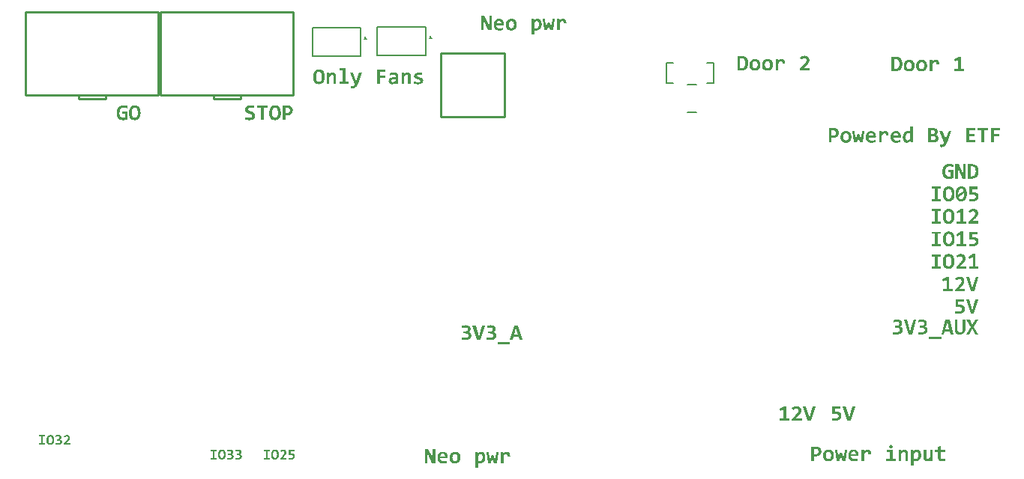
<source format=gto>
G04*
G04 #@! TF.GenerationSoftware,Altium Limited,Altium Designer,24.3.1 (35)*
G04*
G04 Layer_Color=65535*
%FSLAX25Y25*%
%MOIN*%
G70*
G04*
G04 #@! TF.SameCoordinates,5149264C-F6EF-45E8-801D-D6D5ED924B73*
G04*
G04*
G04 #@! TF.FilePolarity,Positive*
G04*
G01*
G75*
%ADD10C,0.01000*%
%ADD11C,0.00787*%
%ADD12C,0.00984*%
%ADD13C,0.00500*%
G36*
X160606Y88996D02*
X159031Y88996D01*
X159819Y90571D01*
X160606Y88996D01*
D02*
G37*
G36*
X189583Y89378D02*
X188008Y89378D01*
X188795Y90953D01*
X189583Y89378D01*
D02*
G37*
G36*
X247823Y98310D02*
X247921D01*
X248020Y98288D01*
X248140Y98266D01*
X248249Y98233D01*
X248358Y98190D01*
X248369Y98179D01*
X248413Y98168D01*
X248468Y98135D01*
X248533Y98091D01*
X248610Y98036D01*
X248686Y97971D01*
X248774Y97883D01*
X248850Y97796D01*
X248861Y97785D01*
X248883Y97752D01*
X248916Y97698D01*
X248960Y97621D01*
X249014Y97534D01*
X249058Y97413D01*
X249102Y97293D01*
X249145Y97151D01*
Y97129D01*
X249156Y97086D01*
X249178Y97009D01*
X249189Y96900D01*
X249211Y96769D01*
X249222Y96616D01*
X249233Y96452D01*
Y96266D01*
X248031D01*
Y96277D01*
Y96310D01*
Y96364D01*
Y96430D01*
X248020Y96583D01*
X247998Y96736D01*
Y96747D01*
X247987Y96769D01*
Y96801D01*
X247976Y96856D01*
X247932Y96954D01*
X247878Y97064D01*
Y97075D01*
X247867Y97086D01*
X247823Y97140D01*
X247757Y97195D01*
X247681Y97250D01*
X247659Y97260D01*
X247604Y97282D01*
X247517Y97304D01*
X247408Y97315D01*
X247364D01*
X247309Y97304D01*
X247244Y97282D01*
X247156Y97260D01*
X247069Y97217D01*
X246970Y97162D01*
X246861Y97086D01*
X246850Y97075D01*
X246817Y97042D01*
X246752Y96987D01*
X246675Y96911D01*
X246588Y96812D01*
X246479Y96692D01*
X246369Y96550D01*
X246249Y96375D01*
Y93216D01*
X245014D01*
Y98211D01*
X246096D01*
X246151Y97479D01*
X246162Y97490D01*
X246172Y97512D01*
X246194Y97545D01*
X246227Y97588D01*
X246315Y97698D01*
X246424Y97818D01*
X246435Y97829D01*
X246446Y97840D01*
X246479Y97873D01*
X246522Y97905D01*
X246632Y97993D01*
X246763Y98080D01*
X246774Y98091D01*
X246796Y98102D01*
X246839Y98124D01*
X246894Y98146D01*
X247025Y98200D01*
X247189Y98255D01*
X247200D01*
X247233Y98266D01*
X247276Y98277D01*
X247342Y98288D01*
X247408Y98299D01*
X247495Y98310D01*
X247692Y98321D01*
X247757D01*
X247823Y98310D01*
D02*
G37*
G36*
X236532Y98310D02*
X236642Y98299D01*
X236762Y98277D01*
X236893Y98244D01*
X237024Y98200D01*
X237155Y98135D01*
X237166Y98124D01*
X237210Y98102D01*
X237276Y98058D01*
X237363Y98004D01*
X237450Y97938D01*
X237549Y97851D01*
X237647Y97752D01*
X237735Y97632D01*
X237745Y97621D01*
X237778Y97577D01*
X237822Y97501D01*
X237866Y97413D01*
X237931Y97293D01*
X237986Y97162D01*
X238041Y97009D01*
X238095Y96834D01*
X238106Y96812D01*
X238117Y96758D01*
X238139Y96659D01*
X238161Y96528D01*
X238183Y96375D01*
X238205Y96200D01*
X238226Y96004D01*
Y95796D01*
Y95785D01*
Y95763D01*
Y95730D01*
Y95676D01*
X238215Y95621D01*
Y95555D01*
X238205Y95391D01*
X238183Y95206D01*
X238139Y94998D01*
X238095Y94801D01*
X238030Y94604D01*
X238019Y94583D01*
X237997Y94517D01*
X237953Y94430D01*
X237888Y94309D01*
X237811Y94178D01*
X237713Y94047D01*
X237603Y93905D01*
X237483Y93774D01*
X237472Y93763D01*
X237428Y93719D01*
X237352Y93664D01*
X237254Y93588D01*
X237133Y93511D01*
X236991Y93424D01*
X236838Y93348D01*
X236663Y93282D01*
X236642Y93271D01*
X236587Y93260D01*
X236489Y93238D01*
X236357Y93205D01*
X236204Y93173D01*
X236040Y93151D01*
X235844Y93140D01*
X235647Y93129D01*
X235527D01*
X235406Y93140D01*
X235264Y93162D01*
X235232D01*
X235199Y93173D01*
X235155D01*
X235046Y93195D01*
X234936Y93216D01*
Y91260D01*
X233734D01*
Y98211D01*
X234772D01*
X234794Y97468D01*
X234805Y97479D01*
X234816Y97501D01*
X234849Y97534D01*
X234893Y97588D01*
X234991Y97698D01*
X235111Y97818D01*
X235122Y97829D01*
X235144Y97840D01*
X235177Y97873D01*
X235221Y97905D01*
X235330Y97993D01*
X235461Y98080D01*
X235472Y98091D01*
X235494Y98102D01*
X235538Y98124D01*
X235592Y98146D01*
X235723Y98200D01*
X235876Y98255D01*
X235887D01*
X235920Y98266D01*
X235964Y98277D01*
X236029Y98288D01*
X236095Y98299D01*
X236182Y98310D01*
X236379Y98321D01*
X236456D01*
X236532Y98310D01*
D02*
G37*
G36*
X215995Y93216D02*
X214508D01*
X212792Y97042D01*
X212442Y97873D01*
Y95206D01*
Y93216D01*
X211339D01*
Y99643D01*
X212825D01*
X214574Y95774D01*
X214891Y95031D01*
Y97862D01*
Y99643D01*
X215995D01*
Y93216D01*
D02*
G37*
G36*
X243374Y93216D02*
X242030D01*
X241505Y94801D01*
X241341Y95359D01*
X241178Y94790D01*
X240664Y93216D01*
X239330Y93216D01*
X238620Y98211D01*
X239757D01*
X240117Y95370D01*
X240205Y94604D01*
X240402Y95304D01*
X240904Y96834D01*
X241822D01*
X242358Y95315D01*
X242587Y94594D01*
X242686Y95391D01*
X242992Y98211D01*
X244074D01*
X243374Y93216D01*
D02*
G37*
G36*
X224968Y98310D02*
X225110Y98299D01*
X225263Y98277D01*
X225427Y98244D01*
X225602Y98200D01*
X225766Y98146D01*
X225788Y98135D01*
X225843Y98113D01*
X225919Y98080D01*
X226028Y98026D01*
X226138Y97949D01*
X226269Y97873D01*
X226389Y97774D01*
X226509Y97654D01*
X226520Y97643D01*
X226564Y97599D01*
X226619Y97534D01*
X226684Y97435D01*
X226761Y97315D01*
X226837Y97184D01*
X226914Y97031D01*
X226979Y96856D01*
X226990Y96834D01*
X227001Y96769D01*
X227034Y96670D01*
X227067Y96539D01*
X227089Y96375D01*
X227121Y96189D01*
X227132Y95982D01*
X227143Y95752D01*
Y95741D01*
Y95730D01*
Y95697D01*
Y95654D01*
X227132Y95544D01*
X227121Y95391D01*
X227100Y95227D01*
X227067Y95042D01*
X227023Y94856D01*
X226969Y94670D01*
X226958Y94648D01*
X226936Y94594D01*
X226903Y94495D01*
X226848Y94386D01*
X226783Y94244D01*
X226695Y94113D01*
X226597Y93971D01*
X226488Y93828D01*
X226477Y93818D01*
X226433Y93774D01*
X226367Y93708D01*
X226269Y93632D01*
X226160Y93544D01*
X226028Y93457D01*
X225875Y93369D01*
X225711Y93293D01*
X225690Y93282D01*
X225635Y93260D01*
X225537Y93238D01*
X225416Y93205D01*
X225263Y93162D01*
X225089Y93140D01*
X224892Y93118D01*
X224673Y93107D01*
X224575D01*
X224476Y93118D01*
X224345Y93129D01*
X224181Y93140D01*
X224017Y93173D01*
X223843Y93205D01*
X223678Y93260D01*
X223657Y93271D01*
X223602Y93293D01*
X223526Y93326D01*
X223427Y93380D01*
X223307Y93446D01*
X223176Y93533D01*
X223056Y93632D01*
X222935Y93741D01*
X222924Y93752D01*
X222881Y93796D01*
X222826Y93872D01*
X222760Y93971D01*
X222684Y94080D01*
X222607Y94222D01*
X222531Y94375D01*
X222465Y94550D01*
Y94561D01*
X222454Y94572D01*
X222444Y94637D01*
X222422Y94736D01*
X222389Y94878D01*
X222356Y95042D01*
X222334Y95238D01*
X222323Y95457D01*
X222312Y95687D01*
Y95697D01*
Y95708D01*
Y95741D01*
Y95785D01*
X222323Y95894D01*
X222334Y96047D01*
X222356Y96211D01*
X222378Y96386D01*
X222422Y96572D01*
X222476Y96758D01*
Y96769D01*
X222487Y96780D01*
X222509Y96845D01*
X222553Y96933D01*
X222607Y97042D01*
X222673Y97173D01*
X222760Y97315D01*
X222859Y97457D01*
X222968Y97588D01*
X222979Y97599D01*
X223023Y97643D01*
X223088Y97709D01*
X223187Y97785D01*
X223296Y97873D01*
X223427Y97960D01*
X223569Y98047D01*
X223733Y98124D01*
X223755Y98135D01*
X223810Y98157D01*
X223908Y98190D01*
X224039Y98222D01*
X224192Y98255D01*
X224367Y98288D01*
X224564Y98310D01*
X224771Y98321D01*
X224870D01*
X224968Y98310D01*
D02*
G37*
G36*
X219460D02*
X219591Y98299D01*
X219733Y98277D01*
X219886Y98244D01*
X220050Y98200D01*
X220203Y98146D01*
X220225Y98135D01*
X220268Y98113D01*
X220345Y98080D01*
X220443Y98026D01*
X220553Y97960D01*
X220673Y97883D01*
X220782Y97796D01*
X220891Y97687D01*
X220902Y97676D01*
X220935Y97632D01*
X220990Y97577D01*
X221044Y97490D01*
X221110Y97392D01*
X221186Y97271D01*
X221252Y97129D01*
X221307Y96987D01*
X221318Y96965D01*
X221329Y96922D01*
X221351Y96834D01*
X221383Y96725D01*
X221416Y96594D01*
X221438Y96441D01*
X221449Y96266D01*
X221460Y96091D01*
Y96069D01*
Y96004D01*
Y95905D01*
X221449Y95774D01*
Y95763D01*
Y95741D01*
Y95708D01*
X221438Y95654D01*
Y95544D01*
X221427Y95413D01*
X218148D01*
Y95402D01*
Y95359D01*
X218159Y95293D01*
Y95217D01*
X218170Y95118D01*
X218192Y95020D01*
X218246Y94823D01*
Y94812D01*
X218268Y94779D01*
X218290Y94736D01*
X218323Y94681D01*
X218410Y94550D01*
X218531Y94408D01*
X218541Y94397D01*
X218563Y94386D01*
X218607Y94353D01*
X218651Y94320D01*
X218716Y94277D01*
X218793Y94233D01*
X218968Y94156D01*
X218979D01*
X219011Y94145D01*
X219066Y94134D01*
X219143Y94113D01*
X219230Y94102D01*
X219328Y94080D01*
X219547Y94069D01*
X219678D01*
X219777Y94080D01*
X219897D01*
X220028Y94091D01*
X220170Y94102D01*
X220323Y94124D01*
X220345D01*
X220399Y94134D01*
X220476Y94145D01*
X220585Y94167D01*
X220717Y94189D01*
X220859Y94222D01*
X221023Y94266D01*
X221186Y94309D01*
Y93358D01*
X221176D01*
X221154Y93348D01*
X221110Y93337D01*
X221055Y93326D01*
X220924Y93282D01*
X220760Y93249D01*
X220727D01*
X220684Y93238D01*
X220618Y93227D01*
X220553Y93216D01*
X220476Y93205D01*
X220301Y93184D01*
X220257D01*
X220214Y93173D01*
X220148Y93162D01*
X220083Y93151D01*
X219995D01*
X219820Y93129D01*
X219777D01*
X219733Y93118D01*
X219678D01*
X219525Y93107D01*
X219263D01*
X219153Y93118D01*
X219011Y93129D01*
X218858Y93140D01*
X218684Y93173D01*
X218509Y93205D01*
X218334Y93260D01*
X218312Y93271D01*
X218257Y93293D01*
X218181Y93326D01*
X218072Y93380D01*
X217951Y93446D01*
X217820Y93533D01*
X217689Y93632D01*
X217569Y93741D01*
X217558Y93752D01*
X217514Y93796D01*
X217459Y93861D01*
X217394Y93960D01*
X217317Y94069D01*
X217230Y94211D01*
X217153Y94364D01*
X217088Y94528D01*
Y94539D01*
X217077Y94550D01*
X217066Y94615D01*
X217033Y94714D01*
X217011Y94845D01*
X216979Y94998D01*
X216946Y95184D01*
X216935Y95391D01*
X216924Y95610D01*
Y95621D01*
Y95643D01*
Y95665D01*
Y95708D01*
X216935Y95829D01*
X216946Y95982D01*
X216968Y96146D01*
X216989Y96331D01*
X217033Y96528D01*
X217088Y96714D01*
Y96725D01*
X217099Y96736D01*
X217121Y96801D01*
X217153Y96889D01*
X217208Y97009D01*
X217274Y97140D01*
X217361Y97282D01*
X217448Y97424D01*
X217558Y97566D01*
X217569Y97577D01*
X217612Y97621D01*
X217678Y97687D01*
X217765Y97774D01*
X217875Y97862D01*
X218006Y97949D01*
X218148Y98047D01*
X218301Y98124D01*
X218323Y98135D01*
X218377Y98157D01*
X218465Y98190D01*
X218585Y98222D01*
X218727Y98255D01*
X218891Y98288D01*
X219077Y98310D01*
X219274Y98321D01*
X219361D01*
X219460Y98310D01*
D02*
G37*
G36*
X128256Y-94385D02*
X126531D01*
Y-95258D01*
X126920D01*
X126957Y-95262D01*
X126997D01*
X127037Y-95266D01*
X127135Y-95273D01*
X127241Y-95284D01*
X127350Y-95298D01*
X127463Y-95320D01*
X127466D01*
X127477Y-95324D01*
X127492Y-95328D01*
X127514Y-95331D01*
X127539Y-95339D01*
X127568Y-95346D01*
X127605Y-95357D01*
X127641Y-95368D01*
X127721Y-95397D01*
X127812Y-95430D01*
X127903Y-95473D01*
X127991Y-95524D01*
X127994D01*
X128001Y-95531D01*
X128012Y-95539D01*
X128027Y-95550D01*
X128071Y-95582D01*
X128122Y-95630D01*
X128180Y-95684D01*
X128242Y-95754D01*
X128300Y-95830D01*
X128355Y-95921D01*
Y-95925D01*
X128362Y-95932D01*
X128369Y-95947D01*
X128376Y-95965D01*
X128387Y-95990D01*
X128398Y-96019D01*
X128409Y-96052D01*
X128424Y-96092D01*
X128438Y-96136D01*
X128449Y-96183D01*
X128460Y-96234D01*
X128471Y-96289D01*
X128482Y-96347D01*
X128486Y-96412D01*
X128493Y-96547D01*
Y-96551D01*
Y-96562D01*
Y-96580D01*
X128489Y-96605D01*
Y-96634D01*
X128486Y-96671D01*
X128482Y-96711D01*
X128475Y-96754D01*
X128456Y-96849D01*
X128431Y-96951D01*
X128395Y-97057D01*
X128347Y-97159D01*
Y-97162D01*
X128340Y-97170D01*
X128333Y-97184D01*
X128322Y-97202D01*
X128307Y-97224D01*
X128289Y-97253D01*
X128242Y-97315D01*
X128187Y-97384D01*
X128118Y-97461D01*
X128038Y-97537D01*
X127947Y-97610D01*
X127943Y-97614D01*
X127936Y-97617D01*
X127921Y-97628D01*
X127903Y-97639D01*
X127878Y-97654D01*
X127849Y-97672D01*
X127816Y-97690D01*
X127776Y-97712D01*
X127732Y-97734D01*
X127689Y-97755D01*
X127583Y-97803D01*
X127470Y-97847D01*
X127343Y-97887D01*
X127339D01*
X127328Y-97890D01*
X127310Y-97894D01*
X127281Y-97901D01*
X127252Y-97908D01*
X127212Y-97916D01*
X127168Y-97927D01*
X127121Y-97934D01*
X127066Y-97941D01*
X127008Y-97952D01*
X126946Y-97959D01*
X126880Y-97967D01*
X126738Y-97978D01*
X126589Y-97981D01*
X126524D01*
X126491Y-97978D01*
X126454D01*
X126371Y-97974D01*
X126353D01*
X126327Y-97970D01*
X126298D01*
X126265Y-97967D01*
X126225Y-97963D01*
X126138Y-97956D01*
X126134D01*
X126120Y-97952D01*
X126094D01*
X126065Y-97948D01*
X126032Y-97945D01*
X125992Y-97941D01*
X125909Y-97930D01*
X125905D01*
X125890Y-97927D01*
X125868Y-97923D01*
X125843Y-97919D01*
X125810Y-97916D01*
X125777Y-97912D01*
X125705Y-97901D01*
Y-97202D01*
X125708D01*
X125712Y-97206D01*
X125723D01*
X125737Y-97210D01*
X125777Y-97220D01*
X125828Y-97228D01*
X125890Y-97242D01*
X125963Y-97253D01*
X126043Y-97268D01*
X126130Y-97279D01*
X126142D01*
X126156Y-97282D01*
X126174D01*
X126196Y-97286D01*
X126222D01*
X126251Y-97290D01*
X126283D01*
X126360Y-97297D01*
X126444Y-97300D01*
X126535Y-97304D01*
X126676D01*
X126709Y-97300D01*
X126753Y-97297D01*
X126797Y-97293D01*
X126851Y-97290D01*
X126906Y-97282D01*
X127030Y-97260D01*
X127153Y-97224D01*
X127215Y-97206D01*
X127273Y-97180D01*
X127328Y-97151D01*
X127379Y-97119D01*
X127383Y-97115D01*
X127390Y-97111D01*
X127404Y-97100D01*
X127419Y-97082D01*
X127437Y-97064D01*
X127459Y-97042D01*
X127485Y-97013D01*
X127510Y-96980D01*
X127532Y-96947D01*
X127557Y-96907D01*
X127579Y-96864D01*
X127597Y-96816D01*
X127612Y-96765D01*
X127627Y-96715D01*
X127634Y-96656D01*
X127638Y-96594D01*
Y-96591D01*
Y-96580D01*
Y-96562D01*
X127634Y-96536D01*
X127630Y-96511D01*
X127627Y-96474D01*
X127608Y-96401D01*
X127579Y-96318D01*
X127561Y-96274D01*
X127536Y-96230D01*
X127510Y-96190D01*
X127477Y-96150D01*
X127441Y-96114D01*
X127397Y-96081D01*
X127394Y-96078D01*
X127386Y-96074D01*
X127372Y-96067D01*
X127350Y-96056D01*
X127324Y-96041D01*
X127292Y-96026D01*
X127255Y-96012D01*
X127212Y-95994D01*
X127161Y-95979D01*
X127102Y-95965D01*
X127041Y-95950D01*
X126968Y-95935D01*
X126891Y-95925D01*
X126808Y-95917D01*
X126720Y-95910D01*
X125785D01*
Y-93631D01*
X128256D01*
Y-94385D01*
D02*
G37*
G36*
X123368Y-93562D02*
X123400D01*
X123437Y-93566D01*
X123477Y-93569D01*
X123564Y-93580D01*
X123659Y-93595D01*
X123757Y-93613D01*
X123855Y-93642D01*
X123859D01*
X123866Y-93646D01*
X123881Y-93650D01*
X123899Y-93657D01*
X123921Y-93664D01*
X123946Y-93675D01*
X124008Y-93701D01*
X124078Y-93737D01*
X124150Y-93777D01*
X124223Y-93824D01*
X124296Y-93879D01*
X124300D01*
X124303Y-93886D01*
X124325Y-93908D01*
X124358Y-93941D01*
X124398Y-93988D01*
X124445Y-94043D01*
X124493Y-94112D01*
X124536Y-94188D01*
X124576Y-94272D01*
Y-94276D01*
X124580Y-94283D01*
X124587Y-94297D01*
X124591Y-94312D01*
X124602Y-94338D01*
X124609Y-94363D01*
X124616Y-94392D01*
X124627Y-94429D01*
X124645Y-94509D01*
X124664Y-94600D01*
X124674Y-94702D01*
X124678Y-94814D01*
Y-94818D01*
Y-94825D01*
Y-94840D01*
Y-94858D01*
X124674Y-94880D01*
Y-94909D01*
X124671Y-94971D01*
X124660Y-95044D01*
X124649Y-95127D01*
X124631Y-95211D01*
X124609Y-95295D01*
Y-95298D01*
X124605Y-95306D01*
X124602Y-95317D01*
X124598Y-95331D01*
X124591Y-95353D01*
X124580Y-95375D01*
X124558Y-95430D01*
X124529Y-95495D01*
X124496Y-95568D01*
X124456Y-95644D01*
X124409Y-95724D01*
Y-95728D01*
X124401Y-95735D01*
X124394Y-95746D01*
X124387Y-95761D01*
X124372Y-95779D01*
X124358Y-95801D01*
X124318Y-95855D01*
X124270Y-95921D01*
X124216Y-95990D01*
X124154Y-96067D01*
X124085Y-96147D01*
X124081Y-96150D01*
X124078Y-96158D01*
X124067Y-96169D01*
X124052Y-96183D01*
X124034Y-96201D01*
X124012Y-96223D01*
X123958Y-96278D01*
X123892Y-96347D01*
X123819Y-96420D01*
X123735Y-96500D01*
X123648Y-96587D01*
X123026Y-97177D01*
X124831D01*
Y-97916D01*
X121923D01*
Y-97326D01*
X122935Y-96314D01*
X122938Y-96311D01*
X122945Y-96303D01*
X122964Y-96285D01*
X122982Y-96267D01*
X123007Y-96241D01*
X123033Y-96212D01*
X123098Y-96147D01*
X123171Y-96070D01*
X123248Y-95986D01*
X123320Y-95903D01*
X123390Y-95823D01*
X123393Y-95819D01*
X123397Y-95812D01*
X123408Y-95801D01*
X123419Y-95786D01*
X123451Y-95750D01*
X123488Y-95699D01*
X123532Y-95641D01*
X123575Y-95579D01*
X123619Y-95517D01*
X123655Y-95455D01*
Y-95451D01*
X123659Y-95448D01*
X123670Y-95426D01*
X123688Y-95397D01*
X123706Y-95357D01*
X123728Y-95310D01*
X123746Y-95258D01*
X123765Y-95204D01*
X123779Y-95153D01*
Y-95146D01*
X123783Y-95127D01*
X123790Y-95102D01*
X123797Y-95066D01*
X123801Y-95022D01*
X123808Y-94975D01*
X123812Y-94924D01*
Y-94869D01*
Y-94862D01*
Y-94847D01*
X123808Y-94825D01*
Y-94793D01*
X123801Y-94756D01*
X123794Y-94720D01*
X123786Y-94676D01*
X123772Y-94636D01*
Y-94632D01*
X123765Y-94618D01*
X123754Y-94596D01*
X123743Y-94570D01*
X123724Y-94541D01*
X123706Y-94509D01*
X123655Y-94447D01*
X123652Y-94443D01*
X123641Y-94432D01*
X123626Y-94418D01*
X123604Y-94399D01*
X123575Y-94381D01*
X123542Y-94359D01*
X123503Y-94338D01*
X123462Y-94319D01*
X123459Y-94316D01*
X123444Y-94312D01*
X123419Y-94305D01*
X123390Y-94294D01*
X123350Y-94283D01*
X123306Y-94276D01*
X123259Y-94272D01*
X123204Y-94268D01*
X123160D01*
X123138Y-94272D01*
X123113Y-94276D01*
X123051Y-94283D01*
X122978Y-94297D01*
X122902Y-94316D01*
X122818Y-94345D01*
X122734Y-94381D01*
X122731D01*
X122723Y-94385D01*
X122713Y-94392D01*
X122698Y-94399D01*
X122680Y-94410D01*
X122658Y-94425D01*
X122603Y-94458D01*
X122541Y-94501D01*
X122472Y-94549D01*
X122399Y-94607D01*
X122327Y-94673D01*
X121905Y-94130D01*
X121908Y-94126D01*
X121915Y-94119D01*
X121934Y-94105D01*
X121952Y-94086D01*
X121981Y-94065D01*
X122010Y-94039D01*
X122046Y-94010D01*
X122087Y-93981D01*
X122130Y-93948D01*
X122178Y-93915D01*
X122287Y-93846D01*
X122403Y-93777D01*
X122531Y-93715D01*
X122534Y-93712D01*
X122545Y-93708D01*
X122567Y-93701D01*
X122592Y-93690D01*
X122625Y-93679D01*
X122662Y-93664D01*
X122705Y-93650D01*
X122756Y-93635D01*
X122811Y-93621D01*
X122869Y-93610D01*
X122931Y-93595D01*
X122996Y-93584D01*
X123138Y-93566D01*
X123211Y-93559D01*
X123342D01*
X123368Y-93562D01*
D02*
G37*
G36*
X117318Y-94290D02*
X116372D01*
Y-97250D01*
X117318D01*
Y-97916D01*
X114606D01*
Y-97250D01*
X115553D01*
Y-94290D01*
X114606D01*
Y-93631D01*
X117318D01*
Y-94290D01*
D02*
G37*
G36*
X119739Y-93562D02*
X119761D01*
X119819Y-93566D01*
X119888Y-93577D01*
X119972Y-93588D01*
X120059Y-93606D01*
X120157Y-93628D01*
X120256Y-93660D01*
X120361Y-93697D01*
X120467Y-93741D01*
X120572Y-93795D01*
X120674Y-93861D01*
X120773Y-93937D01*
X120867Y-94024D01*
X120951Y-94123D01*
X120955Y-94130D01*
X120969Y-94148D01*
X120991Y-94181D01*
X121016Y-94228D01*
X121049Y-94287D01*
X121086Y-94356D01*
X121125Y-94440D01*
X121166Y-94538D01*
X121206Y-94647D01*
X121246Y-94767D01*
X121282Y-94902D01*
X121315Y-95047D01*
X121340Y-95208D01*
X121362Y-95379D01*
X121377Y-95561D01*
X121380Y-95757D01*
Y-95764D01*
Y-95783D01*
Y-95815D01*
X121377Y-95855D01*
Y-95906D01*
X121373Y-95965D01*
X121369Y-96030D01*
X121362Y-96103D01*
X121355Y-96179D01*
X121348Y-96259D01*
X121322Y-96427D01*
X121289Y-96598D01*
X121267Y-96685D01*
X121242Y-96765D01*
Y-96769D01*
X121235Y-96784D01*
X121228Y-96806D01*
X121216Y-96835D01*
X121202Y-96871D01*
X121187Y-96915D01*
X121166Y-96958D01*
X121144Y-97009D01*
X121093Y-97122D01*
X121027Y-97235D01*
X120951Y-97351D01*
X120867Y-97461D01*
X120863Y-97464D01*
X120856Y-97472D01*
X120842Y-97486D01*
X120827Y-97504D01*
X120802Y-97526D01*
X120776Y-97552D01*
X120743Y-97581D01*
X120711Y-97610D01*
X120670Y-97643D01*
X120627Y-97676D01*
X120532Y-97745D01*
X120427Y-97807D01*
X120310Y-97861D01*
X120307D01*
X120296Y-97868D01*
X120277Y-97872D01*
X120256Y-97883D01*
X120227Y-97890D01*
X120190Y-97901D01*
X120150Y-97916D01*
X120106Y-97927D01*
X120055Y-97938D01*
X120001Y-97952D01*
X119888Y-97970D01*
X119761Y-97985D01*
X119626Y-97992D01*
X119589D01*
X119568Y-97988D01*
X119546D01*
X119488Y-97985D01*
X119418Y-97974D01*
X119335Y-97963D01*
X119247Y-97945D01*
X119149Y-97923D01*
X119051Y-97894D01*
X118945Y-97854D01*
X118840Y-97810D01*
X118734Y-97755D01*
X118632Y-97690D01*
X118534Y-97617D01*
X118439Y-97530D01*
X118356Y-97432D01*
X118352Y-97424D01*
X118337Y-97406D01*
X118315Y-97373D01*
X118290Y-97326D01*
X118257Y-97268D01*
X118221Y-97195D01*
X118181Y-97111D01*
X118144Y-97017D01*
X118104Y-96907D01*
X118064Y-96784D01*
X118028Y-96649D01*
X117995Y-96503D01*
X117970Y-96347D01*
X117948Y-96176D01*
X117933Y-95990D01*
X117930Y-95797D01*
Y-95790D01*
Y-95772D01*
Y-95739D01*
X117933Y-95699D01*
Y-95648D01*
X117937Y-95590D01*
X117940Y-95524D01*
X117948Y-95451D01*
X117955Y-95375D01*
X117962Y-95295D01*
X117988Y-95127D01*
X118021Y-94956D01*
X118043Y-94873D01*
X118064Y-94793D01*
Y-94789D01*
X118072Y-94774D01*
X118079Y-94753D01*
X118090Y-94723D01*
X118104Y-94687D01*
X118119Y-94643D01*
X118141Y-94596D01*
X118163Y-94545D01*
X118213Y-94436D01*
X118279Y-94319D01*
X118352Y-94203D01*
X118392Y-94148D01*
X118436Y-94097D01*
X118439Y-94094D01*
X118447Y-94086D01*
X118461Y-94072D01*
X118479Y-94054D01*
X118501Y-94028D01*
X118530Y-94003D01*
X118559Y-93974D01*
X118596Y-93944D01*
X118636Y-93912D01*
X118679Y-93879D01*
X118774Y-93810D01*
X118880Y-93748D01*
X118996Y-93693D01*
X119000D01*
X119011Y-93686D01*
X119029Y-93682D01*
X119051Y-93672D01*
X119080Y-93660D01*
X119116Y-93650D01*
X119156Y-93639D01*
X119204Y-93624D01*
X119251Y-93613D01*
X119306Y-93602D01*
X119418Y-93580D01*
X119546Y-93566D01*
X119681Y-93559D01*
X119717D01*
X119739Y-93562D01*
D02*
G37*
G36*
X432157Y22409D02*
X429567D01*
Y21108D01*
X430201D01*
X430332Y21097D01*
X430474Y21086D01*
X430627Y21064D01*
X430966Y21010D01*
X430988D01*
X431042Y20988D01*
X431130Y20966D01*
X431228Y20944D01*
X431359Y20900D01*
X431491Y20845D01*
X431622Y20780D01*
X431753Y20704D01*
X431764Y20693D01*
X431808Y20660D01*
X431873Y20616D01*
X431950Y20550D01*
X432037Y20463D01*
X432125Y20365D01*
X432212Y20244D01*
X432299Y20113D01*
X432310Y20091D01*
X432332Y20048D01*
X432365Y19971D01*
X432409Y19862D01*
X432442Y19720D01*
X432474Y19556D01*
X432496Y19381D01*
X432507Y19173D01*
Y19162D01*
Y19151D01*
Y19086D01*
X432496Y18987D01*
X432485Y18856D01*
X432452Y18714D01*
X432420Y18561D01*
X432365Y18397D01*
X432289Y18244D01*
X432277Y18222D01*
X432245Y18179D01*
X432201Y18102D01*
X432135Y18015D01*
X432048Y17905D01*
X431939Y17796D01*
X431818Y17687D01*
X431687Y17578D01*
X431666Y17567D01*
X431622Y17534D01*
X431534Y17479D01*
X431436Y17424D01*
X431294Y17359D01*
X431141Y17282D01*
X430966Y17217D01*
X430780Y17162D01*
X430769D01*
X430758Y17151D01*
X430725D01*
X430693Y17140D01*
X430583Y17118D01*
X430441Y17097D01*
X430277Y17064D01*
X430081Y17042D01*
X429873Y17031D01*
X429643Y17020D01*
X429436D01*
X429316Y17031D01*
X429250D01*
X429206Y17042D01*
X429097Y17053D01*
X428966Y17064D01*
X428900D01*
X428857Y17075D01*
X428747Y17086D01*
X428627Y17097D01*
X428594D01*
X428572Y17108D01*
X428528D01*
X428430Y17129D01*
X428321Y17140D01*
Y18190D01*
X428332D01*
X428365Y18179D01*
X428430Y18168D01*
X428507Y18146D01*
X428594Y18124D01*
X428703Y18102D01*
X428824Y18091D01*
X428955Y18069D01*
X429020D01*
X429097Y18058D01*
X429184D01*
X429305Y18047D01*
X429425D01*
X429698Y18036D01*
X429818D01*
X429884Y18047D01*
X429949D01*
X430113Y18069D01*
X430299Y18102D01*
X430485Y18157D01*
X430671Y18222D01*
X430824Y18310D01*
X430846Y18321D01*
X430889Y18364D01*
X430944Y18430D01*
X431021Y18517D01*
X431097Y18627D01*
X431152Y18758D01*
X431195Y18922D01*
X431217Y19097D01*
Y19108D01*
Y19119D01*
Y19184D01*
X431195Y19272D01*
X431174Y19381D01*
X431130Y19512D01*
X431064Y19632D01*
X430977Y19752D01*
X430857Y19862D01*
X430835Y19873D01*
X430791Y19906D01*
X430704Y19949D01*
X430573Y19993D01*
X430419Y20037D01*
X430212Y20080D01*
X429982Y20113D01*
X429698Y20124D01*
X428441D01*
Y23545D01*
X432157D01*
Y22409D01*
D02*
G37*
G36*
X415730Y22561D02*
X414320D01*
Y18113D01*
X415730D01*
Y17118D01*
X411674D01*
Y18113D01*
X413085D01*
Y22561D01*
X411674D01*
Y23545D01*
X415730D01*
Y22561D01*
D02*
G37*
G36*
X425042Y23644D02*
X425173Y23633D01*
X425326Y23611D01*
X425490Y23567D01*
X425654Y23523D01*
X425829Y23458D01*
X425851Y23447D01*
X425905Y23425D01*
X425993Y23381D01*
X426091Y23316D01*
X426211Y23228D01*
X426343Y23130D01*
X426474Y23010D01*
X426594Y22868D01*
X426605Y22846D01*
X426649Y22802D01*
X426703Y22715D01*
X426780Y22594D01*
X426867Y22452D01*
X426955Y22277D01*
X427031Y22070D01*
X427108Y21851D01*
Y21840D01*
X427119Y21818D01*
X427130Y21786D01*
X427140Y21742D01*
X427151Y21676D01*
X427162Y21611D01*
X427184Y21523D01*
X427206Y21436D01*
X427239Y21217D01*
X427261Y20955D01*
X427282Y20671D01*
X427293Y20354D01*
Y20343D01*
Y20321D01*
Y20277D01*
Y20222D01*
Y20157D01*
X427282Y20069D01*
X427272Y19884D01*
X427250Y19665D01*
X427217Y19425D01*
X427173Y19184D01*
X427119Y18944D01*
Y18933D01*
X427108Y18922D01*
X427097Y18889D01*
X427086Y18845D01*
X427042Y18725D01*
X426987Y18583D01*
X426922Y18408D01*
X426824Y18233D01*
X426725Y18058D01*
X426605Y17884D01*
X426594Y17862D01*
X426550Y17818D01*
X426474Y17741D01*
X426386Y17643D01*
X426266Y17534D01*
X426124Y17424D01*
X425971Y17326D01*
X425796Y17228D01*
X425774Y17217D01*
X425709Y17195D01*
X425610Y17162D01*
X425490Y17118D01*
X425326Y17075D01*
X425140Y17042D01*
X424933Y17020D01*
X424714Y17009D01*
X424626D01*
X424517Y17020D01*
X424386Y17031D01*
X424244Y17053D01*
X424069Y17086D01*
X423905Y17129D01*
X423730Y17195D01*
X423708Y17206D01*
X423654Y17228D01*
X423566Y17271D01*
X423468Y17337D01*
X423348Y17413D01*
X423217Y17523D01*
X423085Y17632D01*
X422954Y17774D01*
X422943Y17796D01*
X422900Y17851D01*
X422845Y17938D01*
X422768Y18058D01*
X422692Y18201D01*
X422605Y18375D01*
X422528Y18583D01*
X422451Y18802D01*
Y18813D01*
X422440Y18834D01*
Y18867D01*
X422430Y18911D01*
X422408Y18977D01*
X422397Y19042D01*
X422386Y19129D01*
X422364Y19228D01*
X422331Y19446D01*
X422309Y19698D01*
X422288Y19982D01*
X422277Y20299D01*
Y20310D01*
Y20332D01*
Y20376D01*
Y20430D01*
Y20496D01*
X422288Y20583D01*
X422298Y20769D01*
X422320Y20988D01*
X422342Y21228D01*
X422386Y21468D01*
X422440Y21709D01*
Y21720D01*
X422451Y21742D01*
X422462Y21775D01*
X422473Y21818D01*
X422517Y21928D01*
X422572Y22070D01*
X422637Y22245D01*
X422725Y22420D01*
X422823Y22594D01*
X422943Y22758D01*
X422954Y22780D01*
X423009Y22835D01*
X423074Y22911D01*
X423173Y23010D01*
X423293Y23119D01*
X423435Y23228D01*
X423588Y23327D01*
X423763Y23425D01*
X423774D01*
X423785Y23436D01*
X423850Y23458D01*
X423949Y23502D01*
X424080Y23545D01*
X424244Y23578D01*
X424430Y23622D01*
X424638Y23644D01*
X424856Y23655D01*
X424943D01*
X425042Y23644D01*
D02*
G37*
G36*
X419489D02*
X419599Y23633D01*
X419719Y23611D01*
X419850Y23589D01*
X419992Y23545D01*
X420145Y23502D01*
X420309Y23447D01*
X420462Y23381D01*
X420626Y23305D01*
X420779Y23206D01*
X420932Y23086D01*
X421063Y22966D01*
X421195Y22813D01*
X421206Y22802D01*
X421227Y22769D01*
X421249Y22726D01*
X421293Y22660D01*
X421348Y22572D01*
X421402Y22463D01*
X421457Y22332D01*
X421522Y22190D01*
X421577Y22026D01*
X421632Y21840D01*
X421686Y21643D01*
X421741Y21425D01*
X421785Y21184D01*
X421807Y20922D01*
X421829Y20649D01*
X421839Y20354D01*
Y20343D01*
Y20310D01*
Y20266D01*
Y20212D01*
X421829Y20135D01*
Y20048D01*
X421817Y19840D01*
X421785Y19600D01*
X421752Y19348D01*
X421697Y19097D01*
X421632Y18845D01*
Y18834D01*
X421621Y18813D01*
X421610Y18780D01*
X421599Y18736D01*
X421544Y18627D01*
X421479Y18474D01*
X421402Y18310D01*
X421304Y18135D01*
X421195Y17960D01*
X421063Y17796D01*
X421052Y17774D01*
X420998Y17730D01*
X420932Y17654D01*
X420834Y17567D01*
X420703Y17468D01*
X420561Y17370D01*
X420408Y17282D01*
X420233Y17195D01*
X420211Y17184D01*
X420145Y17162D01*
X420047Y17140D01*
X419927Y17108D01*
X419774Y17064D01*
X419599Y17042D01*
X419402Y17020D01*
X419205Y17009D01*
X419151D01*
X419085Y17020D01*
X418998D01*
X418888Y17031D01*
X418768Y17053D01*
X418637Y17075D01*
X418495Y17118D01*
X418342Y17162D01*
X418178Y17217D01*
X418025Y17282D01*
X417861Y17370D01*
X417708Y17457D01*
X417555Y17578D01*
X417424Y17698D01*
X417292Y17851D01*
X417282Y17862D01*
X417271Y17894D01*
X417238Y17938D01*
X417194Y18004D01*
X417150Y18091D01*
X417096Y18201D01*
X417030Y18332D01*
X416975Y18474D01*
X416921Y18638D01*
X416855Y18823D01*
X416801Y19020D01*
X416757Y19239D01*
X416713Y19479D01*
X416691Y19731D01*
X416670Y20004D01*
X416659Y20299D01*
Y20310D01*
Y20343D01*
Y20387D01*
Y20441D01*
X416670Y20518D01*
Y20605D01*
X416680Y20813D01*
X416702Y21053D01*
X416746Y21305D01*
X416790Y21556D01*
X416855Y21807D01*
Y21818D01*
X416866Y21840D01*
X416877Y21873D01*
X416899Y21917D01*
X416943Y22026D01*
X417008Y22179D01*
X417085Y22343D01*
X417183Y22518D01*
X417292Y22682D01*
X417413Y22846D01*
X417435Y22868D01*
X417478Y22911D01*
X417555Y22988D01*
X417653Y23075D01*
X417773Y23174D01*
X417915Y23283D01*
X418080Y23370D01*
X418254Y23458D01*
X418265D01*
X418276Y23469D01*
X418342Y23491D01*
X418440Y23523D01*
X418560Y23556D01*
X418713Y23589D01*
X418888Y23622D01*
X419085Y23644D01*
X419282Y23655D01*
X419402D01*
X419489Y23644D01*
D02*
G37*
G36*
X393633Y-91486D02*
X393731Y-91497D01*
X393840Y-91540D01*
X393851D01*
X393862Y-91551D01*
X393928Y-91584D01*
X394004Y-91639D01*
X394092Y-91715D01*
X394114Y-91737D01*
X394157Y-91792D01*
X394212Y-91868D01*
X394256Y-91967D01*
Y-91978D01*
X394267Y-91989D01*
X394288Y-92054D01*
X394310Y-92153D01*
X394321Y-92273D01*
Y-92284D01*
Y-92306D01*
Y-92327D01*
X394310Y-92371D01*
X394300Y-92470D01*
X394256Y-92579D01*
Y-92590D01*
X394245Y-92601D01*
X394212Y-92666D01*
X394168Y-92743D01*
X394092Y-92830D01*
X394070Y-92841D01*
X394015Y-92885D01*
X393939Y-92940D01*
X393840Y-92994D01*
X393829D01*
X393818Y-93005D01*
X393753Y-93016D01*
X393655Y-93038D01*
X393534Y-93049D01*
X393469D01*
X393425Y-93038D01*
X393327Y-93027D01*
X393217Y-92994D01*
X393207D01*
X393196Y-92983D01*
X393130Y-92950D01*
X393053Y-92896D01*
X392966Y-92830D01*
X392944Y-92808D01*
X392900Y-92754D01*
X392846Y-92677D01*
X392802Y-92579D01*
Y-92568D01*
X392791Y-92557D01*
X392780Y-92491D01*
X392758Y-92393D01*
X392747Y-92273D01*
Y-92262D01*
Y-92240D01*
Y-92218D01*
X392758Y-92174D01*
X392769Y-92076D01*
X392802Y-91967D01*
Y-91956D01*
X392813Y-91945D01*
X392846Y-91879D01*
X392889Y-91803D01*
X392966Y-91715D01*
X392988Y-91694D01*
X393042Y-91650D01*
X393119Y-91595D01*
X393217Y-91540D01*
X393228D01*
X393239Y-91530D01*
X393316Y-91508D01*
X393414Y-91486D01*
X393534Y-91475D01*
X393589D01*
X393633Y-91486D01*
D02*
G37*
G36*
X383304Y-93541D02*
X383402D01*
X383501Y-93563D01*
X383621Y-93584D01*
X383730Y-93617D01*
X383839Y-93661D01*
X383850Y-93672D01*
X383894Y-93683D01*
X383949Y-93716D01*
X384014Y-93759D01*
X384091Y-93814D01*
X384167Y-93879D01*
X384255Y-93967D01*
X384331Y-94054D01*
X384342Y-94065D01*
X384364Y-94098D01*
X384397Y-94153D01*
X384441Y-94229D01*
X384495Y-94317D01*
X384539Y-94437D01*
X384583Y-94557D01*
X384626Y-94699D01*
Y-94721D01*
X384637Y-94765D01*
X384659Y-94841D01*
X384670Y-94951D01*
X384692Y-95082D01*
X384703Y-95235D01*
X384714Y-95399D01*
Y-95585D01*
X383511D01*
Y-95574D01*
Y-95541D01*
Y-95486D01*
Y-95421D01*
X383501Y-95268D01*
X383479Y-95115D01*
Y-95104D01*
X383468Y-95082D01*
Y-95049D01*
X383457Y-94994D01*
X383413Y-94896D01*
X383359Y-94787D01*
Y-94776D01*
X383348Y-94765D01*
X383304Y-94710D01*
X383238Y-94656D01*
X383162Y-94601D01*
X383140Y-94590D01*
X383085Y-94568D01*
X382998Y-94546D01*
X382889Y-94535D01*
X382845D01*
X382790Y-94546D01*
X382725Y-94568D01*
X382637Y-94590D01*
X382550Y-94634D01*
X382451Y-94688D01*
X382342Y-94765D01*
X382331Y-94776D01*
X382298Y-94809D01*
X382233Y-94863D01*
X382156Y-94940D01*
X382069Y-95038D01*
X381960Y-95158D01*
X381850Y-95300D01*
X381730Y-95475D01*
Y-98634D01*
X380495D01*
Y-93639D01*
X381577D01*
X381632Y-94371D01*
X381643Y-94360D01*
X381653Y-94339D01*
X381675Y-94306D01*
X381708Y-94262D01*
X381796Y-94153D01*
X381905Y-94033D01*
X381916Y-94022D01*
X381927Y-94011D01*
X381960Y-93978D01*
X382003Y-93945D01*
X382113Y-93858D01*
X382244Y-93770D01*
X382255Y-93759D01*
X382277Y-93748D01*
X382320Y-93726D01*
X382375Y-93705D01*
X382506Y-93650D01*
X382670Y-93595D01*
X382681D01*
X382714Y-93584D01*
X382757Y-93573D01*
X382823Y-93563D01*
X382889Y-93552D01*
X382976Y-93541D01*
X383173Y-93530D01*
X383238D01*
X383304Y-93541D01*
D02*
G37*
G36*
X405262Y-93541D02*
X405372Y-93552D01*
X405492Y-93573D01*
X405623Y-93606D01*
X405754Y-93650D01*
X405885Y-93716D01*
X405896Y-93726D01*
X405940Y-93748D01*
X406005Y-93792D01*
X406093Y-93847D01*
X406180Y-93912D01*
X406279Y-94000D01*
X406377Y-94098D01*
X406465Y-94218D01*
X406475Y-94229D01*
X406508Y-94273D01*
X406552Y-94349D01*
X406596Y-94437D01*
X406661Y-94557D01*
X406716Y-94688D01*
X406771Y-94841D01*
X406825Y-95016D01*
X406836Y-95038D01*
X406847Y-95093D01*
X406869Y-95191D01*
X406891Y-95322D01*
X406913Y-95475D01*
X406934Y-95650D01*
X406956Y-95847D01*
Y-96055D01*
Y-96065D01*
Y-96087D01*
Y-96120D01*
Y-96175D01*
X406946Y-96229D01*
Y-96295D01*
X406934Y-96459D01*
X406913Y-96645D01*
X406869Y-96852D01*
X406825Y-97049D01*
X406760Y-97246D01*
X406749Y-97268D01*
X406727Y-97333D01*
X406683Y-97421D01*
X406618Y-97541D01*
X406541Y-97672D01*
X406443Y-97803D01*
X406333Y-97945D01*
X406213Y-98077D01*
X406202Y-98088D01*
X406158Y-98131D01*
X406082Y-98186D01*
X405984Y-98262D01*
X405863Y-98339D01*
X405721Y-98426D01*
X405568Y-98503D01*
X405393Y-98568D01*
X405372Y-98579D01*
X405317Y-98590D01*
X405219Y-98612D01*
X405087Y-98645D01*
X404934Y-98678D01*
X404770Y-98700D01*
X404574Y-98711D01*
X404377Y-98721D01*
X404257D01*
X404137Y-98711D01*
X403994Y-98689D01*
X403962D01*
X403929Y-98678D01*
X403885D01*
X403776Y-98656D01*
X403666Y-98634D01*
Y-100591D01*
X402464D01*
Y-93639D01*
X403503D01*
X403524Y-94382D01*
X403535Y-94371D01*
X403546Y-94349D01*
X403579Y-94317D01*
X403623Y-94262D01*
X403721Y-94153D01*
X403841Y-94033D01*
X403852Y-94022D01*
X403874Y-94011D01*
X403907Y-93978D01*
X403951Y-93945D01*
X404060Y-93858D01*
X404191Y-93770D01*
X404202Y-93759D01*
X404224Y-93748D01*
X404268Y-93726D01*
X404322Y-93705D01*
X404453Y-93650D01*
X404606Y-93595D01*
X404617D01*
X404650Y-93584D01*
X404694Y-93573D01*
X404760Y-93563D01*
X404825Y-93552D01*
X404913Y-93541D01*
X405109Y-93530D01*
X405186D01*
X405262Y-93541D01*
D02*
G37*
G36*
X399710D02*
X399797D01*
X399907Y-93563D01*
X400016Y-93584D01*
X400136Y-93617D01*
X400245Y-93661D01*
X400256D01*
X400289Y-93683D01*
X400344Y-93716D01*
X400409Y-93748D01*
X400562Y-93858D01*
X400715Y-94011D01*
X400726Y-94022D01*
X400748Y-94054D01*
X400781Y-94098D01*
X400825Y-94164D01*
X400879Y-94251D01*
X400923Y-94339D01*
X400967Y-94448D01*
X401011Y-94568D01*
Y-94579D01*
X401021Y-94623D01*
X401043Y-94688D01*
X401065Y-94776D01*
X401076Y-94885D01*
X401098Y-95005D01*
X401109Y-95147D01*
Y-95289D01*
Y-98634D01*
X399907D01*
Y-95388D01*
Y-95377D01*
Y-95355D01*
Y-95311D01*
X399896Y-95257D01*
X399874Y-95126D01*
X399830Y-94972D01*
X399753Y-94819D01*
X399644Y-94688D01*
X399579Y-94634D01*
X399502Y-94590D01*
X399404Y-94568D01*
X399294Y-94557D01*
X399240D01*
X399185Y-94568D01*
X399109Y-94590D01*
X399021Y-94623D01*
X398912Y-94666D01*
X398814Y-94721D01*
X398704Y-94809D01*
X398693Y-94819D01*
X398660Y-94852D01*
X398606Y-94907D01*
X398529Y-94983D01*
X398442Y-95082D01*
X398344Y-95191D01*
X398234Y-95322D01*
X398125Y-95475D01*
Y-98634D01*
X396923D01*
Y-93639D01*
X397961D01*
X397983Y-94382D01*
X397994Y-94371D01*
X398005Y-94349D01*
X398038Y-94317D01*
X398081Y-94262D01*
X398180Y-94153D01*
X398300Y-94033D01*
X398311Y-94022D01*
X398333Y-94011D01*
X398365Y-93978D01*
X398409Y-93945D01*
X398518Y-93858D01*
X398660Y-93770D01*
X398672Y-93759D01*
X398693Y-93748D01*
X398737Y-93726D01*
X398792Y-93705D01*
X398923Y-93650D01*
X399076Y-93595D01*
X399087D01*
X399120Y-93584D01*
X399163Y-93573D01*
X399218Y-93563D01*
X399294Y-93552D01*
X399371Y-93541D01*
X399568Y-93530D01*
X399633D01*
X399710Y-93541D01*
D02*
G37*
G36*
X373314Y-98634D02*
X371970D01*
X371445Y-97049D01*
X371281Y-96492D01*
X371117Y-97060D01*
X370603Y-98634D01*
X369270D01*
X368559Y-93639D01*
X369696D01*
X370057Y-96481D01*
X370144Y-97246D01*
X370341Y-96546D01*
X370844Y-95016D01*
X371762D01*
X372297Y-96535D01*
X372527Y-97257D01*
X372625Y-96459D01*
X372931Y-93639D01*
X374013D01*
X373314Y-98634D01*
D02*
G37*
G36*
X412181Y-98634D02*
X411132D01*
X411110Y-97902D01*
X411099Y-97913D01*
X411077Y-97935D01*
X411044Y-97967D01*
X411011Y-98011D01*
X410902Y-98131D01*
X410782Y-98251D01*
X410771Y-98262D01*
X410760Y-98273D01*
X410727Y-98306D01*
X410683Y-98339D01*
X410574Y-98426D01*
X410432Y-98514D01*
X410421D01*
X410399Y-98536D01*
X410367Y-98547D01*
X410312Y-98579D01*
X410181Y-98634D01*
X410017Y-98678D01*
X410006D01*
X409984Y-98689D01*
X409929Y-98700D01*
X409875Y-98711D01*
X409798Y-98721D01*
X409722Y-98732D01*
X409525Y-98743D01*
X409459D01*
X409394Y-98732D01*
X409295D01*
X409197Y-98711D01*
X409077Y-98689D01*
X408957Y-98667D01*
X408847Y-98623D01*
X408836Y-98612D01*
X408804Y-98601D01*
X408749Y-98568D01*
X408683Y-98536D01*
X408530Y-98426D01*
X408366Y-98273D01*
X408355Y-98262D01*
X408334Y-98230D01*
X408301Y-98175D01*
X408257Y-98109D01*
X408213Y-98033D01*
X408170Y-97935D01*
X408126Y-97825D01*
X408082Y-97716D01*
Y-97705D01*
X408071Y-97661D01*
X408060Y-97596D01*
X408039Y-97497D01*
X408028Y-97399D01*
X408006Y-97268D01*
X407995Y-97137D01*
Y-96995D01*
Y-93639D01*
X409197D01*
Y-96896D01*
Y-96918D01*
Y-96962D01*
X409208Y-97038D01*
X409219Y-97126D01*
X409263Y-97322D01*
X409295Y-97421D01*
X409339Y-97508D01*
X409350Y-97519D01*
X409372Y-97541D01*
X409405Y-97574D01*
X409459Y-97607D01*
X409525Y-97650D01*
X409601Y-97683D01*
X409700Y-97705D01*
X409809Y-97716D01*
X409864D01*
X409918Y-97705D01*
X409995Y-97683D01*
X410082Y-97661D01*
X410170Y-97618D01*
X410279Y-97552D01*
X410378Y-97475D01*
X410388Y-97465D01*
X410432Y-97432D01*
X410487Y-97377D01*
X410563Y-97301D01*
X410651Y-97202D01*
X410749Y-97082D01*
X410858Y-96951D01*
X410979Y-96798D01*
Y-93639D01*
X412181D01*
Y-98634D01*
D02*
G37*
G36*
X394223Y-97694D02*
X395666D01*
Y-98634D01*
X391403D01*
Y-97694D01*
X392988D01*
Y-94579D01*
X391578D01*
Y-93639D01*
X394223D01*
Y-97694D01*
D02*
G37*
G36*
X360209Y-92218D02*
X360362Y-92229D01*
X360537Y-92240D01*
X360722Y-92262D01*
X360908Y-92306D01*
X361094Y-92349D01*
X361105D01*
X361116Y-92360D01*
X361171Y-92371D01*
X361258Y-92404D01*
X361378Y-92448D01*
X361498Y-92502D01*
X361630Y-92568D01*
X361772Y-92655D01*
X361892Y-92743D01*
X361903Y-92754D01*
X361947Y-92787D01*
X362001Y-92841D01*
X362078Y-92918D01*
X362154Y-93016D01*
X362242Y-93125D01*
X362318Y-93246D01*
X362395Y-93388D01*
X362406Y-93410D01*
X362428Y-93453D01*
X362449Y-93530D01*
X362482Y-93639D01*
X362515Y-93770D01*
X362548Y-93912D01*
X362559Y-94087D01*
X362570Y-94262D01*
Y-94284D01*
Y-94349D01*
X362559Y-94448D01*
X362548Y-94568D01*
X362526Y-94710D01*
X362493Y-94863D01*
X362449Y-95027D01*
X362395Y-95191D01*
X362384Y-95213D01*
X362362Y-95257D01*
X362329Y-95344D01*
X362275Y-95442D01*
X362198Y-95552D01*
X362122Y-95672D01*
X362023Y-95803D01*
X361903Y-95923D01*
X361892Y-95934D01*
X361848Y-95978D01*
X361772Y-96033D01*
X361673Y-96098D01*
X361564Y-96175D01*
X361422Y-96251D01*
X361258Y-96328D01*
X361083Y-96404D01*
X361061Y-96415D01*
X360996Y-96426D01*
X360897Y-96459D01*
X360755Y-96481D01*
X360591Y-96514D01*
X360395Y-96546D01*
X360176Y-96557D01*
X359946Y-96568D01*
X359334D01*
Y-98634D01*
X358110D01*
Y-92207D01*
X360100D01*
X360209Y-92218D01*
D02*
G37*
G36*
X415722Y-93639D02*
X417657D01*
Y-94579D01*
X415722D01*
Y-96929D01*
Y-96951D01*
Y-96995D01*
X415733Y-97071D01*
X415744Y-97169D01*
X415766Y-97279D01*
X415799Y-97377D01*
X415842Y-97486D01*
X415908Y-97574D01*
X415919Y-97585D01*
X415952Y-97607D01*
X415996Y-97639D01*
X416061Y-97672D01*
X416159Y-97716D01*
X416269Y-97749D01*
X416400Y-97771D01*
X416564Y-97781D01*
X416673D01*
X416750Y-97771D01*
X416837D01*
X416925Y-97760D01*
X417132Y-97738D01*
X417143D01*
X417176Y-97727D01*
X417231Y-97716D01*
X417307Y-97705D01*
X417384Y-97683D01*
X417471Y-97661D01*
X417657Y-97618D01*
Y-98579D01*
X417646D01*
X417602Y-98590D01*
X417537Y-98601D01*
X417449Y-98612D01*
X417351Y-98634D01*
X417241Y-98656D01*
X417001Y-98689D01*
X416990D01*
X416946Y-98700D01*
X416881Y-98711D01*
X416804D01*
X416706Y-98721D01*
X416597Y-98732D01*
X416378Y-98743D01*
X416291D01*
X416203Y-98732D01*
X416083D01*
X415952Y-98721D01*
X415810Y-98700D01*
X415668Y-98678D01*
X415525Y-98645D01*
X415515D01*
X415471Y-98623D01*
X415394Y-98601D01*
X415318Y-98568D01*
X415121Y-98470D01*
X415023Y-98415D01*
X414935Y-98339D01*
X414924Y-98328D01*
X414902Y-98295D01*
X414859Y-98251D01*
X414804Y-98186D01*
X414749Y-98109D01*
X414695Y-98011D01*
X414640Y-97913D01*
X414597Y-97792D01*
Y-97781D01*
X414575Y-97738D01*
X414564Y-97661D01*
X414542Y-97574D01*
X414520Y-97454D01*
X414509Y-97322D01*
X414487Y-97180D01*
Y-97016D01*
Y-94579D01*
X413154D01*
Y-93639D01*
X414487D01*
Y-92371D01*
X415722Y-92043D01*
Y-93639D01*
D02*
G37*
G36*
X377107Y-93541D02*
X377238Y-93552D01*
X377380Y-93573D01*
X377533Y-93606D01*
X377697Y-93650D01*
X377850Y-93705D01*
X377872Y-93716D01*
X377915Y-93737D01*
X377992Y-93770D01*
X378090Y-93825D01*
X378200Y-93890D01*
X378320Y-93967D01*
X378429Y-94054D01*
X378538Y-94164D01*
X378549Y-94175D01*
X378582Y-94218D01*
X378637Y-94273D01*
X378691Y-94360D01*
X378757Y-94459D01*
X378834Y-94579D01*
X378899Y-94721D01*
X378954Y-94863D01*
X378965Y-94885D01*
X378976Y-94929D01*
X378997Y-95016D01*
X379030Y-95126D01*
X379063Y-95257D01*
X379085Y-95410D01*
X379096Y-95585D01*
X379107Y-95759D01*
Y-95781D01*
Y-95847D01*
Y-95945D01*
X379096Y-96076D01*
Y-96087D01*
Y-96109D01*
Y-96142D01*
X379085Y-96197D01*
Y-96306D01*
X379074Y-96437D01*
X375795D01*
Y-96448D01*
Y-96492D01*
X375806Y-96557D01*
Y-96634D01*
X375817Y-96732D01*
X375839Y-96831D01*
X375893Y-97027D01*
Y-97038D01*
X375915Y-97071D01*
X375937Y-97115D01*
X375970Y-97169D01*
X376057Y-97301D01*
X376178Y-97443D01*
X376188Y-97454D01*
X376210Y-97465D01*
X376254Y-97497D01*
X376298Y-97530D01*
X376363Y-97574D01*
X376440Y-97618D01*
X376615Y-97694D01*
X376626D01*
X376658Y-97705D01*
X376713Y-97716D01*
X376790Y-97738D01*
X376877Y-97749D01*
X376975Y-97771D01*
X377194Y-97781D01*
X377325D01*
X377424Y-97771D01*
X377544D01*
X377675Y-97760D01*
X377817Y-97749D01*
X377970Y-97727D01*
X377992D01*
X378046Y-97716D01*
X378123Y-97705D01*
X378232Y-97683D01*
X378363Y-97661D01*
X378506Y-97628D01*
X378670Y-97585D01*
X378834Y-97541D01*
Y-98492D01*
X378823D01*
X378801Y-98503D01*
X378757Y-98514D01*
X378702Y-98525D01*
X378571Y-98568D01*
X378407Y-98601D01*
X378374D01*
X378331Y-98612D01*
X378265Y-98623D01*
X378200Y-98634D01*
X378123Y-98645D01*
X377948Y-98667D01*
X377905D01*
X377861Y-98678D01*
X377795Y-98689D01*
X377730Y-98700D01*
X377642D01*
X377467Y-98721D01*
X377424D01*
X377380Y-98732D01*
X377325D01*
X377172Y-98743D01*
X376910D01*
X376800Y-98732D01*
X376658Y-98721D01*
X376505Y-98711D01*
X376330Y-98678D01*
X376156Y-98645D01*
X375981Y-98590D01*
X375959Y-98579D01*
X375904Y-98558D01*
X375828Y-98525D01*
X375718Y-98470D01*
X375598Y-98405D01*
X375467Y-98317D01*
X375336Y-98219D01*
X375216Y-98109D01*
X375205Y-98098D01*
X375161Y-98055D01*
X375106Y-97989D01*
X375041Y-97891D01*
X374964Y-97781D01*
X374877Y-97639D01*
X374800Y-97486D01*
X374735Y-97322D01*
Y-97312D01*
X374724Y-97301D01*
X374713Y-97235D01*
X374680Y-97137D01*
X374658Y-97005D01*
X374625Y-96852D01*
X374593Y-96667D01*
X374582Y-96459D01*
X374571Y-96240D01*
Y-96229D01*
Y-96208D01*
Y-96186D01*
Y-96142D01*
X374582Y-96022D01*
X374593Y-95869D01*
X374615Y-95705D01*
X374636Y-95519D01*
X374680Y-95322D01*
X374735Y-95136D01*
Y-95126D01*
X374746Y-95115D01*
X374767Y-95049D01*
X374800Y-94962D01*
X374855Y-94841D01*
X374921Y-94710D01*
X375008Y-94568D01*
X375095Y-94426D01*
X375205Y-94284D01*
X375216Y-94273D01*
X375259Y-94229D01*
X375325Y-94164D01*
X375412Y-94076D01*
X375522Y-93989D01*
X375653Y-93901D01*
X375795Y-93803D01*
X375948Y-93726D01*
X375970Y-93716D01*
X376025Y-93694D01*
X376112Y-93661D01*
X376232Y-93628D01*
X376374Y-93595D01*
X376538Y-93563D01*
X376724Y-93541D01*
X376921Y-93530D01*
X377008D01*
X377107Y-93541D01*
D02*
G37*
G36*
X365991D02*
X366133Y-93552D01*
X366286Y-93573D01*
X366450Y-93606D01*
X366625Y-93650D01*
X366789Y-93705D01*
X366810Y-93716D01*
X366865Y-93737D01*
X366942Y-93770D01*
X367051Y-93825D01*
X367160Y-93901D01*
X367291Y-93978D01*
X367412Y-94076D01*
X367532Y-94196D01*
X367543Y-94207D01*
X367586Y-94251D01*
X367641Y-94317D01*
X367707Y-94415D01*
X367783Y-94535D01*
X367860Y-94666D01*
X367936Y-94819D01*
X368002Y-94994D01*
X368013Y-95016D01*
X368024Y-95082D01*
X368057Y-95180D01*
X368089Y-95311D01*
X368111Y-95475D01*
X368144Y-95661D01*
X368155Y-95869D01*
X368166Y-96098D01*
Y-96109D01*
Y-96120D01*
Y-96153D01*
Y-96197D01*
X368155Y-96306D01*
X368144Y-96459D01*
X368122Y-96623D01*
X368089Y-96809D01*
X368046Y-96995D01*
X367991Y-97180D01*
X367980Y-97202D01*
X367958Y-97257D01*
X367925Y-97355D01*
X367871Y-97465D01*
X367805Y-97607D01*
X367718Y-97738D01*
X367619Y-97880D01*
X367510Y-98022D01*
X367499Y-98033D01*
X367455Y-98077D01*
X367390Y-98142D01*
X367291Y-98219D01*
X367182Y-98306D01*
X367051Y-98394D01*
X366898Y-98481D01*
X366734Y-98558D01*
X366712Y-98568D01*
X366657Y-98590D01*
X366559Y-98612D01*
X366439Y-98645D01*
X366286Y-98689D01*
X366111Y-98711D01*
X365914Y-98732D01*
X365696Y-98743D01*
X365597D01*
X365499Y-98732D01*
X365368Y-98721D01*
X365204Y-98711D01*
X365040Y-98678D01*
X364865Y-98645D01*
X364701Y-98590D01*
X364679Y-98579D01*
X364625Y-98558D01*
X364548Y-98525D01*
X364450Y-98470D01*
X364329Y-98405D01*
X364198Y-98317D01*
X364078Y-98219D01*
X363958Y-98109D01*
X363947Y-98098D01*
X363903Y-98055D01*
X363848Y-97978D01*
X363783Y-97880D01*
X363706Y-97771D01*
X363630Y-97628D01*
X363553Y-97475D01*
X363488Y-97301D01*
Y-97290D01*
X363477Y-97279D01*
X363466Y-97213D01*
X363444Y-97115D01*
X363411Y-96973D01*
X363379Y-96809D01*
X363357Y-96612D01*
X363346Y-96393D01*
X363335Y-96164D01*
Y-96153D01*
Y-96142D01*
Y-96109D01*
Y-96065D01*
X363346Y-95956D01*
X363357Y-95803D01*
X363379Y-95639D01*
X363400Y-95464D01*
X363444Y-95279D01*
X363499Y-95093D01*
Y-95082D01*
X363510Y-95071D01*
X363531Y-95005D01*
X363575Y-94918D01*
X363630Y-94809D01*
X363696Y-94677D01*
X363783Y-94535D01*
X363881Y-94393D01*
X363991Y-94262D01*
X364001Y-94251D01*
X364045Y-94207D01*
X364111Y-94142D01*
X364209Y-94065D01*
X364318Y-93978D01*
X364450Y-93890D01*
X364592Y-93803D01*
X364756Y-93726D01*
X364777Y-93716D01*
X364832Y-93694D01*
X364931Y-93661D01*
X365062Y-93628D01*
X365215Y-93595D01*
X365390Y-93563D01*
X365586Y-93541D01*
X365794Y-93530D01*
X365892D01*
X365991Y-93541D01*
D02*
G37*
G36*
X403312Y43227D02*
X402263D01*
X402241Y43960D01*
X402230Y43949D01*
X402208Y43927D01*
X402176Y43894D01*
X402143Y43850D01*
X402034Y43730D01*
X401913Y43610D01*
X401902Y43599D01*
X401881Y43588D01*
X401848Y43555D01*
X401804Y43522D01*
X401695Y43435D01*
X401553Y43347D01*
X401542D01*
X401520Y43326D01*
X401487Y43315D01*
X401432Y43282D01*
X401301Y43227D01*
X401148Y43183D01*
X401137D01*
X401115Y43173D01*
X401061Y43162D01*
X401006Y43151D01*
X400930Y43140D01*
X400853Y43129D01*
X400656Y43118D01*
X400580D01*
X400503Y43129D01*
X400394Y43140D01*
X400274Y43162D01*
X400143Y43194D01*
X400000Y43238D01*
X399869Y43293D01*
X399858Y43304D01*
X399815Y43326D01*
X399749Y43369D01*
X399673Y43424D01*
X399574Y43490D01*
X399487Y43577D01*
X399389Y43675D01*
X399290Y43796D01*
X399279Y43806D01*
X399257Y43850D01*
X399214Y43927D01*
X399159Y44014D01*
X399104Y44134D01*
X399050Y44266D01*
X398995Y44419D01*
X398940Y44583D01*
Y44594D01*
Y44604D01*
X398919Y44670D01*
X398907Y44757D01*
X398886Y44889D01*
X398864Y45042D01*
X398842Y45227D01*
X398831Y45424D01*
X398820Y45632D01*
Y45643D01*
Y45665D01*
Y45697D01*
Y45752D01*
X398831Y45807D01*
Y45872D01*
X398842Y46036D01*
X398864Y46222D01*
X398897Y46430D01*
X398940Y46626D01*
X399006Y46823D01*
Y46834D01*
X399017Y46845D01*
X399039Y46911D01*
X399082Y46998D01*
X399148Y47118D01*
X399224Y47249D01*
X399312Y47392D01*
X399421Y47523D01*
X399541Y47654D01*
X399552Y47665D01*
X399607Y47708D01*
X399673Y47774D01*
X399771Y47840D01*
X399891Y47927D01*
X400033Y48015D01*
X400186Y48091D01*
X400361Y48157D01*
X400372D01*
X400383Y48168D01*
X400449Y48178D01*
X400536Y48211D01*
X400667Y48244D01*
X400820Y48266D01*
X400995Y48299D01*
X401181Y48310D01*
X401389Y48321D01*
X401509D01*
X401629Y48310D01*
X401760Y48288D01*
X401793D01*
X401826Y48277D01*
X401881D01*
X401990Y48255D01*
X402110Y48222D01*
Y50179D01*
X403312D01*
Y43227D01*
D02*
G37*
G36*
X391060Y48321D02*
X391158D01*
X391256Y48299D01*
X391377Y48277D01*
X391486Y48244D01*
X391595Y48200D01*
X391606Y48189D01*
X391650Y48178D01*
X391705Y48146D01*
X391770Y48102D01*
X391847Y48047D01*
X391923Y47982D01*
X392011Y47894D01*
X392087Y47807D01*
X392098Y47796D01*
X392120Y47763D01*
X392153Y47708D01*
X392196Y47632D01*
X392251Y47545D01*
X392295Y47424D01*
X392339Y47304D01*
X392382Y47162D01*
Y47140D01*
X392393Y47096D01*
X392415Y47020D01*
X392426Y46911D01*
X392448Y46779D01*
X392459Y46626D01*
X392470Y46463D01*
Y46277D01*
X391267D01*
Y46288D01*
Y46320D01*
Y46375D01*
Y46441D01*
X391256Y46594D01*
X391235Y46747D01*
Y46758D01*
X391224Y46779D01*
Y46812D01*
X391213Y46867D01*
X391169Y46965D01*
X391114Y47074D01*
Y47085D01*
X391104Y47096D01*
X391060Y47151D01*
X390994Y47206D01*
X390918Y47260D01*
X390896Y47271D01*
X390841Y47293D01*
X390754Y47315D01*
X390645Y47326D01*
X390601D01*
X390546Y47315D01*
X390480Y47293D01*
X390393Y47271D01*
X390306Y47228D01*
X390207Y47173D01*
X390098Y47096D01*
X390087Y47085D01*
X390054Y47053D01*
X389989Y46998D01*
X389912Y46922D01*
X389825Y46823D01*
X389715Y46703D01*
X389606Y46561D01*
X389486Y46386D01*
Y43227D01*
X388251D01*
Y48222D01*
X389333D01*
X389387Y47490D01*
X389398Y47501D01*
X389409Y47523D01*
X389431Y47556D01*
X389464Y47599D01*
X389551Y47708D01*
X389661Y47829D01*
X389672Y47840D01*
X389683Y47851D01*
X389715Y47883D01*
X389759Y47916D01*
X389868Y48004D01*
X390000Y48091D01*
X390010Y48102D01*
X390032Y48113D01*
X390076Y48135D01*
X390131Y48157D01*
X390262Y48211D01*
X390426Y48266D01*
X390437D01*
X390470Y48277D01*
X390513Y48288D01*
X390579Y48299D01*
X390645Y48310D01*
X390732Y48321D01*
X390929Y48331D01*
X390994D01*
X391060Y48321D01*
D02*
G37*
G36*
X381070Y43227D02*
X379725D01*
X379201Y44812D01*
X379037Y45369D01*
X378873Y44801D01*
X378359Y43227D01*
X377026D01*
X376315Y48222D01*
X377452D01*
X377813Y45380D01*
X377900Y44615D01*
X378097Y45315D01*
X378600Y46845D01*
X379518D01*
X380053Y45326D01*
X380283Y44604D01*
X380381Y45402D01*
X380687Y48222D01*
X381769D01*
X381070Y43227D01*
D02*
G37*
G36*
X418767Y43774D02*
Y43763D01*
X418756Y43741D01*
X418746Y43708D01*
X418724Y43664D01*
X418669Y43544D01*
X418603Y43391D01*
X418516Y43216D01*
X418429Y43031D01*
X418330Y42834D01*
X418221Y42648D01*
X418210Y42626D01*
X418166Y42571D01*
X418112Y42473D01*
X418035Y42364D01*
X417948Y42233D01*
X417838Y42090D01*
X417718Y41959D01*
X417598Y41828D01*
X417587Y41817D01*
X417543Y41774D01*
X417467Y41719D01*
X417379Y41642D01*
X417270Y41566D01*
X417139Y41478D01*
X416997Y41402D01*
X416844Y41336D01*
X416822Y41325D01*
X416767Y41314D01*
X416691Y41282D01*
X416570Y41249D01*
X416439Y41216D01*
X416275Y41194D01*
X416100Y41172D01*
X415915Y41161D01*
X415827D01*
X415740Y41172D01*
X415641Y41183D01*
X415620D01*
X415554Y41194D01*
X415456Y41205D01*
X415346Y41216D01*
Y42222D01*
X415423D01*
X415477Y42211D01*
X415488D01*
X415532Y42200D01*
X415576D01*
X415641Y42189D01*
X415696D01*
X415751Y42178D01*
X415860D01*
X415915Y42167D01*
X416046D01*
X416100Y42178D01*
X416221Y42200D01*
X416352Y42254D01*
X416363D01*
X416385Y42265D01*
X416417Y42287D01*
X416461Y42309D01*
X416560Y42375D01*
X416680Y42473D01*
X416691Y42484D01*
X416702Y42495D01*
X416734Y42528D01*
X416767Y42571D01*
X416855Y42681D01*
X416953Y42812D01*
X416964Y42823D01*
X416975Y42845D01*
X416997Y42888D01*
X417029Y42932D01*
X417095Y43063D01*
X417172Y43227D01*
X415182Y48222D01*
X416516D01*
X417565Y45380D01*
X417871Y44473D01*
X418177Y45348D01*
X419226Y48222D01*
X420516D01*
X418767Y43774D01*
D02*
G37*
G36*
X441950Y48627D02*
X439381D01*
Y46856D01*
X441808D01*
Y45861D01*
X439381D01*
Y43227D01*
X438146D01*
Y49654D01*
X441950D01*
Y48627D01*
D02*
G37*
G36*
X436846Y48649D02*
X435086D01*
Y43227D01*
X433851D01*
Y48649D01*
X432091D01*
Y49654D01*
X436846D01*
Y48649D01*
D02*
G37*
G36*
X430932Y48627D02*
X428298D01*
Y47031D01*
X430812D01*
Y46036D01*
X428298D01*
Y44255D01*
X430932D01*
Y43227D01*
X427063D01*
Y49654D01*
X430932D01*
Y48627D01*
D02*
G37*
G36*
X412417Y49643D02*
X412515D01*
X412614Y49632D01*
X412734Y49621D01*
X412854Y49610D01*
X413128Y49556D01*
X413401Y49490D01*
X413652Y49392D01*
X413772Y49326D01*
X413882Y49261D01*
X413893D01*
X413904Y49239D01*
X413969Y49184D01*
X414056Y49097D01*
X414166Y48976D01*
X414264Y48812D01*
X414352Y48616D01*
X414417Y48375D01*
X414428Y48244D01*
X414439Y48102D01*
Y48091D01*
Y48058D01*
Y48015D01*
X414428Y47949D01*
X414417Y47807D01*
X414373Y47632D01*
Y47621D01*
X414363Y47599D01*
X414352Y47556D01*
X414330Y47501D01*
X414275Y47370D01*
X414199Y47217D01*
Y47206D01*
X414177Y47184D01*
X414155Y47151D01*
X414122Y47096D01*
X414024Y46987D01*
X413904Y46867D01*
X413893Y46856D01*
X413871Y46845D01*
X413838Y46823D01*
X413783Y46790D01*
X413729Y46747D01*
X413652Y46714D01*
X413488Y46648D01*
X413499D01*
X413532Y46637D01*
X413576Y46626D01*
X413641Y46615D01*
X413783Y46561D01*
X413947Y46484D01*
X413958D01*
X413980Y46463D01*
X414024Y46441D01*
X414078Y46408D01*
X414199Y46310D01*
X414330Y46189D01*
X414341Y46178D01*
X414363Y46156D01*
X414384Y46113D01*
X414428Y46069D01*
X414461Y46003D01*
X414505Y45927D01*
X414592Y45752D01*
Y45741D01*
X414603Y45708D01*
X414625Y45654D01*
X414647Y45588D01*
X414658Y45501D01*
X414679Y45413D01*
X414690Y45195D01*
Y45184D01*
Y45151D01*
Y45096D01*
X414679Y45031D01*
X414669Y44954D01*
X414658Y44856D01*
X414603Y44637D01*
X414527Y44408D01*
X414472Y44276D01*
X414406Y44156D01*
X414330Y44036D01*
X414242Y43927D01*
X414144Y43817D01*
X414024Y43719D01*
X414013D01*
X413991Y43697D01*
X413958Y43675D01*
X413904Y43643D01*
X413838Y43610D01*
X413751Y43566D01*
X413652Y43522D01*
X413543Y43479D01*
X413412Y43424D01*
X413270Y43380D01*
X413117Y43336D01*
X412942Y43304D01*
X412756Y43271D01*
X412559Y43249D01*
X412351Y43238D01*
X412122Y43227D01*
X410165D01*
Y49654D01*
X412351D01*
X412417Y49643D01*
D02*
G37*
G36*
X367965Y49643D02*
X368118Y49632D01*
X368293Y49621D01*
X368478Y49599D01*
X368664Y49556D01*
X368850Y49512D01*
X368861D01*
X368872Y49501D01*
X368927Y49490D01*
X369014Y49457D01*
X369134Y49414D01*
X369254Y49359D01*
X369386Y49293D01*
X369528Y49206D01*
X369648Y49119D01*
X369659Y49108D01*
X369703Y49075D01*
X369757Y49020D01*
X369834Y48944D01*
X369910Y48845D01*
X369998Y48736D01*
X370074Y48616D01*
X370151Y48474D01*
X370162Y48452D01*
X370183Y48408D01*
X370205Y48331D01*
X370238Y48222D01*
X370271Y48091D01*
X370304Y47949D01*
X370315Y47774D01*
X370326Y47599D01*
Y47577D01*
Y47512D01*
X370315Y47413D01*
X370304Y47293D01*
X370282Y47151D01*
X370249Y46998D01*
X370205Y46834D01*
X370151Y46670D01*
X370140Y46648D01*
X370118Y46605D01*
X370085Y46517D01*
X370030Y46419D01*
X369954Y46309D01*
X369877Y46189D01*
X369779Y46058D01*
X369659Y45938D01*
X369648Y45927D01*
X369604Y45883D01*
X369528Y45829D01*
X369429Y45763D01*
X369320Y45686D01*
X369178Y45610D01*
X369014Y45533D01*
X368839Y45457D01*
X368817Y45446D01*
X368752Y45435D01*
X368653Y45402D01*
X368511Y45380D01*
X368347Y45348D01*
X368150Y45315D01*
X367932Y45304D01*
X367702Y45293D01*
X367090D01*
Y43227D01*
X365866D01*
Y49654D01*
X367855D01*
X367965Y49643D01*
D02*
G37*
G36*
X395946Y48321D02*
X396077Y48310D01*
X396219Y48288D01*
X396372Y48255D01*
X396536Y48211D01*
X396689Y48157D01*
X396711Y48146D01*
X396754Y48124D01*
X396831Y48091D01*
X396929Y48036D01*
X397039Y47971D01*
X397159Y47894D01*
X397268Y47807D01*
X397377Y47698D01*
X397388Y47687D01*
X397421Y47643D01*
X397476Y47588D01*
X397530Y47501D01*
X397596Y47403D01*
X397672Y47282D01*
X397738Y47140D01*
X397793Y46998D01*
X397804Y46976D01*
X397814Y46933D01*
X397836Y46845D01*
X397869Y46736D01*
X397902Y46605D01*
X397924Y46452D01*
X397935Y46277D01*
X397946Y46102D01*
Y46080D01*
Y46014D01*
Y45916D01*
X397935Y45785D01*
Y45774D01*
Y45752D01*
Y45719D01*
X397924Y45665D01*
Y45555D01*
X397913Y45424D01*
X394634D01*
Y45413D01*
Y45369D01*
X394645Y45304D01*
Y45227D01*
X394656Y45129D01*
X394678Y45031D01*
X394732Y44834D01*
Y44823D01*
X394754Y44790D01*
X394776Y44747D01*
X394809Y44692D01*
X394896Y44561D01*
X395016Y44419D01*
X395027Y44408D01*
X395049Y44397D01*
X395093Y44364D01*
X395137Y44331D01*
X395202Y44287D01*
X395279Y44244D01*
X395454Y44167D01*
X395465D01*
X395497Y44156D01*
X395552Y44145D01*
X395628Y44124D01*
X395716Y44113D01*
X395814Y44091D01*
X396033Y44080D01*
X396164D01*
X396263Y44091D01*
X396383D01*
X396514Y44102D01*
X396656Y44113D01*
X396809Y44134D01*
X396831D01*
X396885Y44145D01*
X396962Y44156D01*
X397071Y44178D01*
X397202Y44200D01*
X397344Y44233D01*
X397509Y44276D01*
X397672Y44320D01*
Y43369D01*
X397661D01*
X397640Y43358D01*
X397596Y43347D01*
X397541Y43336D01*
X397410Y43293D01*
X397246Y43260D01*
X397213D01*
X397170Y43249D01*
X397104Y43238D01*
X397039Y43227D01*
X396962Y43216D01*
X396787Y43194D01*
X396743D01*
X396700Y43183D01*
X396634Y43173D01*
X396568Y43162D01*
X396481D01*
X396306Y43140D01*
X396263D01*
X396219Y43129D01*
X396164D01*
X396011Y43118D01*
X395749D01*
X395639Y43129D01*
X395497Y43140D01*
X395344Y43151D01*
X395169Y43183D01*
X394995Y43216D01*
X394820Y43271D01*
X394798Y43282D01*
X394743Y43304D01*
X394667Y43336D01*
X394557Y43391D01*
X394437Y43457D01*
X394306Y43544D01*
X394175Y43643D01*
X394055Y43752D01*
X394044Y43763D01*
X394000Y43806D01*
X393945Y43872D01*
X393880Y43970D01*
X393803Y44080D01*
X393716Y44222D01*
X393639Y44375D01*
X393574Y44539D01*
Y44550D01*
X393563Y44561D01*
X393552Y44626D01*
X393519Y44725D01*
X393497Y44856D01*
X393464Y45009D01*
X393432Y45195D01*
X393421Y45402D01*
X393410Y45621D01*
Y45632D01*
Y45654D01*
Y45676D01*
Y45719D01*
X393421Y45840D01*
X393432Y45992D01*
X393454Y46156D01*
X393475Y46342D01*
X393519Y46539D01*
X393574Y46725D01*
Y46736D01*
X393585Y46747D01*
X393606Y46812D01*
X393639Y46900D01*
X393694Y47020D01*
X393759Y47151D01*
X393847Y47293D01*
X393934Y47435D01*
X394044Y47577D01*
X394055Y47588D01*
X394098Y47632D01*
X394164Y47698D01*
X394251Y47785D01*
X394361Y47872D01*
X394492Y47960D01*
X394634Y48058D01*
X394787Y48135D01*
X394809Y48146D01*
X394863Y48168D01*
X394951Y48200D01*
X395071Y48233D01*
X395213Y48266D01*
X395377Y48299D01*
X395563Y48321D01*
X395760Y48331D01*
X395847D01*
X395946Y48321D01*
D02*
G37*
G36*
X384862Y48321D02*
X384994Y48310D01*
X385136Y48288D01*
X385289Y48255D01*
X385453Y48211D01*
X385606Y48157D01*
X385628Y48146D01*
X385671Y48124D01*
X385748Y48091D01*
X385846Y48036D01*
X385956Y47971D01*
X386076Y47894D01*
X386185Y47807D01*
X386294Y47698D01*
X386305Y47687D01*
X386338Y47643D01*
X386393Y47588D01*
X386447Y47501D01*
X386513Y47402D01*
X386589Y47282D01*
X386655Y47140D01*
X386710Y46998D01*
X386721Y46976D01*
X386732Y46933D01*
X386753Y46845D01*
X386786Y46736D01*
X386819Y46605D01*
X386841Y46452D01*
X386852Y46277D01*
X386863Y46102D01*
Y46080D01*
Y46014D01*
Y45916D01*
X386852Y45785D01*
Y45774D01*
Y45752D01*
Y45719D01*
X386841Y45665D01*
Y45555D01*
X386830Y45424D01*
X383551D01*
Y45413D01*
Y45369D01*
X383562Y45304D01*
Y45227D01*
X383573Y45129D01*
X383595Y45031D01*
X383649Y44834D01*
Y44823D01*
X383671Y44790D01*
X383693Y44747D01*
X383726Y44692D01*
X383813Y44561D01*
X383933Y44419D01*
X383944Y44408D01*
X383966Y44397D01*
X384010Y44364D01*
X384054Y44331D01*
X384119Y44287D01*
X384196Y44244D01*
X384371Y44167D01*
X384382D01*
X384414Y44156D01*
X384469Y44145D01*
X384545Y44124D01*
X384633Y44113D01*
X384731Y44091D01*
X384950Y44080D01*
X385081D01*
X385179Y44091D01*
X385300D01*
X385431Y44102D01*
X385573Y44113D01*
X385726Y44134D01*
X385748D01*
X385803Y44145D01*
X385879Y44156D01*
X385988Y44178D01*
X386119Y44200D01*
X386262Y44233D01*
X386425Y44276D01*
X386589Y44320D01*
Y43369D01*
X386578D01*
X386557Y43358D01*
X386513Y43347D01*
X386458Y43336D01*
X386327Y43293D01*
X386163Y43260D01*
X386130D01*
X386087Y43249D01*
X386021Y43238D01*
X385956Y43227D01*
X385879Y43216D01*
X385704Y43194D01*
X385660D01*
X385617Y43183D01*
X385551Y43172D01*
X385486Y43162D01*
X385398D01*
X385223Y43140D01*
X385179D01*
X385136Y43129D01*
X385081D01*
X384928Y43118D01*
X384666D01*
X384556Y43129D01*
X384414Y43140D01*
X384261Y43151D01*
X384086Y43183D01*
X383912Y43216D01*
X383737Y43271D01*
X383715Y43282D01*
X383660Y43304D01*
X383584Y43336D01*
X383474Y43391D01*
X383354Y43457D01*
X383223Y43544D01*
X383092Y43643D01*
X382972Y43752D01*
X382961Y43763D01*
X382917Y43806D01*
X382862Y43872D01*
X382797Y43970D01*
X382720Y44080D01*
X382633Y44222D01*
X382556Y44375D01*
X382491Y44539D01*
Y44550D01*
X382480Y44561D01*
X382469Y44626D01*
X382436Y44725D01*
X382414Y44856D01*
X382381Y45009D01*
X382349Y45195D01*
X382338Y45402D01*
X382327Y45621D01*
Y45632D01*
Y45654D01*
Y45676D01*
Y45719D01*
X382338Y45840D01*
X382349Y45992D01*
X382370Y46156D01*
X382392Y46342D01*
X382436Y46539D01*
X382491Y46725D01*
Y46736D01*
X382502Y46747D01*
X382523Y46812D01*
X382556Y46900D01*
X382611Y47020D01*
X382677Y47151D01*
X382764Y47293D01*
X382851Y47435D01*
X382961Y47577D01*
X382972Y47588D01*
X383015Y47632D01*
X383081Y47698D01*
X383168Y47785D01*
X383278Y47872D01*
X383409Y47960D01*
X383551Y48058D01*
X383704Y48135D01*
X383726Y48146D01*
X383780Y48167D01*
X383868Y48200D01*
X383988Y48233D01*
X384130Y48266D01*
X384294Y48299D01*
X384480Y48321D01*
X384677Y48331D01*
X384764D01*
X384862Y48321D01*
D02*
G37*
G36*
X373747D02*
X373889Y48310D01*
X374042Y48288D01*
X374206Y48255D01*
X374381Y48211D01*
X374545Y48157D01*
X374566Y48146D01*
X374621Y48124D01*
X374698Y48091D01*
X374807Y48036D01*
X374916Y47960D01*
X375047Y47883D01*
X375168Y47785D01*
X375288Y47665D01*
X375299Y47654D01*
X375342Y47610D01*
X375397Y47545D01*
X375463Y47446D01*
X375539Y47326D01*
X375616Y47195D01*
X375692Y47042D01*
X375758Y46867D01*
X375769Y46845D01*
X375780Y46779D01*
X375812Y46681D01*
X375845Y46550D01*
X375867Y46386D01*
X375900Y46200D01*
X375911Y45992D01*
X375922Y45763D01*
Y45752D01*
Y45741D01*
Y45708D01*
Y45665D01*
X375911Y45555D01*
X375900Y45402D01*
X375878Y45238D01*
X375845Y45052D01*
X375801Y44867D01*
X375747Y44681D01*
X375736Y44659D01*
X375714Y44604D01*
X375681Y44506D01*
X375627Y44397D01*
X375561Y44255D01*
X375474Y44124D01*
X375375Y43981D01*
X375266Y43839D01*
X375255Y43828D01*
X375211Y43785D01*
X375146Y43719D01*
X375047Y43643D01*
X374938Y43555D01*
X374807Y43468D01*
X374654Y43380D01*
X374490Y43304D01*
X374468Y43293D01*
X374413Y43271D01*
X374315Y43249D01*
X374195Y43216D01*
X374042Y43172D01*
X373867Y43151D01*
X373670Y43129D01*
X373452Y43118D01*
X373353D01*
X373255Y43129D01*
X373124Y43140D01*
X372960Y43151D01*
X372796Y43183D01*
X372621Y43216D01*
X372457Y43271D01*
X372435Y43282D01*
X372380Y43304D01*
X372304Y43336D01*
X372205Y43391D01*
X372085Y43457D01*
X371954Y43544D01*
X371834Y43643D01*
X371714Y43752D01*
X371703Y43763D01*
X371659Y43806D01*
X371604Y43883D01*
X371539Y43981D01*
X371462Y44091D01*
X371386Y44233D01*
X371309Y44386D01*
X371244Y44561D01*
Y44572D01*
X371233Y44583D01*
X371222Y44648D01*
X371200Y44747D01*
X371167Y44888D01*
X371134Y45052D01*
X371112Y45249D01*
X371102Y45468D01*
X371091Y45697D01*
Y45708D01*
Y45719D01*
Y45752D01*
Y45796D01*
X371102Y45905D01*
X371112Y46058D01*
X371134Y46222D01*
X371156Y46397D01*
X371200Y46583D01*
X371255Y46769D01*
Y46779D01*
X371266Y46790D01*
X371287Y46856D01*
X371331Y46943D01*
X371386Y47053D01*
X371451Y47184D01*
X371539Y47326D01*
X371637Y47468D01*
X371746Y47599D01*
X371757Y47610D01*
X371801Y47654D01*
X371867Y47719D01*
X371965Y47796D01*
X372074Y47883D01*
X372205Y47971D01*
X372348Y48058D01*
X372512Y48135D01*
X372533Y48146D01*
X372588Y48167D01*
X372687Y48200D01*
X372818Y48233D01*
X372971Y48266D01*
X373146Y48299D01*
X373342Y48321D01*
X373550Y48331D01*
X373648D01*
X373747Y48321D01*
D02*
G37*
G36*
X413633Y80045D02*
X413731D01*
X413830Y80023D01*
X413950Y80001D01*
X414059Y79969D01*
X414168Y79925D01*
X414179Y79914D01*
X414223Y79903D01*
X414278Y79870D01*
X414343Y79827D01*
X414420Y79772D01*
X414496Y79706D01*
X414584Y79619D01*
X414660Y79532D01*
X414671Y79521D01*
X414693Y79488D01*
X414726Y79433D01*
X414770Y79357D01*
X414824Y79269D01*
X414868Y79149D01*
X414912Y79029D01*
X414955Y78887D01*
Y78865D01*
X414966Y78821D01*
X414988Y78745D01*
X414999Y78635D01*
X415021Y78504D01*
X415032Y78351D01*
X415043Y78187D01*
Y78001D01*
X413840D01*
Y78012D01*
Y78045D01*
Y78100D01*
Y78165D01*
X413830Y78318D01*
X413808Y78471D01*
Y78482D01*
X413797Y78504D01*
Y78537D01*
X413786Y78592D01*
X413742Y78690D01*
X413687Y78799D01*
Y78810D01*
X413677Y78821D01*
X413633Y78876D01*
X413567Y78930D01*
X413491Y78985D01*
X413469Y78996D01*
X413414Y79018D01*
X413327Y79040D01*
X413217Y79051D01*
X413174D01*
X413119Y79040D01*
X413054Y79018D01*
X412966Y78996D01*
X412879Y78952D01*
X412780Y78898D01*
X412671Y78821D01*
X412660Y78810D01*
X412627Y78777D01*
X412562Y78723D01*
X412485Y78646D01*
X412398Y78548D01*
X412288Y78428D01*
X412179Y78285D01*
X412059Y78111D01*
Y74952D01*
X410824D01*
Y79947D01*
X411906D01*
X411961Y79215D01*
X411971Y79225D01*
X411982Y79247D01*
X412004Y79280D01*
X412037Y79324D01*
X412124Y79433D01*
X412234Y79553D01*
X412245Y79564D01*
X412256Y79575D01*
X412288Y79608D01*
X412332Y79641D01*
X412441Y79728D01*
X412572Y79816D01*
X412583Y79827D01*
X412605Y79838D01*
X412649Y79859D01*
X412704Y79881D01*
X412835Y79936D01*
X412999Y79991D01*
X413010D01*
X413042Y80001D01*
X413086Y80012D01*
X413152Y80023D01*
X413217Y80034D01*
X413305Y80045D01*
X413502Y80056D01*
X413567D01*
X413633Y80045D01*
D02*
G37*
G36*
X424639Y76023D02*
X426049D01*
Y74952D01*
X421765Y74952D01*
Y76023D01*
X423404Y76023D01*
Y80144D01*
X421972Y79368D01*
X421579Y80351D01*
X423623Y81422D01*
X424639D01*
Y76023D01*
D02*
G37*
G36*
X395904Y81368D02*
X396079Y81357D01*
X396276Y81335D01*
X396495Y81302D01*
X396713Y81258D01*
X396921Y81193D01*
X396932D01*
X396943Y81182D01*
X397019Y81160D01*
X397117Y81116D01*
X397249Y81051D01*
X397391Y80974D01*
X397544Y80876D01*
X397708Y80756D01*
X397850Y80625D01*
X397872Y80603D01*
X397915Y80559D01*
X397981Y80471D01*
X398058Y80362D01*
X398145Y80220D01*
X398243Y80056D01*
X398331Y79859D01*
X398407Y79652D01*
Y79641D01*
X398418Y79630D01*
X398429Y79597D01*
X398440Y79542D01*
X398451Y79488D01*
X398462Y79422D01*
X398506Y79258D01*
X398538Y79051D01*
X398560Y78810D01*
X398582Y78537D01*
X398593Y78242D01*
Y78231D01*
Y78209D01*
Y78165D01*
Y78122D01*
Y78056D01*
X398582Y77979D01*
X398571Y77794D01*
X398549Y77586D01*
X398517Y77356D01*
X398473Y77116D01*
X398407Y76886D01*
Y76876D01*
X398396Y76865D01*
X398385Y76832D01*
X398375Y76788D01*
X398331Y76668D01*
X398265Y76526D01*
X398189Y76362D01*
X398090Y76187D01*
X397970Y76012D01*
X397828Y75837D01*
X397806Y75815D01*
X397762Y75772D01*
X397675Y75695D01*
X397555Y75597D01*
X397413Y75487D01*
X397238Y75378D01*
X397041Y75280D01*
X396822Y75181D01*
X396812D01*
X396801Y75170D01*
X396757Y75160D01*
X396713Y75149D01*
X396658Y75127D01*
X396593Y75105D01*
X396505Y75083D01*
X396418Y75072D01*
X396199Y75028D01*
X395959Y74985D01*
X395675Y74963D01*
X395369Y74952D01*
X393740D01*
Y81379D01*
X395828D01*
X395904Y81368D01*
D02*
G37*
G36*
X407403Y80045D02*
X407545Y80034D01*
X407698Y80012D01*
X407862Y79980D01*
X408037Y79936D01*
X408201Y79881D01*
X408222Y79870D01*
X408277Y79848D01*
X408354Y79816D01*
X408463Y79761D01*
X408572Y79685D01*
X408703Y79608D01*
X408824Y79510D01*
X408944Y79389D01*
X408955Y79378D01*
X408998Y79335D01*
X409053Y79269D01*
X409119Y79171D01*
X409195Y79051D01*
X409272Y78919D01*
X409348Y78766D01*
X409414Y78592D01*
X409425Y78570D01*
X409436Y78504D01*
X409468Y78406D01*
X409501Y78275D01*
X409523Y78111D01*
X409556Y77925D01*
X409567Y77717D01*
X409578Y77488D01*
Y77477D01*
Y77466D01*
Y77433D01*
Y77389D01*
X409567Y77280D01*
X409556Y77127D01*
X409534Y76963D01*
X409501Y76777D01*
X409457Y76591D01*
X409403Y76406D01*
X409392Y76384D01*
X409370Y76329D01*
X409337Y76231D01*
X409283Y76121D01*
X409217Y75979D01*
X409130Y75848D01*
X409031Y75706D01*
X408922Y75564D01*
X408911Y75553D01*
X408867Y75509D01*
X408802Y75444D01*
X408703Y75367D01*
X408594Y75280D01*
X408463Y75192D01*
X408310Y75105D01*
X408146Y75028D01*
X408124Y75017D01*
X408069Y74995D01*
X407971Y74974D01*
X407851Y74941D01*
X407698Y74897D01*
X407523Y74875D01*
X407326Y74853D01*
X407107Y74843D01*
X407009D01*
X406911Y74853D01*
X406780Y74864D01*
X406616Y74875D01*
X406452Y74908D01*
X406277Y74941D01*
X406113Y74995D01*
X406091Y75007D01*
X406036Y75028D01*
X405960Y75061D01*
X405862Y75116D01*
X405741Y75181D01*
X405610Y75269D01*
X405490Y75367D01*
X405370Y75476D01*
X405359Y75487D01*
X405315Y75531D01*
X405260Y75608D01*
X405195Y75706D01*
X405118Y75815D01*
X405042Y75957D01*
X404965Y76110D01*
X404900Y76285D01*
Y76296D01*
X404889Y76307D01*
X404878Y76373D01*
X404856Y76471D01*
X404823Y76613D01*
X404790Y76777D01*
X404769Y76974D01*
X404758Y77192D01*
X404747Y77422D01*
Y77433D01*
Y77444D01*
Y77477D01*
Y77520D01*
X404758Y77630D01*
X404769Y77783D01*
X404790Y77947D01*
X404812Y78122D01*
X404856Y78307D01*
X404911Y78493D01*
Y78504D01*
X404921Y78515D01*
X404943Y78581D01*
X404987Y78668D01*
X405042Y78777D01*
X405107Y78908D01*
X405195Y79051D01*
X405293Y79193D01*
X405403Y79324D01*
X405413Y79335D01*
X405457Y79378D01*
X405523Y79444D01*
X405621Y79521D01*
X405730Y79608D01*
X405862Y79695D01*
X406004Y79783D01*
X406168Y79859D01*
X406189Y79870D01*
X406244Y79892D01*
X406343Y79925D01*
X406474Y79958D01*
X406627Y79991D01*
X406802Y80023D01*
X406998Y80045D01*
X407206Y80056D01*
X407304D01*
X407403Y80045D01*
D02*
G37*
G36*
X401861D02*
X402003Y80034D01*
X402156Y80012D01*
X402320Y79980D01*
X402495Y79936D01*
X402659Y79881D01*
X402681Y79870D01*
X402736Y79848D01*
X402812Y79816D01*
X402921Y79761D01*
X403031Y79685D01*
X403162Y79608D01*
X403282Y79510D01*
X403402Y79389D01*
X403413Y79378D01*
X403457Y79335D01*
X403512Y79269D01*
X403577Y79171D01*
X403654Y79051D01*
X403730Y78919D01*
X403807Y78766D01*
X403872Y78592D01*
X403883Y78570D01*
X403894Y78504D01*
X403927Y78406D01*
X403960Y78275D01*
X403982Y78111D01*
X404014Y77925D01*
X404025Y77717D01*
X404036Y77488D01*
Y77477D01*
Y77466D01*
Y77433D01*
Y77389D01*
X404025Y77280D01*
X404014Y77127D01*
X403993Y76963D01*
X403960Y76777D01*
X403916Y76591D01*
X403861Y76406D01*
X403850Y76384D01*
X403828Y76329D01*
X403796Y76231D01*
X403741Y76121D01*
X403676Y75979D01*
X403588Y75848D01*
X403490Y75706D01*
X403380Y75564D01*
X403370Y75553D01*
X403326Y75509D01*
X403260Y75444D01*
X403162Y75367D01*
X403053Y75280D01*
X402921Y75192D01*
X402768Y75105D01*
X402604Y75028D01*
X402583Y75017D01*
X402528Y74995D01*
X402429Y74974D01*
X402309Y74941D01*
X402156Y74897D01*
X401981Y74875D01*
X401785Y74853D01*
X401566Y74843D01*
X401468D01*
X401369Y74853D01*
X401238Y74864D01*
X401074Y74875D01*
X400910Y74908D01*
X400735Y74941D01*
X400571Y74995D01*
X400550Y75007D01*
X400495Y75028D01*
X400418Y75061D01*
X400320Y75116D01*
X400200Y75181D01*
X400069Y75269D01*
X399948Y75367D01*
X399828Y75476D01*
X399817Y75487D01*
X399774Y75531D01*
X399719Y75608D01*
X399653Y75706D01*
X399577Y75815D01*
X399500Y75957D01*
X399424Y76110D01*
X399358Y76285D01*
Y76296D01*
X399347Y76307D01*
X399336Y76373D01*
X399314Y76471D01*
X399282Y76613D01*
X399249Y76777D01*
X399227Y76974D01*
X399216Y77192D01*
X399205Y77422D01*
Y77433D01*
Y77444D01*
Y77477D01*
Y77520D01*
X399216Y77630D01*
X399227Y77783D01*
X399249Y77947D01*
X399271Y78122D01*
X399314Y78307D01*
X399369Y78493D01*
Y78504D01*
X399380Y78515D01*
X399402Y78581D01*
X399446Y78668D01*
X399500Y78777D01*
X399566Y78908D01*
X399653Y79051D01*
X399752Y79193D01*
X399861Y79324D01*
X399872Y79335D01*
X399916Y79378D01*
X399981Y79444D01*
X400080Y79521D01*
X400189Y79608D01*
X400320Y79695D01*
X400462Y79783D01*
X400626Y79859D01*
X400648Y79870D01*
X400703Y79892D01*
X400801Y79925D01*
X400932Y79958D01*
X401085Y79991D01*
X401260Y80023D01*
X401457Y80045D01*
X401664Y80056D01*
X401763D01*
X401861Y80045D01*
D02*
G37*
G36*
X432157Y2364D02*
X429567D01*
Y1063D01*
X430201D01*
X430332Y1052D01*
X430474Y1041D01*
X430627Y1019D01*
X430966Y965D01*
X430988D01*
X431042Y943D01*
X431130Y921D01*
X431228Y899D01*
X431359Y855D01*
X431491Y801D01*
X431622Y735D01*
X431753Y659D01*
X431764Y648D01*
X431808Y615D01*
X431873Y571D01*
X431950Y505D01*
X432037Y418D01*
X432125Y320D01*
X432212Y199D01*
X432299Y68D01*
X432310Y46D01*
X432332Y3D01*
X432365Y-74D01*
X432409Y-183D01*
X432442Y-325D01*
X432474Y-489D01*
X432496Y-664D01*
X432507Y-872D01*
Y-883D01*
Y-894D01*
Y-959D01*
X432496Y-1058D01*
X432485Y-1189D01*
X432452Y-1331D01*
X432420Y-1484D01*
X432365Y-1648D01*
X432289Y-1801D01*
X432277Y-1823D01*
X432245Y-1866D01*
X432201Y-1943D01*
X432135Y-2030D01*
X432048Y-2140D01*
X431939Y-2249D01*
X431818Y-2358D01*
X431687Y-2468D01*
X431666Y-2478D01*
X431622Y-2511D01*
X431534Y-2566D01*
X431436Y-2620D01*
X431294Y-2686D01*
X431141Y-2763D01*
X430966Y-2828D01*
X430780Y-2883D01*
X430769D01*
X430758Y-2894D01*
X430725D01*
X430693Y-2905D01*
X430583Y-2927D01*
X430441Y-2948D01*
X430277Y-2981D01*
X430081Y-3003D01*
X429873Y-3014D01*
X429643Y-3025D01*
X429436D01*
X429316Y-3014D01*
X429250D01*
X429206Y-3003D01*
X429097Y-2992D01*
X428966Y-2981D01*
X428900D01*
X428857Y-2970D01*
X428747Y-2959D01*
X428627Y-2948D01*
X428594D01*
X428572Y-2937D01*
X428528D01*
X428430Y-2916D01*
X428321Y-2905D01*
Y-1855D01*
X428332D01*
X428365Y-1866D01*
X428430Y-1877D01*
X428507Y-1899D01*
X428594Y-1921D01*
X428703Y-1943D01*
X428824Y-1954D01*
X428955Y-1976D01*
X429020D01*
X429097Y-1987D01*
X429184D01*
X429305Y-1997D01*
X429425D01*
X429698Y-2008D01*
X429818D01*
X429884Y-1997D01*
X429949D01*
X430113Y-1976D01*
X430299Y-1943D01*
X430485Y-1888D01*
X430671Y-1823D01*
X430824Y-1735D01*
X430846Y-1724D01*
X430889Y-1681D01*
X430944Y-1615D01*
X431021Y-1527D01*
X431097Y-1418D01*
X431152Y-1287D01*
X431195Y-1123D01*
X431217Y-948D01*
Y-937D01*
Y-926D01*
Y-861D01*
X431195Y-773D01*
X431174Y-664D01*
X431130Y-533D01*
X431064Y-413D01*
X430977Y-292D01*
X430857Y-183D01*
X430835Y-172D01*
X430791Y-139D01*
X430704Y-96D01*
X430573Y-52D01*
X430419Y-8D01*
X430212Y35D01*
X429982Y68D01*
X429698Y79D01*
X428441D01*
Y3500D01*
X432157D01*
Y2364D01*
D02*
G37*
G36*
X425632Y-1855D02*
X427042D01*
Y-2927D01*
X422757D01*
Y-1855D01*
X424397D01*
Y2265D01*
X422965Y1489D01*
X422572Y2473D01*
X424616Y3544D01*
X425632D01*
Y-1855D01*
D02*
G37*
G36*
X415730Y2517D02*
X414320D01*
Y-1932D01*
X415730D01*
Y-2927D01*
X411674D01*
Y-1932D01*
X413085D01*
Y2517D01*
X411674D01*
Y3500D01*
X415730D01*
Y2517D01*
D02*
G37*
G36*
X419489Y3599D02*
X419599Y3588D01*
X419719Y3566D01*
X419850Y3544D01*
X419992Y3500D01*
X420145Y3457D01*
X420309Y3402D01*
X420462Y3336D01*
X420626Y3260D01*
X420779Y3161D01*
X420932Y3041D01*
X421063Y2921D01*
X421195Y2768D01*
X421206Y2757D01*
X421227Y2724D01*
X421249Y2681D01*
X421293Y2615D01*
X421348Y2527D01*
X421402Y2418D01*
X421457Y2287D01*
X421522Y2145D01*
X421577Y1981D01*
X421632Y1795D01*
X421686Y1599D01*
X421741Y1380D01*
X421785Y1139D01*
X421807Y877D01*
X421829Y604D01*
X421839Y309D01*
Y298D01*
Y265D01*
Y221D01*
Y167D01*
X421829Y90D01*
Y3D01*
X421817Y-205D01*
X421785Y-446D01*
X421752Y-697D01*
X421697Y-948D01*
X421632Y-1200D01*
Y-1211D01*
X421621Y-1232D01*
X421610Y-1265D01*
X421599Y-1309D01*
X421544Y-1418D01*
X421479Y-1571D01*
X421402Y-1735D01*
X421304Y-1910D01*
X421195Y-2085D01*
X421063Y-2249D01*
X421052Y-2271D01*
X420998Y-2314D01*
X420932Y-2391D01*
X420834Y-2478D01*
X420703Y-2577D01*
X420561Y-2675D01*
X420408Y-2763D01*
X420233Y-2850D01*
X420211Y-2861D01*
X420145Y-2883D01*
X420047Y-2905D01*
X419927Y-2937D01*
X419774Y-2981D01*
X419599Y-3003D01*
X419402Y-3025D01*
X419205Y-3036D01*
X419151D01*
X419085Y-3025D01*
X418998D01*
X418888Y-3014D01*
X418768Y-2992D01*
X418637Y-2970D01*
X418495Y-2927D01*
X418342Y-2883D01*
X418178Y-2828D01*
X418025Y-2763D01*
X417861Y-2675D01*
X417708Y-2588D01*
X417555Y-2468D01*
X417424Y-2347D01*
X417292Y-2194D01*
X417282Y-2183D01*
X417271Y-2151D01*
X417238Y-2107D01*
X417194Y-2041D01*
X417150Y-1954D01*
X417096Y-1845D01*
X417030Y-1713D01*
X416975Y-1571D01*
X416921Y-1407D01*
X416855Y-1221D01*
X416801Y-1025D01*
X416757Y-806D01*
X416713Y-566D01*
X416691Y-314D01*
X416670Y-41D01*
X416659Y254D01*
Y265D01*
Y298D01*
Y341D01*
Y396D01*
X416670Y473D01*
Y560D01*
X416680Y768D01*
X416702Y1008D01*
X416746Y1260D01*
X416790Y1511D01*
X416855Y1762D01*
Y1773D01*
X416866Y1795D01*
X416877Y1828D01*
X416899Y1872D01*
X416943Y1981D01*
X417008Y2134D01*
X417085Y2298D01*
X417183Y2473D01*
X417292Y2637D01*
X417413Y2801D01*
X417435Y2823D01*
X417478Y2866D01*
X417555Y2943D01*
X417653Y3030D01*
X417773Y3129D01*
X417915Y3238D01*
X418080Y3325D01*
X418254Y3413D01*
X418265D01*
X418276Y3424D01*
X418342Y3446D01*
X418440Y3478D01*
X418560Y3511D01*
X418713Y3544D01*
X418888Y3577D01*
X419085Y3599D01*
X419282Y3610D01*
X419402D01*
X419489Y3599D01*
D02*
G37*
G36*
X23389Y-87071D02*
X23477D01*
X23572Y-87086D01*
X23674Y-87100D01*
X23776Y-87115D01*
X23878Y-87144D01*
X23892D01*
X23922Y-87159D01*
X23972Y-87173D01*
X24038Y-87195D01*
X24104Y-87224D01*
X24184Y-87261D01*
X24257Y-87304D01*
X24330Y-87355D01*
X24337Y-87363D01*
X24359Y-87377D01*
X24395Y-87406D01*
X24432Y-87450D01*
X24475Y-87501D01*
X24527Y-87559D01*
X24570Y-87625D01*
X24607Y-87698D01*
X24614Y-87705D01*
X24621Y-87734D01*
X24636Y-87771D01*
X24658Y-87829D01*
X24672Y-87895D01*
X24687Y-87968D01*
X24694Y-88055D01*
X24701Y-88143D01*
Y-88150D01*
Y-88157D01*
Y-88179D01*
Y-88208D01*
X24694Y-88274D01*
X24680Y-88369D01*
X24658Y-88463D01*
X24621Y-88573D01*
X24578Y-88675D01*
X24519Y-88770D01*
X24512Y-88777D01*
X24483Y-88806D01*
X24446Y-88850D01*
X24388Y-88908D01*
X24315Y-88966D01*
X24228Y-89025D01*
X24133Y-89090D01*
X24016Y-89141D01*
X24024D01*
X24053Y-89149D01*
X24089Y-89156D01*
X24140Y-89170D01*
X24198Y-89185D01*
X24264Y-89207D01*
X24388Y-89258D01*
X24395D01*
X24417Y-89273D01*
X24446Y-89287D01*
X24490Y-89316D01*
X24578Y-89375D01*
X24672Y-89462D01*
X24680Y-89469D01*
X24694Y-89484D01*
X24716Y-89513D01*
X24745Y-89542D01*
X24774Y-89586D01*
X24804Y-89637D01*
X24862Y-89754D01*
Y-89761D01*
X24869Y-89783D01*
X24884Y-89812D01*
X24898Y-89856D01*
X24906Y-89914D01*
X24920Y-89972D01*
X24927Y-90118D01*
Y-90133D01*
Y-90169D01*
X24920Y-90228D01*
X24913Y-90308D01*
X24898Y-90395D01*
X24876Y-90490D01*
X24847Y-90592D01*
X24804Y-90687D01*
X24796Y-90701D01*
X24782Y-90731D01*
X24753Y-90774D01*
X24716Y-90840D01*
X24665Y-90905D01*
X24599Y-90978D01*
X24527Y-91051D01*
X24439Y-91124D01*
X24432Y-91132D01*
X24395Y-91153D01*
X24344Y-91183D01*
X24271Y-91226D01*
X24184Y-91270D01*
X24082Y-91314D01*
X23958Y-91357D01*
X23827Y-91394D01*
X23819D01*
X23812Y-91401D01*
X23790D01*
X23761Y-91408D01*
X23688Y-91423D01*
X23579Y-91438D01*
X23455Y-91460D01*
X23309Y-91474D01*
X23141Y-91481D01*
X22959Y-91489D01*
X22813D01*
X22726Y-91481D01*
X22682D01*
X22646Y-91474D01*
X22573D01*
X22478Y-91467D01*
X22434D01*
X22405Y-91460D01*
X22332Y-91452D01*
X22245Y-91445D01*
X22201D01*
X22179Y-91438D01*
X22106Y-91430D01*
X22041Y-91423D01*
Y-90731D01*
X22048D01*
X22077Y-90738D01*
X22121Y-90745D01*
X22172Y-90752D01*
X22245Y-90767D01*
X22318Y-90774D01*
X22405Y-90789D01*
X22500Y-90796D01*
X22544D01*
X22595Y-90803D01*
X22660D01*
X22740Y-90811D01*
X22835D01*
X22937Y-90818D01*
X23134D01*
X23200Y-90811D01*
X23273D01*
X23353Y-90796D01*
X23506Y-90774D01*
X23513D01*
X23542Y-90767D01*
X23572Y-90752D01*
X23623Y-90738D01*
X23725Y-90701D01*
X23827Y-90643D01*
X23834Y-90636D01*
X23849Y-90628D01*
X23870Y-90607D01*
X23900Y-90585D01*
X23965Y-90519D01*
X24016Y-90432D01*
Y-90424D01*
X24024Y-90410D01*
X24038Y-90381D01*
X24053Y-90344D01*
X24060Y-90301D01*
X24074Y-90249D01*
X24082Y-90140D01*
Y-90133D01*
Y-90118D01*
Y-90089D01*
X24074Y-90053D01*
X24053Y-89972D01*
X24016Y-89885D01*
Y-89878D01*
X24002Y-89863D01*
X23987Y-89841D01*
X23965Y-89819D01*
X23907Y-89754D01*
X23819Y-89688D01*
X23812Y-89681D01*
X23798Y-89674D01*
X23768Y-89659D01*
X23732Y-89644D01*
X23688Y-89622D01*
X23630Y-89601D01*
X23572Y-89579D01*
X23499Y-89564D01*
X23491D01*
X23462Y-89557D01*
X23426Y-89550D01*
X23367Y-89535D01*
X23302Y-89528D01*
X23222Y-89520D01*
X23127Y-89513D01*
X22558D01*
Y-88901D01*
X23083D01*
X23141Y-88894D01*
X23214D01*
X23280Y-88879D01*
X23353Y-88872D01*
X23418Y-88857D01*
X23426D01*
X23448Y-88850D01*
X23477Y-88835D01*
X23513Y-88821D01*
X23601Y-88777D01*
X23688Y-88718D01*
X23696Y-88711D01*
X23703Y-88704D01*
X23746Y-88660D01*
X23790Y-88595D01*
X23834Y-88514D01*
Y-88507D01*
X23841Y-88493D01*
X23849Y-88471D01*
X23856Y-88441D01*
X23870Y-88361D01*
X23878Y-88274D01*
Y-88259D01*
Y-88230D01*
X23870Y-88186D01*
X23856Y-88128D01*
X23834Y-88062D01*
X23805Y-87997D01*
X23761Y-87931D01*
X23703Y-87873D01*
X23696Y-87866D01*
X23674Y-87851D01*
X23630Y-87829D01*
X23572Y-87800D01*
X23499Y-87778D01*
X23411Y-87756D01*
X23302Y-87742D01*
X23178Y-87734D01*
X23083D01*
X23018Y-87742D01*
X22937Y-87749D01*
X22850Y-87756D01*
X22668Y-87785D01*
X22660D01*
X22624Y-87793D01*
X22573Y-87807D01*
X22514Y-87822D01*
X22434Y-87836D01*
X22347Y-87866D01*
X22157Y-87917D01*
Y-87246D01*
X22165D01*
X22179Y-87239D01*
X22208Y-87231D01*
X22245Y-87217D01*
X22340Y-87195D01*
X22434Y-87173D01*
X22442D01*
X22456Y-87166D01*
X22485Y-87159D01*
X22522Y-87151D01*
X22609Y-87129D01*
X22704Y-87115D01*
X22711D01*
X22726Y-87107D01*
X22755D01*
X22792Y-87100D01*
X22879Y-87086D01*
X22974Y-87078D01*
X22996D01*
X23025Y-87071D01*
X23061D01*
X23156Y-87064D01*
X23324D01*
X23389Y-87071D01*
D02*
G37*
G36*
X27173D02*
X27253D01*
X27340Y-87086D01*
X27435Y-87100D01*
X27537Y-87122D01*
X27632Y-87151D01*
X27647D01*
X27676Y-87166D01*
X27720Y-87188D01*
X27785Y-87209D01*
X27851Y-87246D01*
X27924Y-87290D01*
X27997Y-87333D01*
X28069Y-87392D01*
X28077Y-87399D01*
X28099Y-87421D01*
X28135Y-87450D01*
X28172Y-87501D01*
X28223Y-87552D01*
X28266Y-87625D01*
X28310Y-87698D01*
X28354Y-87785D01*
X28361Y-87793D01*
X28368Y-87829D01*
X28383Y-87873D01*
X28405Y-87938D01*
X28427Y-88019D01*
X28441Y-88113D01*
X28449Y-88216D01*
X28456Y-88325D01*
Y-88339D01*
Y-88369D01*
Y-88420D01*
X28449Y-88478D01*
X28441Y-88551D01*
X28427Y-88638D01*
X28383Y-88806D01*
Y-88813D01*
X28368Y-88842D01*
X28354Y-88886D01*
X28332Y-88945D01*
X28303Y-89010D01*
X28274Y-89083D01*
X28186Y-89236D01*
X28179Y-89243D01*
X28164Y-89273D01*
X28135Y-89309D01*
X28099Y-89367D01*
X28048Y-89426D01*
X27989Y-89499D01*
X27931Y-89571D01*
X27858Y-89652D01*
X27851Y-89659D01*
X27822Y-89688D01*
X27785Y-89732D01*
X27734Y-89783D01*
X27668Y-89856D01*
X27596Y-89929D01*
X27508Y-90009D01*
X27421Y-90096D01*
X26801Y-90687D01*
X28609D01*
Y-91423D01*
X25700D01*
Y-90840D01*
X26706Y-89819D01*
X26721Y-89805D01*
X26757Y-89768D01*
X26808Y-89717D01*
X26874Y-89652D01*
X26947Y-89571D01*
X27020Y-89491D01*
X27100Y-89411D01*
X27165Y-89331D01*
X27173Y-89324D01*
X27195Y-89294D01*
X27224Y-89258D01*
X27268Y-89207D01*
X27304Y-89149D01*
X27348Y-89090D01*
X27391Y-89025D01*
X27428Y-88966D01*
X27435Y-88959D01*
X27442Y-88937D01*
X27457Y-88908D01*
X27479Y-88864D01*
X27523Y-88770D01*
X27552Y-88660D01*
Y-88653D01*
X27559Y-88638D01*
X27566Y-88609D01*
X27574Y-88573D01*
X27581Y-88478D01*
X27588Y-88376D01*
Y-88369D01*
Y-88354D01*
Y-88332D01*
X27581Y-88303D01*
X27574Y-88223D01*
X27545Y-88143D01*
Y-88135D01*
X27537Y-88121D01*
X27515Y-88077D01*
X27479Y-88019D01*
X27428Y-87953D01*
Y-87946D01*
X27413Y-87938D01*
X27377Y-87909D01*
X27319Y-87866D01*
X27238Y-87829D01*
X27231D01*
X27217Y-87822D01*
X27195Y-87815D01*
X27165Y-87800D01*
X27078Y-87785D01*
X26976Y-87778D01*
X26932D01*
X26888Y-87785D01*
X26823Y-87793D01*
X26750Y-87807D01*
X26677Y-87822D01*
X26590Y-87851D01*
X26509Y-87888D01*
X26502Y-87895D01*
X26473Y-87909D01*
X26429Y-87931D01*
X26378Y-87968D01*
X26313Y-88004D01*
X26247Y-88055D01*
X26174Y-88113D01*
X26101Y-88179D01*
X25678Y-87640D01*
X25693Y-87625D01*
X25729Y-87596D01*
X25788Y-87545D01*
X25861Y-87486D01*
X25955Y-87421D01*
X26057Y-87355D01*
X26181Y-87282D01*
X26305Y-87224D01*
X26313D01*
X26320Y-87217D01*
X26342Y-87209D01*
X26364Y-87202D01*
X26436Y-87173D01*
X26531Y-87144D01*
X26648Y-87115D01*
X26772Y-87086D01*
X26910Y-87071D01*
X27064Y-87064D01*
X27114D01*
X27173Y-87071D01*
D02*
G37*
G36*
X17390Y-87793D02*
X16449D01*
Y-90760D01*
X17390D01*
Y-91423D01*
X14685D01*
Y-90760D01*
X15625D01*
Y-87793D01*
X14685D01*
Y-87137D01*
X17390D01*
Y-87793D01*
D02*
G37*
G36*
X19897Y-87071D02*
X19970Y-87078D01*
X20051Y-87093D01*
X20138Y-87107D01*
X20233Y-87137D01*
X20335Y-87166D01*
X20444Y-87202D01*
X20546Y-87246D01*
X20655Y-87297D01*
X20758Y-87363D01*
X20860Y-87443D01*
X20947Y-87523D01*
X21035Y-87625D01*
X21042Y-87632D01*
X21057Y-87654D01*
X21071Y-87683D01*
X21100Y-87727D01*
X21137Y-87785D01*
X21173Y-87858D01*
X21210Y-87946D01*
X21253Y-88041D01*
X21290Y-88150D01*
X21326Y-88274D01*
X21363Y-88405D01*
X21399Y-88551D01*
X21428Y-88711D01*
X21443Y-88886D01*
X21457Y-89068D01*
X21465Y-89265D01*
Y-89273D01*
Y-89294D01*
Y-89324D01*
Y-89360D01*
X21457Y-89411D01*
Y-89469D01*
X21450Y-89608D01*
X21428Y-89768D01*
X21406Y-89936D01*
X21370Y-90104D01*
X21326Y-90271D01*
Y-90279D01*
X21319Y-90293D01*
X21312Y-90315D01*
X21304Y-90344D01*
X21268Y-90417D01*
X21224Y-90519D01*
X21173Y-90628D01*
X21107Y-90745D01*
X21035Y-90862D01*
X20947Y-90971D01*
X20940Y-90986D01*
X20903Y-91015D01*
X20860Y-91066D01*
X20794Y-91124D01*
X20707Y-91190D01*
X20612Y-91255D01*
X20510Y-91314D01*
X20393Y-91372D01*
X20379Y-91379D01*
X20335Y-91394D01*
X20269Y-91408D01*
X20189Y-91430D01*
X20087Y-91460D01*
X19970Y-91474D01*
X19839Y-91489D01*
X19708Y-91496D01*
X19671D01*
X19628Y-91489D01*
X19569D01*
X19496Y-91481D01*
X19416Y-91467D01*
X19329Y-91452D01*
X19234Y-91423D01*
X19132Y-91394D01*
X19023Y-91357D01*
X18921Y-91314D01*
X18811Y-91255D01*
X18709Y-91197D01*
X18607Y-91117D01*
X18520Y-91037D01*
X18432Y-90935D01*
X18425Y-90927D01*
X18417Y-90905D01*
X18396Y-90876D01*
X18367Y-90833D01*
X18337Y-90774D01*
X18301Y-90701D01*
X18257Y-90614D01*
X18221Y-90519D01*
X18184Y-90410D01*
X18140Y-90286D01*
X18104Y-90155D01*
X18075Y-90009D01*
X18046Y-89849D01*
X18031Y-89681D01*
X18017Y-89499D01*
X18009Y-89302D01*
Y-89294D01*
Y-89273D01*
Y-89243D01*
Y-89207D01*
X18017Y-89156D01*
Y-89098D01*
X18024Y-88959D01*
X18038Y-88799D01*
X18068Y-88631D01*
X18097Y-88463D01*
X18140Y-88296D01*
Y-88288D01*
X18148Y-88274D01*
X18155Y-88252D01*
X18170Y-88223D01*
X18199Y-88150D01*
X18243Y-88048D01*
X18294Y-87938D01*
X18359Y-87822D01*
X18432Y-87713D01*
X18512Y-87603D01*
X18527Y-87589D01*
X18556Y-87559D01*
X18607Y-87508D01*
X18673Y-87450D01*
X18753Y-87384D01*
X18848Y-87312D01*
X18957Y-87253D01*
X19074Y-87195D01*
X19081D01*
X19088Y-87188D01*
X19132Y-87173D01*
X19197Y-87151D01*
X19278Y-87129D01*
X19380Y-87107D01*
X19496Y-87086D01*
X19628Y-87071D01*
X19759Y-87064D01*
X19839D01*
X19897Y-87071D01*
D02*
G37*
G36*
X345089Y80400D02*
X345188D01*
X345286Y80378D01*
X345406Y80356D01*
X345516Y80323D01*
X345625Y80279D01*
X345636Y80268D01*
X345680Y80257D01*
X345734Y80225D01*
X345800Y80181D01*
X345876Y80126D01*
X345953Y80061D01*
X346040Y79973D01*
X346117Y79886D01*
X346128Y79875D01*
X346150Y79842D01*
X346182Y79787D01*
X346226Y79711D01*
X346281Y79624D01*
X346324Y79503D01*
X346368Y79383D01*
X346412Y79241D01*
Y79219D01*
X346423Y79175D01*
X346445Y79099D01*
X346456Y78990D01*
X346478Y78858D01*
X346488Y78705D01*
X346499Y78541D01*
Y78356D01*
X345297D01*
Y78367D01*
Y78399D01*
Y78454D01*
Y78520D01*
X345286Y78673D01*
X345264Y78826D01*
Y78837D01*
X345253Y78858D01*
Y78891D01*
X345243Y78946D01*
X345199Y79044D01*
X345144Y79154D01*
Y79164D01*
X345133Y79175D01*
X345089Y79230D01*
X345024Y79285D01*
X344947Y79339D01*
X344925Y79350D01*
X344871Y79372D01*
X344783Y79394D01*
X344674Y79405D01*
X344630D01*
X344576Y79394D01*
X344510Y79372D01*
X344423Y79350D01*
X344335Y79307D01*
X344237Y79252D01*
X344128Y79175D01*
X344117Y79164D01*
X344084Y79132D01*
X344018Y79077D01*
X343942Y79001D01*
X343854Y78902D01*
X343745Y78782D01*
X343636Y78640D01*
X343515Y78465D01*
Y75306D01*
X342280D01*
Y80301D01*
X343362D01*
X343417Y79569D01*
X343428Y79580D01*
X343439Y79602D01*
X343461Y79634D01*
X343494Y79678D01*
X343581Y79787D01*
X343690Y79908D01*
X343701Y79919D01*
X343712Y79930D01*
X343745Y79962D01*
X343789Y79995D01*
X343898Y80083D01*
X344029Y80170D01*
X344040Y80181D01*
X344062Y80192D01*
X344106Y80214D01*
X344160Y80236D01*
X344292Y80290D01*
X344456Y80345D01*
X344466D01*
X344499Y80356D01*
X344543Y80367D01*
X344608Y80378D01*
X344674Y80389D01*
X344761Y80400D01*
X344958Y80410D01*
X345024D01*
X345089Y80400D01*
D02*
G37*
G36*
X355320Y81831D02*
X355440D01*
X355571Y81810D01*
X355713Y81788D01*
X355866Y81755D01*
X356009Y81711D01*
X356030D01*
X356074Y81689D01*
X356140Y81656D01*
X356238Y81624D01*
X356336Y81569D01*
X356446Y81503D01*
X356555Y81438D01*
X356664Y81350D01*
X356675Y81340D01*
X356708Y81307D01*
X356763Y81263D01*
X356817Y81186D01*
X356894Y81110D01*
X356959Y81001D01*
X357025Y80891D01*
X357091Y80760D01*
X357101Y80749D01*
X357112Y80695D01*
X357134Y80629D01*
X357167Y80531D01*
X357200Y80410D01*
X357222Y80268D01*
X357233Y80115D01*
X357244Y79951D01*
Y79930D01*
Y79886D01*
Y79809D01*
X357233Y79722D01*
X357222Y79613D01*
X357200Y79481D01*
X357134Y79230D01*
Y79219D01*
X357112Y79175D01*
X357091Y79110D01*
X357058Y79022D01*
X357014Y78924D01*
X356970Y78815D01*
X356839Y78585D01*
X356828Y78574D01*
X356806Y78531D01*
X356763Y78476D01*
X356708Y78388D01*
X356631Y78301D01*
X356544Y78192D01*
X356457Y78082D01*
X356347Y77962D01*
X356336Y77951D01*
X356293Y77908D01*
X356238Y77842D01*
X356161Y77765D01*
X356063Y77656D01*
X355954Y77547D01*
X355823Y77427D01*
X355692Y77295D01*
X354763Y76410D01*
X357473D01*
Y75306D01*
X353112Y75306D01*
Y76181D01*
X354620Y77711D01*
X354642Y77733D01*
X354697Y77787D01*
X354773Y77864D01*
X354872Y77962D01*
X354981Y78082D01*
X355090Y78203D01*
X355211Y78323D01*
X355309Y78443D01*
X355320Y78454D01*
X355353Y78498D01*
X355396Y78552D01*
X355462Y78629D01*
X355517Y78716D01*
X355582Y78804D01*
X355648Y78902D01*
X355702Y78990D01*
X355713Y79001D01*
X355724Y79033D01*
X355746Y79077D01*
X355779Y79143D01*
X355845Y79285D01*
X355888Y79449D01*
Y79460D01*
X355899Y79481D01*
X355910Y79525D01*
X355921Y79580D01*
X355932Y79722D01*
X355943Y79875D01*
Y79886D01*
Y79908D01*
Y79940D01*
X355932Y79984D01*
X355921Y80104D01*
X355877Y80225D01*
Y80236D01*
X355866Y80257D01*
X355834Y80323D01*
X355779Y80410D01*
X355702Y80509D01*
Y80520D01*
X355681Y80531D01*
X355626Y80574D01*
X355539Y80640D01*
X355418Y80695D01*
X355407D01*
X355385Y80706D01*
X355353Y80717D01*
X355309Y80738D01*
X355178Y80760D01*
X355025Y80771D01*
X354959D01*
X354894Y80760D01*
X354795Y80749D01*
X354686Y80727D01*
X354577Y80706D01*
X354446Y80662D01*
X354325Y80607D01*
X354314Y80596D01*
X354271Y80574D01*
X354205Y80542D01*
X354129Y80487D01*
X354030Y80432D01*
X353932Y80356D01*
X353822Y80268D01*
X353713Y80170D01*
X353079Y80979D01*
X353101Y81001D01*
X353156Y81044D01*
X353243Y81121D01*
X353352Y81208D01*
X353495Y81307D01*
X353648Y81405D01*
X353833Y81514D01*
X354019Y81602D01*
X354030D01*
X354041Y81613D01*
X354074Y81624D01*
X354107Y81635D01*
X354216Y81678D01*
X354358Y81722D01*
X354533Y81766D01*
X354719Y81810D01*
X354926Y81831D01*
X355156Y81842D01*
X355233D01*
X355320Y81831D01*
D02*
G37*
G36*
X327361Y81722D02*
X327536Y81711D01*
X327733Y81689D01*
X327951Y81656D01*
X328170Y81613D01*
X328378Y81547D01*
X328388D01*
X328399Y81536D01*
X328476Y81514D01*
X328574Y81471D01*
X328705Y81405D01*
X328848Y81329D01*
X329000Y81230D01*
X329164Y81110D01*
X329307Y80979D01*
X329328Y80957D01*
X329372Y80913D01*
X329438Y80826D01*
X329514Y80717D01*
X329602Y80574D01*
X329700Y80410D01*
X329787Y80214D01*
X329864Y80006D01*
Y79995D01*
X329875Y79984D01*
X329886Y79951D01*
X329897Y79897D01*
X329908Y79842D01*
X329919Y79777D01*
X329962Y79613D01*
X329995Y79405D01*
X330017Y79164D01*
X330039Y78891D01*
X330050Y78596D01*
Y78585D01*
Y78563D01*
Y78520D01*
Y78476D01*
Y78410D01*
X330039Y78334D01*
X330028Y78148D01*
X330006Y77940D01*
X329973Y77711D01*
X329929Y77470D01*
X329864Y77241D01*
Y77230D01*
X329853Y77219D01*
X329842Y77186D01*
X329831Y77142D01*
X329787Y77022D01*
X329722Y76880D01*
X329645Y76716D01*
X329547Y76541D01*
X329427Y76366D01*
X329285Y76192D01*
X329263Y76170D01*
X329219Y76126D01*
X329132Y76049D01*
X329011Y75951D01*
X328869Y75842D01*
X328695Y75732D01*
X328498Y75634D01*
X328279Y75536D01*
X328268D01*
X328257Y75525D01*
X328214Y75514D01*
X328170Y75503D01*
X328115Y75481D01*
X328050Y75459D01*
X327962Y75437D01*
X327875Y75426D01*
X327656Y75383D01*
X327416Y75339D01*
X327132Y75317D01*
X326825Y75306D01*
X325197D01*
Y81733D01*
X327285D01*
X327361Y81722D01*
D02*
G37*
G36*
X338859Y80400D02*
X339001Y80389D01*
X339155Y80367D01*
X339318Y80334D01*
X339493Y80290D01*
X339657Y80236D01*
X339679Y80225D01*
X339734Y80203D01*
X339810Y80170D01*
X339920Y80115D01*
X340029Y80039D01*
X340160Y79962D01*
X340280Y79864D01*
X340401Y79744D01*
X340411Y79733D01*
X340455Y79689D01*
X340510Y79624D01*
X340575Y79525D01*
X340652Y79405D01*
X340728Y79274D01*
X340805Y79121D01*
X340870Y78946D01*
X340881Y78924D01*
X340892Y78858D01*
X340925Y78760D01*
X340958Y78629D01*
X340980Y78465D01*
X341013Y78279D01*
X341023Y78071D01*
X341034Y77842D01*
Y77831D01*
Y77820D01*
Y77787D01*
Y77744D01*
X341023Y77634D01*
X341013Y77481D01*
X340991Y77317D01*
X340958Y77131D01*
X340914Y76946D01*
X340860Y76760D01*
X340849Y76738D01*
X340827Y76683D01*
X340794Y76585D01*
X340739Y76476D01*
X340674Y76334D01*
X340586Y76202D01*
X340488Y76060D01*
X340379Y75918D01*
X340368Y75907D01*
X340324Y75864D01*
X340258Y75798D01*
X340160Y75722D01*
X340051Y75634D01*
X339920Y75547D01*
X339767Y75459D01*
X339603Y75383D01*
X339581Y75372D01*
X339526Y75350D01*
X339428Y75328D01*
X339307Y75295D01*
X339155Y75252D01*
X338980Y75230D01*
X338783Y75208D01*
X338564Y75197D01*
X338466D01*
X338368Y75208D01*
X338236Y75219D01*
X338072Y75230D01*
X337908Y75262D01*
X337734Y75295D01*
X337570Y75350D01*
X337548Y75361D01*
X337493Y75383D01*
X337417Y75415D01*
X337318Y75470D01*
X337198Y75536D01*
X337067Y75623D01*
X336947Y75722D01*
X336826Y75831D01*
X336815Y75842D01*
X336772Y75885D01*
X336717Y75962D01*
X336651Y76060D01*
X336575Y76170D01*
X336498Y76312D01*
X336422Y76465D01*
X336356Y76640D01*
Y76651D01*
X336345Y76661D01*
X336334Y76727D01*
X336313Y76825D01*
X336280Y76968D01*
X336247Y77131D01*
X336225Y77328D01*
X336214Y77547D01*
X336203Y77776D01*
Y77787D01*
Y77798D01*
Y77831D01*
Y77875D01*
X336214Y77984D01*
X336225Y78137D01*
X336247Y78301D01*
X336269Y78476D01*
X336313Y78662D01*
X336367Y78847D01*
Y78858D01*
X336378Y78869D01*
X336400Y78935D01*
X336444Y79022D01*
X336498Y79132D01*
X336564Y79263D01*
X336651Y79405D01*
X336750Y79547D01*
X336859Y79678D01*
X336870Y79689D01*
X336914Y79733D01*
X336979Y79798D01*
X337078Y79875D01*
X337187Y79962D01*
X337318Y80050D01*
X337460Y80137D01*
X337624Y80214D01*
X337646Y80225D01*
X337701Y80247D01*
X337799Y80279D01*
X337930Y80312D01*
X338083Y80345D01*
X338258Y80378D01*
X338455Y80400D01*
X338663Y80410D01*
X338761D01*
X338859Y80400D01*
D02*
G37*
G36*
X333318D02*
X333460Y80389D01*
X333613Y80367D01*
X333777Y80334D01*
X333952Y80290D01*
X334116Y80236D01*
X334138Y80225D01*
X334192Y80203D01*
X334269Y80170D01*
X334378Y80115D01*
X334487Y80039D01*
X334618Y79962D01*
X334739Y79864D01*
X334859Y79744D01*
X334870Y79733D01*
X334914Y79689D01*
X334968Y79624D01*
X335034Y79525D01*
X335110Y79405D01*
X335187Y79274D01*
X335263Y79121D01*
X335329Y78946D01*
X335340Y78924D01*
X335351Y78858D01*
X335384Y78760D01*
X335416Y78629D01*
X335438Y78465D01*
X335471Y78279D01*
X335482Y78071D01*
X335493Y77842D01*
Y77831D01*
Y77820D01*
Y77787D01*
Y77744D01*
X335482Y77634D01*
X335471Y77481D01*
X335449Y77317D01*
X335416Y77131D01*
X335373Y76946D01*
X335318Y76760D01*
X335307Y76738D01*
X335285Y76683D01*
X335252Y76585D01*
X335198Y76476D01*
X335132Y76334D01*
X335045Y76202D01*
X334946Y76060D01*
X334837Y75918D01*
X334826Y75907D01*
X334783Y75864D01*
X334717Y75798D01*
X334618Y75722D01*
X334509Y75634D01*
X334378Y75547D01*
X334225Y75459D01*
X334061Y75383D01*
X334039Y75372D01*
X333985Y75350D01*
X333886Y75328D01*
X333766Y75295D01*
X333613Y75252D01*
X333438Y75230D01*
X333241Y75208D01*
X333023Y75197D01*
X332924D01*
X332826Y75208D01*
X332695Y75219D01*
X332531Y75230D01*
X332367Y75262D01*
X332192Y75295D01*
X332028Y75350D01*
X332006Y75361D01*
X331952Y75383D01*
X331875Y75415D01*
X331777Y75470D01*
X331657Y75536D01*
X331525Y75623D01*
X331405Y75722D01*
X331285Y75831D01*
X331274Y75842D01*
X331230Y75885D01*
X331176Y75962D01*
X331110Y76060D01*
X331033Y76170D01*
X330957Y76312D01*
X330880Y76465D01*
X330815Y76640D01*
Y76651D01*
X330804Y76661D01*
X330793Y76727D01*
X330771Y76825D01*
X330738Y76968D01*
X330706Y77131D01*
X330684Y77328D01*
X330673Y77547D01*
X330662Y77776D01*
Y77787D01*
Y77798D01*
Y77831D01*
Y77875D01*
X330673Y77984D01*
X330684Y78137D01*
X330706Y78301D01*
X330727Y78476D01*
X330771Y78662D01*
X330826Y78847D01*
Y78858D01*
X330837Y78869D01*
X330859Y78935D01*
X330902Y79022D01*
X330957Y79132D01*
X331023Y79263D01*
X331110Y79405D01*
X331208Y79547D01*
X331318Y79678D01*
X331329Y79689D01*
X331372Y79733D01*
X331438Y79798D01*
X331536Y79875D01*
X331646Y79962D01*
X331777Y80050D01*
X331919Y80137D01*
X332083Y80214D01*
X332105Y80225D01*
X332159Y80247D01*
X332258Y80279D01*
X332389Y80312D01*
X332542Y80345D01*
X332717Y80378D01*
X332913Y80400D01*
X333121Y80410D01*
X333220D01*
X333318Y80400D01*
D02*
G37*
G36*
X430492Y-33005D02*
X428897D01*
X426929Y-26578D01*
X428306D01*
X429388Y-30458D01*
X429738Y-31726D01*
X430099Y-30382D01*
X431181Y-26578D01*
X432471D01*
X430492Y-33005D01*
D02*
G37*
G36*
X425989Y-27715D02*
X423399D01*
Y-29015D01*
X424033D01*
X424164Y-29026D01*
X424306Y-29037D01*
X424459Y-29059D01*
X424798Y-29114D01*
X424820D01*
X424874Y-29136D01*
X424962Y-29158D01*
X425060Y-29179D01*
X425191Y-29223D01*
X425322Y-29278D01*
X425454Y-29343D01*
X425585Y-29420D01*
X425596Y-29431D01*
X425639Y-29464D01*
X425705Y-29507D01*
X425781Y-29573D01*
X425869Y-29660D01*
X425956Y-29759D01*
X426044Y-29879D01*
X426131Y-30010D01*
X426142Y-30032D01*
X426164Y-30076D01*
X426197Y-30152D01*
X426241Y-30261D01*
X426273Y-30404D01*
X426306Y-30568D01*
X426328Y-30742D01*
X426339Y-30950D01*
Y-30961D01*
Y-30972D01*
Y-31038D01*
X426328Y-31136D01*
X426317Y-31267D01*
X426284Y-31409D01*
X426252Y-31562D01*
X426197Y-31726D01*
X426120Y-31879D01*
X426109Y-31901D01*
X426077Y-31945D01*
X426033Y-32021D01*
X425967Y-32109D01*
X425880Y-32218D01*
X425771Y-32327D01*
X425650Y-32437D01*
X425519Y-32546D01*
X425497Y-32557D01*
X425454Y-32590D01*
X425366Y-32644D01*
X425268Y-32699D01*
X425126Y-32765D01*
X424973Y-32841D01*
X424798Y-32907D01*
X424612Y-32961D01*
X424601D01*
X424590Y-32972D01*
X424557D01*
X424524Y-32983D01*
X424415Y-33005D01*
X424273Y-33027D01*
X424109Y-33060D01*
X423912Y-33081D01*
X423705Y-33092D01*
X423475Y-33103D01*
X423268D01*
X423147Y-33092D01*
X423082D01*
X423038Y-33081D01*
X422929Y-33070D01*
X422798Y-33060D01*
X422732D01*
X422688Y-33049D01*
X422579Y-33038D01*
X422459Y-33027D01*
X422426D01*
X422404Y-33016D01*
X422360D01*
X422262Y-32994D01*
X422153Y-32983D01*
Y-31934D01*
X422164D01*
X422196Y-31945D01*
X422262Y-31956D01*
X422339Y-31978D01*
X422426Y-31999D01*
X422535Y-32021D01*
X422655Y-32032D01*
X422787Y-32054D01*
X422852D01*
X422929Y-32065D01*
X423016D01*
X423136Y-32076D01*
X423257D01*
X423530Y-32087D01*
X423650D01*
X423716Y-32076D01*
X423781D01*
X423945Y-32054D01*
X424131Y-32021D01*
X424317Y-31967D01*
X424503Y-31901D01*
X424656Y-31814D01*
X424678Y-31803D01*
X424721Y-31759D01*
X424776Y-31693D01*
X424853Y-31606D01*
X424929Y-31497D01*
X424984Y-31365D01*
X425027Y-31201D01*
X425049Y-31027D01*
Y-31016D01*
Y-31005D01*
Y-30939D01*
X425027Y-30852D01*
X425005Y-30742D01*
X424962Y-30611D01*
X424896Y-30491D01*
X424809Y-30371D01*
X424688Y-30261D01*
X424667Y-30251D01*
X424623Y-30218D01*
X424536Y-30174D01*
X424404Y-30130D01*
X424251Y-30087D01*
X424044Y-30043D01*
X423814Y-30010D01*
X423530Y-29999D01*
X422273D01*
Y-26578D01*
X425989D01*
Y-27715D01*
D02*
G37*
G36*
X375662Y-80610D02*
X374067D01*
X372099Y-74183D01*
X373476D01*
X374558Y-78064D01*
X374908Y-79331D01*
X375269Y-77987D01*
X376351Y-74183D01*
X377641D01*
X375662Y-80610D01*
D02*
G37*
G36*
X371159Y-75320D02*
X368569D01*
Y-76621D01*
X369203D01*
X369334Y-76632D01*
X369476Y-76643D01*
X369629Y-76665D01*
X369968Y-76719D01*
X369990D01*
X370044Y-76741D01*
X370132Y-76763D01*
X370230Y-76785D01*
X370361Y-76828D01*
X370493Y-76883D01*
X370624Y-76949D01*
X370755Y-77025D01*
X370766Y-77036D01*
X370810Y-77069D01*
X370875Y-77113D01*
X370952Y-77178D01*
X371039Y-77266D01*
X371127Y-77364D01*
X371214Y-77484D01*
X371301Y-77615D01*
X371312Y-77637D01*
X371334Y-77681D01*
X371367Y-77758D01*
X371411Y-77867D01*
X371443Y-78009D01*
X371476Y-78173D01*
X371498Y-78348D01*
X371509Y-78555D01*
Y-78566D01*
Y-78577D01*
Y-78643D01*
X371498Y-78741D01*
X371487Y-78872D01*
X371454Y-79014D01*
X371422Y-79167D01*
X371367Y-79331D01*
X371290Y-79484D01*
X371280Y-79506D01*
X371247Y-79550D01*
X371203Y-79627D01*
X371137Y-79714D01*
X371050Y-79823D01*
X370941Y-79933D01*
X370820Y-80042D01*
X370689Y-80151D01*
X370667Y-80162D01*
X370624Y-80195D01*
X370536Y-80250D01*
X370438Y-80304D01*
X370296Y-80370D01*
X370143Y-80446D01*
X369968Y-80512D01*
X369782Y-80567D01*
X369771D01*
X369760Y-80577D01*
X369727D01*
X369695Y-80588D01*
X369585Y-80610D01*
X369443Y-80632D01*
X369279Y-80665D01*
X369083Y-80687D01*
X368875Y-80698D01*
X368645Y-80709D01*
X368438D01*
X368318Y-80698D01*
X368252D01*
X368208Y-80687D01*
X368099Y-80676D01*
X367968Y-80665D01*
X367902D01*
X367858Y-80654D01*
X367749Y-80643D01*
X367629Y-80632D01*
X367596D01*
X367574Y-80621D01*
X367530D01*
X367432Y-80599D01*
X367323Y-80588D01*
Y-79539D01*
X367334D01*
X367367Y-79550D01*
X367432Y-79561D01*
X367509Y-79583D01*
X367596Y-79605D01*
X367705Y-79627D01*
X367826Y-79637D01*
X367957Y-79659D01*
X368022D01*
X368099Y-79670D01*
X368186D01*
X368306Y-79681D01*
X368427D01*
X368700Y-79692D01*
X368820D01*
X368886Y-79681D01*
X368951D01*
X369115Y-79659D01*
X369301Y-79627D01*
X369487Y-79572D01*
X369673Y-79506D01*
X369826Y-79419D01*
X369848Y-79408D01*
X369891Y-79364D01*
X369946Y-79299D01*
X370023Y-79211D01*
X370099Y-79102D01*
X370154Y-78971D01*
X370197Y-78807D01*
X370219Y-78632D01*
Y-78621D01*
Y-78610D01*
Y-78544D01*
X370197Y-78457D01*
X370176Y-78348D01*
X370132Y-78217D01*
X370066Y-78096D01*
X369979Y-77976D01*
X369859Y-77867D01*
X369837Y-77856D01*
X369793Y-77823D01*
X369706Y-77779D01*
X369574Y-77736D01*
X369421Y-77692D01*
X369214Y-77648D01*
X368984Y-77615D01*
X368700Y-77605D01*
X367443D01*
Y-74183D01*
X371159D01*
Y-75320D01*
D02*
G37*
G36*
X211059Y-44691D02*
X209464D01*
X207496Y-38264D01*
X208873D01*
X209955Y-42144D01*
X210305Y-43412D01*
X210666Y-42067D01*
X211748Y-38264D01*
X213038D01*
X211059Y-44691D01*
D02*
G37*
G36*
X215748Y-38165D02*
X215879D01*
X216021Y-38187D01*
X216175Y-38209D01*
X216328Y-38231D01*
X216481Y-38275D01*
X216502D01*
X216546Y-38296D01*
X216623Y-38318D01*
X216721Y-38351D01*
X216819Y-38395D01*
X216940Y-38449D01*
X217049Y-38515D01*
X217158Y-38592D01*
X217169Y-38603D01*
X217202Y-38624D01*
X217257Y-38668D01*
X217311Y-38734D01*
X217377Y-38810D01*
X217453Y-38898D01*
X217519Y-38996D01*
X217574Y-39105D01*
X217584Y-39116D01*
X217595Y-39160D01*
X217617Y-39215D01*
X217650Y-39302D01*
X217672Y-39400D01*
X217694Y-39510D01*
X217705Y-39641D01*
X217716Y-39772D01*
Y-39783D01*
Y-39794D01*
Y-39827D01*
Y-39870D01*
X217705Y-39969D01*
X217683Y-40111D01*
X217650Y-40253D01*
X217595Y-40417D01*
X217530Y-40570D01*
X217442Y-40712D01*
X217431Y-40723D01*
X217388Y-40767D01*
X217333Y-40832D01*
X217246Y-40920D01*
X217136Y-41007D01*
X217005Y-41095D01*
X216863Y-41193D01*
X216688Y-41269D01*
X216699D01*
X216743Y-41280D01*
X216797Y-41291D01*
X216874Y-41313D01*
X216962Y-41335D01*
X217060Y-41368D01*
X217246Y-41444D01*
X217257D01*
X217289Y-41466D01*
X217333Y-41488D01*
X217399Y-41532D01*
X217530Y-41619D01*
X217672Y-41750D01*
X217683Y-41761D01*
X217705Y-41783D01*
X217738Y-41827D01*
X217781Y-41871D01*
X217825Y-41936D01*
X217869Y-42013D01*
X217956Y-42188D01*
Y-42199D01*
X217967Y-42231D01*
X217989Y-42275D01*
X218011Y-42341D01*
X218022Y-42428D01*
X218044Y-42516D01*
X218055Y-42734D01*
Y-42756D01*
Y-42811D01*
X218044Y-42898D01*
X218033Y-43018D01*
X218011Y-43149D01*
X217978Y-43292D01*
X217934Y-43444D01*
X217869Y-43587D01*
X217858Y-43608D01*
X217836Y-43652D01*
X217792Y-43718D01*
X217738Y-43816D01*
X217661Y-43914D01*
X217563Y-44024D01*
X217453Y-44133D01*
X217322Y-44242D01*
X217311Y-44253D01*
X217257Y-44286D01*
X217180Y-44330D01*
X217071Y-44395D01*
X216940Y-44461D01*
X216787Y-44527D01*
X216601Y-44592D01*
X216404Y-44647D01*
X216393D01*
X216382Y-44658D01*
X216349D01*
X216306Y-44669D01*
X216196Y-44691D01*
X216032Y-44712D01*
X215847Y-44745D01*
X215628Y-44767D01*
X215377Y-44778D01*
X215103Y-44789D01*
X214885D01*
X214754Y-44778D01*
X214688D01*
X214633Y-44767D01*
X214524D01*
X214382Y-44756D01*
X214316D01*
X214273Y-44745D01*
X214163Y-44734D01*
X214032Y-44723D01*
X213967D01*
X213934Y-44712D01*
X213825Y-44701D01*
X213726Y-44691D01*
Y-43652D01*
X213737D01*
X213781Y-43663D01*
X213846Y-43674D01*
X213923Y-43685D01*
X214032Y-43707D01*
X214142Y-43718D01*
X214273Y-43740D01*
X214415Y-43751D01*
X214480D01*
X214557Y-43762D01*
X214655D01*
X214775Y-43772D01*
X214918D01*
X215071Y-43783D01*
X215366D01*
X215464Y-43772D01*
X215573D01*
X215694Y-43751D01*
X215923Y-43718D01*
X215934D01*
X215978Y-43707D01*
X216021Y-43685D01*
X216098Y-43663D01*
X216251Y-43608D01*
X216404Y-43521D01*
X216415Y-43510D01*
X216437Y-43499D01*
X216470Y-43466D01*
X216513Y-43434D01*
X216612Y-43335D01*
X216688Y-43204D01*
Y-43193D01*
X216699Y-43171D01*
X216721Y-43128D01*
X216743Y-43073D01*
X216754Y-43007D01*
X216776Y-42931D01*
X216787Y-42767D01*
Y-42756D01*
Y-42734D01*
Y-42690D01*
X216776Y-42636D01*
X216743Y-42516D01*
X216688Y-42384D01*
Y-42373D01*
X216666Y-42351D01*
X216645Y-42319D01*
X216612Y-42286D01*
X216524Y-42188D01*
X216393Y-42089D01*
X216382Y-42078D01*
X216360Y-42067D01*
X216317Y-42046D01*
X216262Y-42024D01*
X216196Y-41991D01*
X216109Y-41958D01*
X216021Y-41925D01*
X215912Y-41903D01*
X215901D01*
X215858Y-41892D01*
X215803Y-41881D01*
X215716Y-41860D01*
X215617Y-41849D01*
X215497Y-41838D01*
X215355Y-41827D01*
X214502D01*
Y-40909D01*
X215289D01*
X215377Y-40898D01*
X215486D01*
X215584Y-40876D01*
X215694Y-40865D01*
X215792Y-40843D01*
X215803D01*
X215836Y-40832D01*
X215879Y-40810D01*
X215934Y-40788D01*
X216065Y-40723D01*
X216196Y-40635D01*
X216207Y-40625D01*
X216218Y-40614D01*
X216284Y-40548D01*
X216349Y-40450D01*
X216415Y-40330D01*
Y-40319D01*
X216426Y-40297D01*
X216437Y-40264D01*
X216448Y-40220D01*
X216470Y-40100D01*
X216481Y-39969D01*
Y-39947D01*
Y-39903D01*
X216470Y-39838D01*
X216448Y-39750D01*
X216415Y-39652D01*
X216371Y-39553D01*
X216306Y-39455D01*
X216218Y-39368D01*
X216207Y-39357D01*
X216175Y-39335D01*
X216109Y-39302D01*
X216021Y-39258D01*
X215912Y-39226D01*
X215781Y-39193D01*
X215617Y-39171D01*
X215431Y-39160D01*
X215289D01*
X215191Y-39171D01*
X215071Y-39182D01*
X214939Y-39193D01*
X214666Y-39237D01*
X214655D01*
X214601Y-39247D01*
X214524Y-39269D01*
X214437Y-39291D01*
X214316Y-39313D01*
X214185Y-39357D01*
X213901Y-39433D01*
Y-38428D01*
X213912D01*
X213934Y-38417D01*
X213978Y-38406D01*
X214032Y-38384D01*
X214174Y-38351D01*
X214316Y-38318D01*
X214327D01*
X214349Y-38307D01*
X214393Y-38296D01*
X214448Y-38286D01*
X214579Y-38253D01*
X214721Y-38231D01*
X214732D01*
X214754Y-38220D01*
X214797D01*
X214852Y-38209D01*
X214983Y-38187D01*
X215125Y-38176D01*
X215158D01*
X215202Y-38165D01*
X215256D01*
X215399Y-38154D01*
X215650D01*
X215748Y-38165D01*
D02*
G37*
G36*
X204665D02*
X204796D01*
X204939Y-38187D01*
X205092Y-38209D01*
X205244Y-38231D01*
X205398Y-38275D01*
X205419D01*
X205463Y-38296D01*
X205540Y-38318D01*
X205638Y-38351D01*
X205736Y-38395D01*
X205857Y-38449D01*
X205966Y-38515D01*
X206075Y-38592D01*
X206086Y-38603D01*
X206119Y-38624D01*
X206174Y-38668D01*
X206228Y-38734D01*
X206294Y-38810D01*
X206370Y-38898D01*
X206436Y-38996D01*
X206490Y-39105D01*
X206502Y-39116D01*
X206512Y-39160D01*
X206534Y-39215D01*
X206567Y-39302D01*
X206589Y-39400D01*
X206611Y-39510D01*
X206622Y-39641D01*
X206633Y-39772D01*
Y-39783D01*
Y-39794D01*
Y-39827D01*
Y-39870D01*
X206622Y-39969D01*
X206600Y-40111D01*
X206567Y-40253D01*
X206512Y-40417D01*
X206447Y-40570D01*
X206359Y-40712D01*
X206348Y-40723D01*
X206305Y-40767D01*
X206250Y-40832D01*
X206163Y-40920D01*
X206053Y-41007D01*
X205922Y-41095D01*
X205780Y-41193D01*
X205605Y-41269D01*
X205616D01*
X205660Y-41280D01*
X205715Y-41291D01*
X205791Y-41313D01*
X205878Y-41335D01*
X205977Y-41368D01*
X206163Y-41444D01*
X206174D01*
X206206Y-41466D01*
X206250Y-41488D01*
X206316Y-41532D01*
X206447Y-41619D01*
X206589Y-41750D01*
X206600Y-41761D01*
X206622Y-41783D01*
X206655Y-41827D01*
X206698Y-41871D01*
X206742Y-41936D01*
X206786Y-42013D01*
X206873Y-42188D01*
Y-42199D01*
X206884Y-42231D01*
X206906Y-42275D01*
X206928Y-42341D01*
X206939Y-42428D01*
X206961Y-42516D01*
X206972Y-42734D01*
Y-42756D01*
Y-42811D01*
X206961Y-42898D01*
X206950Y-43018D01*
X206928Y-43149D01*
X206895Y-43292D01*
X206851Y-43444D01*
X206786Y-43587D01*
X206775Y-43608D01*
X206753Y-43652D01*
X206709Y-43718D01*
X206655Y-43816D01*
X206578Y-43914D01*
X206480Y-44024D01*
X206370Y-44133D01*
X206239Y-44242D01*
X206228Y-44253D01*
X206174Y-44286D01*
X206097Y-44330D01*
X205988Y-44395D01*
X205857Y-44461D01*
X205704Y-44527D01*
X205518Y-44592D01*
X205321Y-44647D01*
X205310D01*
X205299Y-44658D01*
X205266D01*
X205223Y-44669D01*
X205113Y-44691D01*
X204949Y-44712D01*
X204764Y-44745D01*
X204545Y-44767D01*
X204294Y-44778D01*
X204020Y-44789D01*
X203802D01*
X203671Y-44778D01*
X203605D01*
X203550Y-44767D01*
X203441D01*
X203299Y-44756D01*
X203233D01*
X203190Y-44745D01*
X203080Y-44734D01*
X202949Y-44723D01*
X202884D01*
X202851Y-44712D01*
X202742Y-44701D01*
X202643Y-44691D01*
Y-43652D01*
X202654D01*
X202698Y-43663D01*
X202763Y-43674D01*
X202840Y-43685D01*
X202949Y-43707D01*
X203059Y-43718D01*
X203190Y-43740D01*
X203332Y-43751D01*
X203397D01*
X203474Y-43762D01*
X203572D01*
X203693Y-43772D01*
X203835D01*
X203988Y-43783D01*
X204283D01*
X204381Y-43772D01*
X204490D01*
X204611Y-43751D01*
X204840Y-43718D01*
X204851D01*
X204895Y-43707D01*
X204939Y-43685D01*
X205015Y-43663D01*
X205168Y-43608D01*
X205321Y-43521D01*
X205332Y-43510D01*
X205354Y-43499D01*
X205387Y-43466D01*
X205430Y-43434D01*
X205529Y-43335D01*
X205605Y-43204D01*
Y-43193D01*
X205616Y-43171D01*
X205638Y-43128D01*
X205660Y-43073D01*
X205671Y-43007D01*
X205693Y-42931D01*
X205704Y-42767D01*
Y-42756D01*
Y-42734D01*
Y-42690D01*
X205693Y-42636D01*
X205660Y-42516D01*
X205605Y-42384D01*
Y-42373D01*
X205583Y-42351D01*
X205561Y-42319D01*
X205529Y-42286D01*
X205441Y-42188D01*
X205310Y-42089D01*
X205299Y-42078D01*
X205277Y-42067D01*
X205234Y-42046D01*
X205179Y-42024D01*
X205113Y-41991D01*
X205026Y-41958D01*
X204939Y-41925D01*
X204829Y-41903D01*
X204818D01*
X204774Y-41892D01*
X204720Y-41881D01*
X204632Y-41860D01*
X204534Y-41849D01*
X204414Y-41838D01*
X204272Y-41827D01*
X203419D01*
Y-40909D01*
X204206D01*
X204294Y-40898D01*
X204403D01*
X204501Y-40876D01*
X204611Y-40865D01*
X204709Y-40843D01*
X204720D01*
X204753Y-40832D01*
X204796Y-40810D01*
X204851Y-40788D01*
X204982Y-40723D01*
X205113Y-40635D01*
X205124Y-40625D01*
X205135Y-40614D01*
X205201Y-40548D01*
X205266Y-40450D01*
X205332Y-40330D01*
Y-40319D01*
X205343Y-40297D01*
X205354Y-40264D01*
X205365Y-40220D01*
X205387Y-40100D01*
X205398Y-39969D01*
Y-39947D01*
Y-39903D01*
X205387Y-39838D01*
X205365Y-39750D01*
X205332Y-39652D01*
X205288Y-39553D01*
X205223Y-39455D01*
X205135Y-39368D01*
X205124Y-39357D01*
X205092Y-39335D01*
X205026Y-39302D01*
X204939Y-39258D01*
X204829Y-39226D01*
X204698Y-39193D01*
X204534Y-39171D01*
X204348Y-39160D01*
X204206D01*
X204108Y-39171D01*
X203988Y-39182D01*
X203856Y-39193D01*
X203583Y-39237D01*
X203572D01*
X203518Y-39247D01*
X203441Y-39269D01*
X203354Y-39291D01*
X203233Y-39313D01*
X203102Y-39357D01*
X202818Y-39433D01*
Y-38428D01*
X202829D01*
X202851Y-38417D01*
X202895Y-38406D01*
X202949Y-38384D01*
X203091Y-38351D01*
X203233Y-38318D01*
X203244D01*
X203266Y-38307D01*
X203310Y-38296D01*
X203365Y-38286D01*
X203496Y-38253D01*
X203638Y-38231D01*
X203649D01*
X203671Y-38220D01*
X203714D01*
X203769Y-38209D01*
X203900Y-38187D01*
X204042Y-38176D01*
X204075D01*
X204119Y-38165D01*
X204173D01*
X204315Y-38154D01*
X204567D01*
X204665Y-38165D01*
D02*
G37*
G36*
X229640Y-44690D02*
X228307Y-44691D01*
X227946Y-43423D01*
X225706D01*
X225345Y-44691D01*
X224143D01*
X226044Y-38264D01*
X227738D01*
X229640Y-44690D01*
D02*
G37*
G36*
X224121Y-46713D02*
X218579D01*
Y-45762D01*
X224121D01*
Y-46713D01*
D02*
G37*
G36*
X178614Y74380D02*
X178652D01*
X178745Y74369D01*
X178849Y74353D01*
X178963Y74331D01*
X179078Y74304D01*
X179187Y74260D01*
X179193D01*
X179198Y74255D01*
X179215Y74249D01*
X179236Y74238D01*
X179286Y74211D01*
X179351Y74167D01*
X179428Y74118D01*
X179509Y74058D01*
X179586Y73987D01*
X179662Y73905D01*
X179673Y73894D01*
X179695Y73867D01*
X179728Y73818D01*
X179771Y73752D01*
X179815Y73670D01*
X179864Y73577D01*
X179913Y73468D01*
X179952Y73354D01*
Y73348D01*
X179957Y73337D01*
X179963Y73321D01*
X179968Y73299D01*
X179974Y73266D01*
X179984Y73233D01*
X180001Y73141D01*
X180017Y73037D01*
X180034Y72911D01*
X180044Y72780D01*
X180050Y72633D01*
Y69280D01*
X178849D01*
Y72535D01*
Y72545D01*
Y72573D01*
X178843Y72611D01*
X178838Y72666D01*
X178832Y72726D01*
X178816Y72797D01*
X178800Y72868D01*
X178772Y72949D01*
X178740Y73026D01*
X178701Y73097D01*
X178652Y73168D01*
X178592Y73228D01*
X178521Y73283D01*
X178439Y73326D01*
X178347Y73348D01*
X178237Y73359D01*
X178210D01*
X178183Y73354D01*
X178128Y73348D01*
X178052Y73326D01*
X177959Y73299D01*
X177860Y73255D01*
X177757Y73190D01*
X177708Y73152D01*
X177653Y73108D01*
X177648D01*
X177642Y73097D01*
X177626Y73081D01*
X177604Y73064D01*
X177549Y73010D01*
X177478Y72933D01*
X177385Y72835D01*
X177287Y72726D01*
X177183Y72589D01*
X177069Y72442D01*
Y69280D01*
X175868D01*
Y74276D01*
X176905D01*
X176932Y73534D01*
X176938Y73545D01*
X176960Y73567D01*
X176987Y73605D01*
X177031Y73654D01*
X177074Y73703D01*
X177129Y73763D01*
X177249Y73883D01*
X177254Y73889D01*
X177276Y73910D01*
X177309Y73938D01*
X177353Y73976D01*
X177407Y74020D01*
X177467Y74063D01*
X177533Y74107D01*
X177604Y74151D01*
X177615Y74156D01*
X177637Y74167D01*
X177680Y74189D01*
X177729Y74216D01*
X177790Y74244D01*
X177860Y74271D01*
X177937Y74298D01*
X178019Y74326D01*
X178030Y74331D01*
X178057Y74336D01*
X178106Y74347D01*
X178166Y74358D01*
X178237Y74369D01*
X178325Y74375D01*
X178418Y74385D01*
X178581D01*
X178614Y74380D01*
D02*
G37*
G36*
X145395Y74380D02*
X145434D01*
X145526Y74369D01*
X145630Y74353D01*
X145745Y74331D01*
X145860Y74304D01*
X145969Y74260D01*
X145974D01*
X145980Y74255D01*
X145996Y74249D01*
X146018Y74238D01*
X146067Y74211D01*
X146133Y74167D01*
X146209Y74118D01*
X146291Y74058D01*
X146367Y73987D01*
X146444Y73905D01*
X146455Y73894D01*
X146476Y73867D01*
X146509Y73818D01*
X146553Y73752D01*
X146597Y73670D01*
X146646Y73577D01*
X146695Y73468D01*
X146733Y73354D01*
Y73348D01*
X146739Y73337D01*
X146744Y73321D01*
X146749Y73299D01*
X146755Y73266D01*
X146766Y73233D01*
X146782Y73141D01*
X146799Y73037D01*
X146815Y72911D01*
X146826Y72780D01*
X146831Y72633D01*
Y69280D01*
X145630D01*
Y72535D01*
Y72545D01*
Y72573D01*
X145625Y72611D01*
X145619Y72666D01*
X145614Y72726D01*
X145597Y72797D01*
X145581Y72868D01*
X145554Y72949D01*
X145521Y73026D01*
X145483Y73097D01*
X145434Y73168D01*
X145373Y73228D01*
X145303Y73283D01*
X145221Y73326D01*
X145128Y73348D01*
X145019Y73359D01*
X144991D01*
X144964Y73354D01*
X144909Y73348D01*
X144833Y73326D01*
X144740Y73299D01*
X144642Y73255D01*
X144538Y73190D01*
X144489Y73152D01*
X144434Y73108D01*
X144429D01*
X144423Y73097D01*
X144407Y73081D01*
X144385Y73064D01*
X144331Y73010D01*
X144260Y72933D01*
X144167Y72835D01*
X144069Y72726D01*
X143965Y72589D01*
X143850Y72442D01*
Y69280D01*
X142649D01*
Y74276D01*
X143686D01*
X143714Y73534D01*
X143719Y73545D01*
X143741Y73567D01*
X143768Y73605D01*
X143812Y73654D01*
X143856Y73703D01*
X143910Y73763D01*
X144030Y73883D01*
X144036Y73889D01*
X144058Y73910D01*
X144090Y73938D01*
X144134Y73976D01*
X144189Y74020D01*
X144249Y74063D01*
X144314Y74107D01*
X144385Y74151D01*
X144396Y74156D01*
X144418Y74167D01*
X144462Y74189D01*
X144511Y74216D01*
X144571Y74244D01*
X144642Y74271D01*
X144718Y74298D01*
X144800Y74326D01*
X144811Y74331D01*
X144839Y74336D01*
X144888Y74347D01*
X144948Y74358D01*
X145019Y74369D01*
X145106Y74375D01*
X145199Y74385D01*
X145363D01*
X145395Y74380D01*
D02*
G37*
G36*
X183899Y74380D02*
X183954D01*
X184085Y74375D01*
X184227Y74364D01*
X184369Y74347D01*
X184511Y74331D01*
X184527D01*
X184549Y74326D01*
X184571Y74320D01*
X184604D01*
X184642Y74314D01*
X184729Y74298D01*
X184827Y74282D01*
X184937Y74265D01*
X185046Y74249D01*
X185155Y74227D01*
Y73250D01*
X185150D01*
X185139Y73255D01*
X185111Y73261D01*
X185084Y73272D01*
X185046Y73283D01*
X185002Y73294D01*
X184953Y73310D01*
X184893Y73326D01*
X184773Y73359D01*
X184636Y73386D01*
X184494Y73419D01*
X184353Y73441D01*
X184347D01*
X184336Y73446D01*
X184314D01*
X184287Y73452D01*
X184254Y73457D01*
X184216Y73463D01*
X184167Y73468D01*
X184118Y73474D01*
X184003Y73485D01*
X183878Y73490D01*
X183741Y73501D01*
X183544D01*
X183512Y73496D01*
X183479D01*
X183391Y73485D01*
X183299Y73468D01*
X183200Y73441D01*
X183102Y73408D01*
X183015Y73365D01*
X183004Y73359D01*
X182982Y73343D01*
X182944Y73310D01*
X182906Y73272D01*
X182862Y73217D01*
X182824Y73152D01*
X182802Y73081D01*
X182791Y72993D01*
Y72988D01*
Y72977D01*
Y72955D01*
X182796Y72928D01*
X182807Y72862D01*
X182835Y72791D01*
Y72786D01*
X182845Y72775D01*
X182856Y72759D01*
X182873Y72737D01*
X182895Y72709D01*
X182922Y72682D01*
X182960Y72655D01*
X183004Y72622D01*
X183009Y72616D01*
X183026Y72606D01*
X183059Y72589D01*
X183097Y72567D01*
X183151Y72545D01*
X183211Y72513D01*
X183288Y72480D01*
X183370Y72447D01*
X183375D01*
X183381Y72442D01*
X183413Y72431D01*
X183463Y72414D01*
X183534Y72387D01*
X183626Y72360D01*
X183730Y72322D01*
X183850Y72283D01*
X183987Y72245D01*
X183992D01*
X184009Y72240D01*
X184030Y72234D01*
X184058Y72223D01*
X184096Y72212D01*
X184140Y72202D01*
X184243Y72169D01*
X184358Y72131D01*
X184478Y72087D01*
X184604Y72038D01*
X184718Y71983D01*
X184724D01*
X184729Y71978D01*
X184746Y71972D01*
X184767Y71961D01*
X184822Y71929D01*
X184888Y71890D01*
X184964Y71847D01*
X185046Y71792D01*
X185122Y71732D01*
X185193Y71666D01*
X185199Y71661D01*
X185221Y71634D01*
X185253Y71601D01*
X185292Y71552D01*
X185335Y71492D01*
X185379Y71421D01*
X185417Y71344D01*
X185450Y71262D01*
X185455Y71251D01*
X185461Y71224D01*
X185477Y71175D01*
X185494Y71115D01*
X185504Y71039D01*
X185521Y70951D01*
X185526Y70853D01*
X185532Y70749D01*
Y70744D01*
Y70733D01*
Y70705D01*
X185526Y70678D01*
Y70640D01*
X185521Y70596D01*
X185510Y70498D01*
X185483Y70378D01*
X185450Y70258D01*
X185406Y70132D01*
X185341Y70012D01*
Y70007D01*
X185330Y70001D01*
X185319Y69985D01*
X185308Y69963D01*
X185264Y69908D01*
X185204Y69837D01*
X185133Y69761D01*
X185046Y69679D01*
X184948Y69597D01*
X184838Y69521D01*
X184833D01*
X184822Y69515D01*
X184806Y69504D01*
X184784Y69488D01*
X184757Y69477D01*
X184718Y69455D01*
X184631Y69417D01*
X184527Y69373D01*
X184407Y69330D01*
X184276Y69286D01*
X184129Y69253D01*
X184123D01*
X184112Y69248D01*
X184090D01*
X184063Y69242D01*
X184025Y69231D01*
X183981Y69226D01*
X183932Y69220D01*
X183883Y69209D01*
X183757Y69193D01*
X183621Y69182D01*
X183473Y69171D01*
X183320Y69166D01*
X183179D01*
X183124Y69171D01*
X182987D01*
X182835Y69177D01*
X182671Y69188D01*
X182496Y69204D01*
X182327Y69220D01*
X182305D01*
X182283Y69226D01*
X182250Y69231D01*
X182212Y69237D01*
X182168Y69242D01*
X182114Y69248D01*
X182059Y69259D01*
X181928Y69280D01*
X181786Y69302D01*
X181639Y69335D01*
X181491Y69368D01*
Y70449D01*
X181497D01*
X181513Y70438D01*
X181535Y70433D01*
X181568Y70416D01*
X181612Y70400D01*
X181661Y70383D01*
X181715Y70362D01*
X181781Y70340D01*
X181917Y70296D01*
X182070Y70247D01*
X182239Y70203D01*
X182409Y70165D01*
X182414D01*
X182431Y70160D01*
X182452D01*
X182485Y70154D01*
X182529Y70149D01*
X182578Y70138D01*
X182633Y70132D01*
X182693Y70127D01*
X182824Y70110D01*
X182971Y70094D01*
X183124Y70088D01*
X183277Y70083D01*
X183353D01*
X183397Y70088D01*
X183441D01*
X183544Y70099D01*
X183659Y70121D01*
X183779Y70143D01*
X183888Y70181D01*
X183938Y70203D01*
X183987Y70231D01*
X183992D01*
X183998Y70236D01*
X184025Y70258D01*
X184063Y70290D01*
X184107Y70340D01*
X184145Y70394D01*
X184183Y70460D01*
X184211Y70536D01*
X184221Y70580D01*
Y70624D01*
Y70629D01*
Y70645D01*
Y70667D01*
X184216Y70695D01*
X184200Y70760D01*
X184167Y70831D01*
Y70837D01*
X184156Y70847D01*
X184145Y70864D01*
X184123Y70891D01*
X184101Y70918D01*
X184069Y70946D01*
X184030Y70978D01*
X183981Y71011D01*
X183976Y71017D01*
X183959Y71028D01*
X183927Y71044D01*
X183883Y71066D01*
X183834Y71093D01*
X183768Y71121D01*
X183692Y71153D01*
X183605Y71186D01*
X183593Y71191D01*
X183577Y71197D01*
X183561Y71202D01*
X183506Y71224D01*
X183430Y71246D01*
X183337Y71279D01*
X183228Y71311D01*
X183102Y71350D01*
X182960Y71393D01*
X182955D01*
X182944Y71399D01*
X182922Y71404D01*
X182900Y71410D01*
X182867Y71421D01*
X182829Y71432D01*
X182742Y71459D01*
X182638Y71497D01*
X182529Y71535D01*
X182420Y71579D01*
X182310Y71623D01*
X182305D01*
X182299Y71628D01*
X182267Y71645D01*
X182212Y71672D01*
X182152Y71710D01*
X182081Y71754D01*
X182005Y71808D01*
X181923Y71863D01*
X181852Y71929D01*
X181846Y71939D01*
X181825Y71961D01*
X181792Y72000D01*
X181748Y72049D01*
X181704Y72109D01*
X181661Y72180D01*
X181617Y72256D01*
X181579Y72343D01*
Y72349D01*
X181573Y72354D01*
X181568Y72387D01*
X181552Y72436D01*
X181535Y72502D01*
X181519Y72578D01*
X181508Y72671D01*
X181497Y72775D01*
X181491Y72890D01*
Y72895D01*
Y72906D01*
Y72922D01*
Y72944D01*
X181497Y72999D01*
X181508Y73075D01*
X181524Y73163D01*
X181552Y73261D01*
X181584Y73359D01*
X181628Y73463D01*
Y73468D01*
X181633Y73474D01*
X181655Y73506D01*
X181688Y73561D01*
X181732Y73627D01*
X181786Y73698D01*
X181857Y73779D01*
X181939Y73861D01*
X182037Y73938D01*
X182043D01*
X182048Y73949D01*
X182065Y73960D01*
X182087Y73971D01*
X182114Y73992D01*
X182147Y74009D01*
X182223Y74058D01*
X182327Y74107D01*
X182441Y74162D01*
X182572Y74216D01*
X182720Y74265D01*
X182725D01*
X182736Y74271D01*
X182764Y74276D01*
X182791Y74282D01*
X182829Y74293D01*
X182878Y74304D01*
X182933Y74314D01*
X182993Y74326D01*
X183059Y74336D01*
X183135Y74347D01*
X183211Y74358D01*
X183299Y74369D01*
X183479Y74380D01*
X183675Y74385D01*
X183845D01*
X183899Y74380D01*
D02*
G37*
G36*
X156725Y69826D02*
X156719Y69821D01*
X156714Y69799D01*
X156698Y69766D01*
X156681Y69717D01*
X156654Y69663D01*
X156627Y69597D01*
X156594Y69526D01*
X156561Y69444D01*
X156517Y69357D01*
X156479Y69270D01*
X156386Y69078D01*
X156283Y68882D01*
X156179Y68696D01*
X156173Y68691D01*
X156168Y68674D01*
X156152Y68647D01*
X156130Y68614D01*
X156102Y68571D01*
X156075Y68521D01*
X156037Y68467D01*
X155999Y68412D01*
X155906Y68281D01*
X155797Y68145D01*
X155682Y68008D01*
X155556Y67877D01*
X155551Y67872D01*
X155540Y67861D01*
X155524Y67844D01*
X155496Y67823D01*
X155464Y67795D01*
X155425Y67763D01*
X155382Y67730D01*
X155338Y67692D01*
X155223Y67615D01*
X155098Y67533D01*
X154956Y67457D01*
X154803Y67386D01*
X154797D01*
X154787Y67380D01*
X154759Y67369D01*
X154732Y67358D01*
X154694Y67348D01*
X154645Y67331D01*
X154590Y67315D01*
X154530Y67304D01*
X154464Y67287D01*
X154393Y67271D01*
X154235Y67244D01*
X154060Y67222D01*
X153875Y67216D01*
X153793D01*
X153755Y67222D01*
X153706D01*
X153602Y67233D01*
X153580D01*
X153547Y67238D01*
X153514Y67244D01*
X153465Y67249D01*
X153416Y67255D01*
X153307Y67271D01*
Y68287D01*
X153318D01*
X153345Y68281D01*
X153389Y68276D01*
X153443Y68270D01*
X153454D01*
X153471Y68265D01*
X153493Y68259D01*
X153542Y68254D01*
X153602Y68248D01*
X153618D01*
X153635Y68243D01*
X153656D01*
X153706Y68238D01*
X153771Y68232D01*
X153826D01*
X153875Y68227D01*
X153962D01*
X154006Y68232D01*
X154055Y68238D01*
X154115Y68248D01*
X154181Y68259D01*
X154246Y68281D01*
X154312Y68309D01*
X154323Y68314D01*
X154344Y68325D01*
X154377Y68341D01*
X154421Y68363D01*
X154470Y68396D01*
X154525Y68434D01*
X154585Y68478D01*
X154639Y68527D01*
X154645Y68532D01*
X154666Y68554D01*
X154694Y68581D01*
X154732Y68620D01*
X154776Y68669D01*
X154819Y68723D01*
X154868Y68789D01*
X154912Y68860D01*
X154918Y68871D01*
X154934Y68893D01*
X154956Y68931D01*
X154989Y68986D01*
X155021Y69046D01*
X155060Y69117D01*
X155092Y69199D01*
X155131Y69280D01*
X153149Y74276D01*
X154486D01*
X155524Y71437D01*
X155835Y70525D01*
X156141Y71404D01*
X157189Y74276D01*
X158477D01*
X156725Y69826D01*
D02*
G37*
G36*
X172515Y74380D02*
X172570D01*
X172635Y74375D01*
X172701D01*
X172854Y74358D01*
X173012Y74342D01*
X173176Y74314D01*
X173329Y74276D01*
X173334D01*
X173345Y74271D01*
X173367Y74265D01*
X173394Y74255D01*
X173427Y74244D01*
X173471Y74233D01*
X173558Y74200D01*
X173662Y74156D01*
X173771Y74102D01*
X173880Y74036D01*
X173984Y73960D01*
X173989D01*
X173995Y73949D01*
X174028Y73921D01*
X174071Y73878D01*
X174126Y73812D01*
X174191Y73736D01*
X174251Y73648D01*
X174311Y73545D01*
X174366Y73430D01*
Y73425D01*
X174372Y73414D01*
X174377Y73397D01*
X174388Y73375D01*
X174393Y73343D01*
X174404Y73310D01*
X174415Y73266D01*
X174432Y73217D01*
X174453Y73113D01*
X174470Y72988D01*
X174486Y72846D01*
X174492Y72693D01*
Y69280D01*
X173460D01*
X173433Y69930D01*
X173427Y69925D01*
X173405Y69903D01*
X173372Y69870D01*
X173334Y69832D01*
X173280Y69783D01*
X173225Y69734D01*
X173099Y69624D01*
X173094Y69619D01*
X173072Y69603D01*
X173034Y69575D01*
X172990Y69542D01*
X172936Y69504D01*
X172870Y69461D01*
X172799Y69417D01*
X172723Y69379D01*
X172712Y69373D01*
X172685Y69362D01*
X172646Y69346D01*
X172586Y69324D01*
X172521Y69297D01*
X172444Y69275D01*
X172362Y69248D01*
X172269Y69226D01*
X172259D01*
X172226Y69215D01*
X172177Y69209D01*
X172111Y69199D01*
X172035Y69188D01*
X171947Y69177D01*
X171844Y69171D01*
X171740Y69166D01*
X171674D01*
X171642Y69171D01*
X171603D01*
X171511Y69182D01*
X171407Y69193D01*
X171292Y69215D01*
X171177Y69242D01*
X171063Y69280D01*
X171057D01*
X171052Y69286D01*
X171036Y69291D01*
X171014Y69302D01*
X170959Y69324D01*
X170894Y69362D01*
X170817Y69406D01*
X170735Y69461D01*
X170653Y69521D01*
X170577Y69592D01*
X170566Y69603D01*
X170544Y69630D01*
X170511Y69668D01*
X170468Y69728D01*
X170419Y69799D01*
X170369Y69881D01*
X170326Y69974D01*
X170282Y70078D01*
Y70083D01*
X170277Y70088D01*
X170271Y70105D01*
X170266Y70127D01*
X170249Y70187D01*
X170233Y70263D01*
X170217Y70356D01*
X170200Y70460D01*
X170189Y70580D01*
X170184Y70705D01*
Y70711D01*
Y70722D01*
Y70738D01*
Y70766D01*
X170189Y70798D01*
Y70831D01*
X170200Y70918D01*
X170222Y71022D01*
X170244Y71131D01*
X170282Y71246D01*
X170331Y71361D01*
Y71366D01*
X170337Y71372D01*
X170348Y71388D01*
X170359Y71410D01*
X170397Y71464D01*
X170446Y71535D01*
X170506Y71617D01*
X170582Y71705D01*
X170675Y71792D01*
X170784Y71874D01*
X170790D01*
X170801Y71885D01*
X170817Y71896D01*
X170839Y71912D01*
X170872Y71929D01*
X170905Y71950D01*
X170948Y71972D01*
X170997Y72000D01*
X171112Y72054D01*
X171243Y72109D01*
X171390Y72169D01*
X171554Y72218D01*
X171560D01*
X171576Y72223D01*
X171603Y72229D01*
X171636Y72240D01*
X171680Y72245D01*
X171734Y72256D01*
X171794Y72267D01*
X171860Y72283D01*
X171936Y72294D01*
X172018Y72305D01*
X172111Y72316D01*
X172204Y72322D01*
X172302Y72333D01*
X172412Y72338D01*
X172635Y72343D01*
X173291D01*
Y72638D01*
Y72649D01*
Y72671D01*
Y72709D01*
X173285Y72759D01*
X173280Y72808D01*
X173269Y72868D01*
X173236Y72988D01*
Y72993D01*
X173225Y73015D01*
X173214Y73042D01*
X173192Y73081D01*
X173170Y73119D01*
X173138Y73163D01*
X173105Y73206D01*
X173061Y73250D01*
X173056Y73255D01*
X173039Y73266D01*
X173012Y73288D01*
X172979Y73310D01*
X172930Y73337D01*
X172876Y73370D01*
X172816Y73397D01*
X172745Y73419D01*
X172734Y73425D01*
X172712Y73430D01*
X172668Y73441D01*
X172614Y73452D01*
X172548Y73463D01*
X172466Y73468D01*
X172373Y73479D01*
X172198D01*
X172160Y73474D01*
X172111D01*
X172057Y73468D01*
X172002D01*
X171865Y73452D01*
X171718Y73435D01*
X171565Y73408D01*
X171401Y73375D01*
X171396D01*
X171379Y73370D01*
X171358Y73365D01*
X171330Y73359D01*
X171287Y73348D01*
X171243Y73337D01*
X171194Y73321D01*
X171134Y73304D01*
X171008Y73266D01*
X170872Y73217D01*
X170724Y73163D01*
X170571Y73097D01*
Y74058D01*
X170577D01*
X170588Y74063D01*
X170610Y74069D01*
X170637Y74080D01*
X170670Y74091D01*
X170708Y74107D01*
X170757Y74124D01*
X170806Y74140D01*
X170866Y74156D01*
X170926Y74173D01*
X171068Y74211D01*
X171227Y74249D01*
X171396Y74287D01*
X171401D01*
X171418Y74293D01*
X171445Y74298D01*
X171478Y74304D01*
X171521Y74309D01*
X171571Y74320D01*
X171631Y74326D01*
X171696Y74336D01*
X171767Y74347D01*
X171844Y74353D01*
X172007Y74369D01*
X172188Y74380D01*
X172373Y74385D01*
X172466D01*
X172515Y74380D01*
D02*
G37*
G36*
X168813Y74686D02*
X166247D01*
Y72906D01*
X168677D01*
Y71912D01*
X166247D01*
Y69280D01*
X165019Y69280D01*
Y75707D01*
X168813Y75707D01*
Y74686D01*
D02*
G37*
G36*
X151030Y70214D02*
X152471D01*
Y69280D01*
X148218D01*
Y70214D01*
X149802D01*
Y75297D01*
X148393D01*
Y76231D01*
X151030D01*
Y70214D01*
D02*
G37*
G36*
X139324Y75811D02*
X139357D01*
X139444Y75805D01*
X139548Y75789D01*
X139673Y75772D01*
X139804Y75745D01*
X139952Y75712D01*
X140099Y75663D01*
X140258Y75609D01*
X140416Y75543D01*
X140574Y75461D01*
X140727Y75363D01*
X140875Y75248D01*
X141016Y75117D01*
X141142Y74970D01*
X141147Y74959D01*
X141169Y74932D01*
X141202Y74882D01*
X141240Y74811D01*
X141289Y74724D01*
X141344Y74620D01*
X141404Y74495D01*
X141464Y74347D01*
X141524Y74183D01*
X141584Y74003D01*
X141639Y73801D01*
X141688Y73583D01*
X141726Y73343D01*
X141759Y73086D01*
X141781Y72813D01*
X141786Y72518D01*
Y72507D01*
Y72480D01*
Y72431D01*
X141781Y72371D01*
Y72294D01*
X141775Y72207D01*
X141770Y72109D01*
X141759Y72000D01*
X141748Y71885D01*
X141737Y71765D01*
X141699Y71514D01*
X141650Y71257D01*
X141617Y71126D01*
X141579Y71006D01*
Y71000D01*
X141568Y70978D01*
X141557Y70946D01*
X141541Y70902D01*
X141519Y70847D01*
X141497Y70782D01*
X141464Y70716D01*
X141431Y70640D01*
X141355Y70471D01*
X141257Y70301D01*
X141142Y70127D01*
X141016Y69963D01*
X141011Y69958D01*
X141000Y69946D01*
X140978Y69925D01*
X140956Y69897D01*
X140918Y69865D01*
X140880Y69826D01*
X140831Y69783D01*
X140782Y69739D01*
X140722Y69690D01*
X140656Y69641D01*
X140514Y69537D01*
X140356Y69444D01*
X140181Y69362D01*
X140176D01*
X140159Y69351D01*
X140132Y69346D01*
X140099Y69330D01*
X140056Y69319D01*
X140001Y69302D01*
X139941Y69280D01*
X139875Y69264D01*
X139799Y69248D01*
X139717Y69226D01*
X139548Y69199D01*
X139357Y69177D01*
X139155Y69166D01*
X139100D01*
X139067Y69171D01*
X139034D01*
X138947Y69177D01*
X138843Y69193D01*
X138718Y69209D01*
X138587Y69237D01*
X138439Y69270D01*
X138292Y69313D01*
X138134Y69373D01*
X137975Y69439D01*
X137817Y69521D01*
X137664Y69619D01*
X137517Y69728D01*
X137375Y69859D01*
X137249Y70007D01*
X137244Y70017D01*
X137222Y70045D01*
X137189Y70094D01*
X137151Y70165D01*
X137102Y70252D01*
X137047Y70362D01*
X136987Y70487D01*
X136932Y70629D01*
X136872Y70793D01*
X136812Y70978D01*
X136758Y71180D01*
X136708Y71399D01*
X136670Y71634D01*
X136637Y71890D01*
X136616Y72169D01*
X136610Y72458D01*
Y72469D01*
Y72496D01*
Y72545D01*
X136616Y72606D01*
Y72682D01*
X136621Y72769D01*
X136627Y72868D01*
X136637Y72977D01*
X136648Y73092D01*
X136659Y73212D01*
X136698Y73463D01*
X136747Y73719D01*
X136779Y73845D01*
X136812Y73965D01*
Y73971D01*
X136823Y73992D01*
X136834Y74025D01*
X136851Y74069D01*
X136872Y74123D01*
X136894Y74189D01*
X136927Y74260D01*
X136960Y74336D01*
X137036Y74500D01*
X137134Y74675D01*
X137244Y74850D01*
X137304Y74932D01*
X137369Y75008D01*
X137375Y75013D01*
X137386Y75024D01*
X137407Y75046D01*
X137435Y75073D01*
X137468Y75112D01*
X137511Y75150D01*
X137555Y75194D01*
X137609Y75237D01*
X137670Y75286D01*
X137735Y75336D01*
X137877Y75439D01*
X138035Y75532D01*
X138210Y75614D01*
X138215D01*
X138232Y75625D01*
X138259Y75630D01*
X138292Y75647D01*
X138336Y75663D01*
X138390Y75679D01*
X138450Y75696D01*
X138521Y75718D01*
X138592Y75734D01*
X138674Y75750D01*
X138843Y75783D01*
X139034Y75805D01*
X139236Y75816D01*
X139291D01*
X139324Y75811D01*
D02*
G37*
G36*
X357986Y-80709D02*
X356391D01*
X354423Y-74282D01*
X355800D01*
X356883Y-78162D01*
X357232Y-79430D01*
X357593Y-78085D01*
X358675Y-74282D01*
X359965D01*
X357986Y-80709D01*
D02*
G37*
G36*
X351724Y-74183D02*
X351844D01*
X351975Y-74205D01*
X352117Y-74227D01*
X352270Y-74260D01*
X352412Y-74304D01*
X352434D01*
X352478Y-74326D01*
X352543Y-74358D01*
X352642Y-74391D01*
X352740Y-74446D01*
X352849Y-74511D01*
X352959Y-74577D01*
X353068Y-74664D01*
X353079Y-74675D01*
X353112Y-74708D01*
X353166Y-74752D01*
X353221Y-74828D01*
X353297Y-74905D01*
X353363Y-75014D01*
X353429Y-75123D01*
X353494Y-75254D01*
X353505Y-75266D01*
X353516Y-75320D01*
X353538Y-75386D01*
X353571Y-75484D01*
X353604Y-75604D01*
X353625Y-75746D01*
X353636Y-75899D01*
X353647Y-76063D01*
Y-76085D01*
Y-76129D01*
Y-76205D01*
X353636Y-76293D01*
X353625Y-76402D01*
X353604Y-76533D01*
X353538Y-76785D01*
Y-76796D01*
X353516Y-76839D01*
X353494Y-76905D01*
X353461Y-76992D01*
X353418Y-77091D01*
X353374Y-77200D01*
X353243Y-77430D01*
X353232Y-77441D01*
X353210Y-77484D01*
X353166Y-77539D01*
X353112Y-77626D01*
X353035Y-77714D01*
X352948Y-77823D01*
X352860Y-77932D01*
X352751Y-78053D01*
X352740Y-78064D01*
X352696Y-78107D01*
X352642Y-78173D01*
X352565Y-78249D01*
X352467Y-78359D01*
X352358Y-78468D01*
X352226Y-78588D01*
X352095Y-78719D01*
X351166Y-79605D01*
X353877D01*
Y-80709D01*
X349516D01*
Y-79834D01*
X351024Y-78304D01*
X351046Y-78282D01*
X351100Y-78228D01*
X351177Y-78151D01*
X351275Y-78053D01*
X351385Y-77932D01*
X351494Y-77812D01*
X351614Y-77692D01*
X351713Y-77572D01*
X351724Y-77561D01*
X351756Y-77517D01*
X351800Y-77462D01*
X351866Y-77386D01*
X351920Y-77298D01*
X351986Y-77211D01*
X352051Y-77113D01*
X352106Y-77025D01*
X352117Y-77014D01*
X352128Y-76982D01*
X352150Y-76938D01*
X352183Y-76872D01*
X352248Y-76730D01*
X352292Y-76566D01*
Y-76555D01*
X352303Y-76533D01*
X352314Y-76490D01*
X352325Y-76435D01*
X352336Y-76293D01*
X352346Y-76140D01*
Y-76129D01*
Y-76107D01*
Y-76074D01*
X352336Y-76031D01*
X352325Y-75910D01*
X352281Y-75790D01*
Y-75779D01*
X352270Y-75757D01*
X352237Y-75692D01*
X352183Y-75604D01*
X352106Y-75506D01*
Y-75495D01*
X352084Y-75484D01*
X352030Y-75440D01*
X351942Y-75375D01*
X351822Y-75320D01*
X351811D01*
X351789Y-75309D01*
X351756Y-75298D01*
X351713Y-75276D01*
X351581Y-75254D01*
X351428Y-75244D01*
X351363D01*
X351297Y-75254D01*
X351199Y-75266D01*
X351090Y-75287D01*
X350980Y-75309D01*
X350849Y-75353D01*
X350729Y-75408D01*
X350718Y-75419D01*
X350674Y-75440D01*
X350609Y-75473D01*
X350532Y-75528D01*
X350434Y-75582D01*
X350335Y-75659D01*
X350226Y-75746D01*
X350117Y-75845D01*
X349483Y-75036D01*
X349505Y-75014D01*
X349559Y-74970D01*
X349647Y-74894D01*
X349756Y-74806D01*
X349898Y-74708D01*
X350051Y-74610D01*
X350237Y-74500D01*
X350423Y-74413D01*
X350434D01*
X350445Y-74402D01*
X350478Y-74391D01*
X350510Y-74380D01*
X350620Y-74336D01*
X350762Y-74293D01*
X350937Y-74249D01*
X351122Y-74205D01*
X351330Y-74183D01*
X351560Y-74173D01*
X351636D01*
X351724Y-74183D01*
D02*
G37*
G36*
X346958Y-79637D02*
X348368D01*
Y-80709D01*
X344083D01*
Y-79637D01*
X345723D01*
Y-75517D01*
X344291Y-76293D01*
X343898Y-75309D01*
X345942Y-74238D01*
X346958D01*
Y-79637D01*
D02*
G37*
G36*
X430529Y-23081D02*
X428933D01*
X426966Y-16654D01*
X428343D01*
X429425Y-20534D01*
X429775Y-21802D01*
X430135Y-20458D01*
X431217Y-16654D01*
X432507D01*
X430529Y-23081D01*
D02*
G37*
G36*
X424266Y-16556D02*
X424386D01*
X424517Y-16578D01*
X424659Y-16599D01*
X424812Y-16632D01*
X424954Y-16676D01*
X424976D01*
X425020Y-16698D01*
X425086Y-16730D01*
X425184Y-16763D01*
X425282Y-16818D01*
X425392Y-16883D01*
X425501Y-16949D01*
X425610Y-17037D01*
X425621Y-17048D01*
X425654Y-17080D01*
X425709Y-17124D01*
X425763Y-17200D01*
X425840Y-17277D01*
X425905Y-17386D01*
X425971Y-17496D01*
X426037Y-17627D01*
X426047Y-17638D01*
X426058Y-17692D01*
X426080Y-17758D01*
X426113Y-17856D01*
X426146Y-17977D01*
X426168Y-18119D01*
X426179Y-18272D01*
X426190Y-18436D01*
Y-18458D01*
Y-18501D01*
Y-18578D01*
X426179Y-18665D01*
X426168Y-18774D01*
X426146Y-18906D01*
X426080Y-19157D01*
Y-19168D01*
X426058Y-19212D01*
X426037Y-19277D01*
X426004Y-19365D01*
X425960Y-19463D01*
X425916Y-19572D01*
X425785Y-19802D01*
X425774Y-19813D01*
X425752Y-19857D01*
X425709Y-19911D01*
X425654Y-19999D01*
X425577Y-20086D01*
X425490Y-20195D01*
X425403Y-20305D01*
X425293Y-20425D01*
X425282Y-20436D01*
X425239Y-20480D01*
X425184Y-20545D01*
X425107Y-20622D01*
X425009Y-20731D01*
X424900Y-20840D01*
X424769Y-20960D01*
X424638Y-21092D01*
X423708Y-21977D01*
X426419D01*
Y-23081D01*
X422058D01*
Y-22207D01*
X423566Y-20676D01*
X423588Y-20654D01*
X423643Y-20600D01*
X423719Y-20523D01*
X423818Y-20425D01*
X423927Y-20305D01*
X424036Y-20184D01*
X424157Y-20064D01*
X424255Y-19944D01*
X424266Y-19933D01*
X424299Y-19889D01*
X424342Y-19835D01*
X424408Y-19758D01*
X424463Y-19671D01*
X424528Y-19583D01*
X424594Y-19485D01*
X424648Y-19397D01*
X424659Y-19387D01*
X424670Y-19354D01*
X424692Y-19310D01*
X424725Y-19244D01*
X424790Y-19102D01*
X424834Y-18938D01*
Y-18927D01*
X424845Y-18906D01*
X424856Y-18862D01*
X424867Y-18807D01*
X424878Y-18665D01*
X424889Y-18512D01*
Y-18501D01*
Y-18479D01*
Y-18447D01*
X424878Y-18403D01*
X424867Y-18283D01*
X424823Y-18162D01*
Y-18151D01*
X424812Y-18130D01*
X424780Y-18064D01*
X424725Y-17977D01*
X424648Y-17878D01*
Y-17867D01*
X424626Y-17856D01*
X424572Y-17813D01*
X424484Y-17747D01*
X424364Y-17692D01*
X424353D01*
X424331Y-17681D01*
X424299Y-17671D01*
X424255Y-17649D01*
X424124Y-17627D01*
X423971Y-17616D01*
X423905D01*
X423840Y-17627D01*
X423741Y-17638D01*
X423632Y-17660D01*
X423523Y-17681D01*
X423391Y-17725D01*
X423271Y-17780D01*
X423260Y-17791D01*
X423217Y-17813D01*
X423151Y-17845D01*
X423074Y-17900D01*
X422976Y-17955D01*
X422878Y-18031D01*
X422768Y-18119D01*
X422659Y-18217D01*
X422025Y-17408D01*
X422047Y-17386D01*
X422102Y-17343D01*
X422189Y-17266D01*
X422298Y-17179D01*
X422440Y-17080D01*
X422594Y-16982D01*
X422779Y-16873D01*
X422965Y-16785D01*
X422976D01*
X422987Y-16774D01*
X423020Y-16763D01*
X423053Y-16752D01*
X423162Y-16709D01*
X423304Y-16665D01*
X423479Y-16621D01*
X423665Y-16578D01*
X423872Y-16556D01*
X424102Y-16545D01*
X424178D01*
X424266Y-16556D01*
D02*
G37*
G36*
X419500Y-22010D02*
X420910D01*
Y-23081D01*
X416626D01*
Y-22010D01*
X418265D01*
Y-17889D01*
X416833Y-18665D01*
X416440Y-17681D01*
X418484Y-16610D01*
X419500D01*
Y-22010D01*
D02*
G37*
G36*
X103338Y-93562D02*
X103375D01*
X103415Y-93566D01*
X103458Y-93569D01*
X103553Y-93577D01*
X103659Y-93591D01*
X103764Y-93610D01*
X103866Y-93635D01*
X103870D01*
X103877Y-93639D01*
X103892Y-93642D01*
X103910Y-93650D01*
X103932Y-93657D01*
X103961Y-93668D01*
X104023Y-93690D01*
X104092Y-93722D01*
X104168Y-93759D01*
X104241Y-93802D01*
X104314Y-93850D01*
X104318D01*
X104321Y-93857D01*
X104343Y-93875D01*
X104376Y-93904D01*
X104416Y-93944D01*
X104460Y-93992D01*
X104507Y-94050D01*
X104551Y-94116D01*
X104587Y-94188D01*
Y-94192D01*
X104591Y-94196D01*
X104594Y-94207D01*
X104602Y-94225D01*
X104609Y-94243D01*
X104616Y-94265D01*
X104634Y-94319D01*
X104652Y-94385D01*
X104667Y-94461D01*
X104678Y-94545D01*
X104682Y-94636D01*
Y-94640D01*
Y-94654D01*
Y-94673D01*
X104678Y-94702D01*
Y-94734D01*
X104671Y-94771D01*
X104667Y-94814D01*
X104660Y-94862D01*
X104638Y-94960D01*
X104605Y-95066D01*
X104583Y-95117D01*
X104561Y-95171D01*
X104532Y-95218D01*
X104500Y-95266D01*
X104496Y-95269D01*
X104492Y-95277D01*
X104481Y-95288D01*
X104467Y-95306D01*
X104449Y-95324D01*
X104427Y-95350D01*
X104401Y-95375D01*
X104372Y-95401D01*
X104336Y-95433D01*
X104299Y-95462D01*
X104259Y-95491D01*
X104216Y-95524D01*
X104114Y-95582D01*
X104001Y-95637D01*
X104012D01*
X104023Y-95641D01*
X104037Y-95644D01*
X104074Y-95652D01*
X104125Y-95662D01*
X104183Y-95677D01*
X104248Y-95699D01*
X104310Y-95721D01*
X104376Y-95750D01*
X104379D01*
X104383Y-95754D01*
X104405Y-95764D01*
X104434Y-95783D01*
X104474Y-95805D01*
X104518Y-95837D01*
X104565Y-95870D01*
X104612Y-95910D01*
X104660Y-95957D01*
X104663Y-95965D01*
X104678Y-95979D01*
X104700Y-96005D01*
X104729Y-96041D01*
X104758Y-96081D01*
X104787Y-96132D01*
X104820Y-96187D01*
X104845Y-96245D01*
X104849Y-96252D01*
X104856Y-96274D01*
X104867Y-96307D01*
X104878Y-96351D01*
X104889Y-96405D01*
X104900Y-96467D01*
X104907Y-96536D01*
X104911Y-96609D01*
Y-96613D01*
Y-96623D01*
Y-96638D01*
Y-96663D01*
X104907Y-96689D01*
X104904Y-96722D01*
X104900Y-96758D01*
X104896Y-96798D01*
X104882Y-96889D01*
X104860Y-96984D01*
X104831Y-97082D01*
X104791Y-97180D01*
Y-97184D01*
X104787Y-97191D01*
X104780Y-97206D01*
X104769Y-97224D01*
X104758Y-97246D01*
X104740Y-97271D01*
X104703Y-97330D01*
X104652Y-97399D01*
X104591Y-97472D01*
X104518Y-97544D01*
X104430Y-97614D01*
X104427Y-97617D01*
X104420Y-97621D01*
X104405Y-97632D01*
X104387Y-97643D01*
X104361Y-97657D01*
X104332Y-97676D01*
X104299Y-97694D01*
X104263Y-97716D01*
X104219Y-97737D01*
X104172Y-97759D01*
X104121Y-97781D01*
X104066Y-97803D01*
X104012Y-97825D01*
X103950Y-97847D01*
X103815Y-97887D01*
X103812D01*
X103797Y-97890D01*
X103779Y-97894D01*
X103750Y-97901D01*
X103713Y-97908D01*
X103670Y-97916D01*
X103622Y-97927D01*
X103568Y-97934D01*
X103506Y-97941D01*
X103440Y-97952D01*
X103367Y-97959D01*
X103291Y-97967D01*
X103207Y-97974D01*
X103124Y-97978D01*
X103033Y-97981D01*
X102873D01*
X102836Y-97978D01*
X102796D01*
X102709Y-97974D01*
X102687D01*
X102665Y-97970D01*
X102596D01*
X102552Y-97967D01*
X102465Y-97959D01*
X102443D01*
X102421Y-97956D01*
X102392D01*
X102356Y-97952D01*
X102316Y-97948D01*
X102228Y-97941D01*
X102225D01*
X102210Y-97938D01*
X102188D01*
X102159Y-97934D01*
X102130Y-97930D01*
X102094Y-97927D01*
X102024Y-97916D01*
Y-97220D01*
X102035D01*
X102046Y-97224D01*
X102061Y-97228D01*
X102079Y-97231D01*
X102101Y-97235D01*
X102159Y-97242D01*
X102228Y-97253D01*
X102305Y-97264D01*
X102392Y-97275D01*
X102487Y-97286D01*
X102498D01*
X102512Y-97290D01*
X102556D01*
X102585Y-97293D01*
X102614D01*
X102650Y-97297D01*
X102731Y-97300D01*
X102822Y-97304D01*
X102920Y-97308D01*
X103091D01*
X103120Y-97304D01*
X103182Y-97300D01*
X103255Y-97297D01*
X103335Y-97290D01*
X103415Y-97279D01*
X103491Y-97264D01*
X103495D01*
X103499Y-97260D01*
X103509D01*
X103524Y-97257D01*
X103560Y-97246D01*
X103604Y-97231D01*
X103655Y-97210D01*
X103710Y-97188D01*
X103764Y-97162D01*
X103815Y-97133D01*
X103823Y-97129D01*
X103837Y-97119D01*
X103859Y-97100D01*
X103888Y-97075D01*
X103917Y-97042D01*
X103950Y-97006D01*
X103979Y-96966D01*
X104005Y-96918D01*
X104008Y-96911D01*
X104016Y-96896D01*
X104023Y-96871D01*
X104037Y-96835D01*
X104048Y-96791D01*
X104056Y-96744D01*
X104063Y-96689D01*
X104066Y-96631D01*
Y-96623D01*
Y-96605D01*
X104063Y-96580D01*
X104059Y-96547D01*
X104052Y-96507D01*
X104037Y-96463D01*
X104023Y-96420D01*
X104001Y-96376D01*
X103997Y-96372D01*
X103990Y-96358D01*
X103975Y-96336D01*
X103954Y-96307D01*
X103928Y-96278D01*
X103895Y-96245D01*
X103855Y-96212D01*
X103812Y-96179D01*
X103804Y-96176D01*
X103790Y-96165D01*
X103761Y-96150D01*
X103724Y-96132D01*
X103677Y-96114D01*
X103619Y-96092D01*
X103557Y-96074D01*
X103484Y-96056D01*
X103480D01*
X103477Y-96052D01*
X103466D01*
X103448Y-96048D01*
X103429Y-96045D01*
X103408Y-96041D01*
X103353Y-96030D01*
X103284Y-96023D01*
X103204Y-96016D01*
X103113Y-96012D01*
X103015Y-96008D01*
X102541D01*
Y-95397D01*
X103040D01*
X103065Y-95393D01*
X103124Y-95389D01*
X103189Y-95386D01*
X103262Y-95375D01*
X103331Y-95364D01*
X103397Y-95350D01*
X103400D01*
X103404Y-95346D01*
X103426Y-95339D01*
X103455Y-95328D01*
X103495Y-95313D01*
X103539Y-95295D01*
X103582Y-95269D01*
X103626Y-95244D01*
X103666Y-95215D01*
X103670Y-95211D01*
X103684Y-95200D01*
X103702Y-95182D01*
X103724Y-95157D01*
X103746Y-95127D01*
X103772Y-95091D01*
X103793Y-95055D01*
X103812Y-95011D01*
X103815Y-95007D01*
X103819Y-94989D01*
X103826Y-94967D01*
X103833Y-94938D01*
X103841Y-94902D01*
X103848Y-94858D01*
X103855Y-94814D01*
Y-94767D01*
Y-94763D01*
Y-94756D01*
Y-94742D01*
X103852Y-94723D01*
Y-94702D01*
X103848Y-94676D01*
X103833Y-94618D01*
X103815Y-94556D01*
X103782Y-94490D01*
X103743Y-94425D01*
X103713Y-94396D01*
X103684Y-94370D01*
X103681D01*
X103677Y-94363D01*
X103666Y-94356D01*
X103651Y-94349D01*
X103633Y-94338D01*
X103611Y-94327D01*
X103586Y-94316D01*
X103553Y-94301D01*
X103520Y-94287D01*
X103480Y-94276D01*
X103437Y-94265D01*
X103389Y-94254D01*
X103338Y-94243D01*
X103280Y-94239D01*
X103222Y-94232D01*
X103091D01*
X103062Y-94236D01*
X103033D01*
X102996Y-94239D01*
X102920Y-94243D01*
X102836Y-94254D01*
X102745Y-94265D01*
X102650Y-94283D01*
X102647D01*
X102639Y-94287D01*
X102625D01*
X102607Y-94290D01*
X102585Y-94297D01*
X102559Y-94305D01*
X102527Y-94312D01*
X102494Y-94319D01*
X102418Y-94338D01*
X102330Y-94359D01*
X102239Y-94385D01*
X102141Y-94414D01*
Y-93741D01*
X102148Y-93737D01*
X102166Y-93733D01*
X102196Y-93722D01*
X102232Y-93712D01*
X102272Y-93701D01*
X102319Y-93686D01*
X102421Y-93660D01*
X102428D01*
X102443Y-93653D01*
X102472Y-93650D01*
X102505Y-93642D01*
X102545Y-93631D01*
X102592Y-93624D01*
X102690Y-93606D01*
X102698D01*
X102712Y-93602D01*
X102742Y-93599D01*
X102774Y-93591D01*
X102814Y-93584D01*
X102862Y-93580D01*
X102960Y-93569D01*
X102967D01*
X102985Y-93566D01*
X103011D01*
X103047Y-93562D01*
X103091D01*
X103138Y-93559D01*
X103306D01*
X103338Y-93562D01*
D02*
G37*
G36*
X99647D02*
X99684D01*
X99724Y-93566D01*
X99768Y-93569D01*
X99862Y-93577D01*
X99968Y-93591D01*
X100073Y-93610D01*
X100175Y-93635D01*
X100179D01*
X100186Y-93639D01*
X100201Y-93642D01*
X100219Y-93650D01*
X100241Y-93657D01*
X100270Y-93668D01*
X100332Y-93690D01*
X100401Y-93722D01*
X100477Y-93759D01*
X100550Y-93802D01*
X100623Y-93850D01*
X100627D01*
X100630Y-93857D01*
X100652Y-93875D01*
X100685Y-93904D01*
X100725Y-93944D01*
X100769Y-93992D01*
X100816Y-94050D01*
X100860Y-94116D01*
X100896Y-94188D01*
Y-94192D01*
X100900Y-94196D01*
X100903Y-94207D01*
X100910Y-94225D01*
X100918Y-94243D01*
X100925Y-94265D01*
X100943Y-94319D01*
X100961Y-94385D01*
X100976Y-94461D01*
X100987Y-94545D01*
X100991Y-94636D01*
Y-94640D01*
Y-94654D01*
Y-94673D01*
X100987Y-94702D01*
Y-94734D01*
X100980Y-94771D01*
X100976Y-94814D01*
X100969Y-94862D01*
X100947Y-94960D01*
X100914Y-95066D01*
X100892Y-95117D01*
X100871Y-95171D01*
X100841Y-95218D01*
X100809Y-95266D01*
X100805Y-95269D01*
X100801Y-95277D01*
X100790Y-95288D01*
X100776Y-95306D01*
X100758Y-95324D01*
X100736Y-95350D01*
X100710Y-95375D01*
X100681Y-95401D01*
X100645Y-95433D01*
X100608Y-95462D01*
X100568Y-95491D01*
X100525Y-95524D01*
X100423Y-95582D01*
X100310Y-95637D01*
X100321D01*
X100332Y-95641D01*
X100346Y-95644D01*
X100383Y-95652D01*
X100434Y-95662D01*
X100492Y-95677D01*
X100557Y-95699D01*
X100619Y-95721D01*
X100685Y-95750D01*
X100689D01*
X100692Y-95754D01*
X100714Y-95764D01*
X100743Y-95783D01*
X100783Y-95805D01*
X100827Y-95837D01*
X100874Y-95870D01*
X100921Y-95910D01*
X100969Y-95957D01*
X100972Y-95965D01*
X100987Y-95979D01*
X101009Y-96005D01*
X101038Y-96041D01*
X101067Y-96081D01*
X101096Y-96132D01*
X101129Y-96187D01*
X101154Y-96245D01*
X101158Y-96252D01*
X101165Y-96274D01*
X101176Y-96307D01*
X101187Y-96351D01*
X101198Y-96405D01*
X101209Y-96467D01*
X101216Y-96536D01*
X101220Y-96609D01*
Y-96613D01*
Y-96623D01*
Y-96638D01*
Y-96663D01*
X101216Y-96689D01*
X101213Y-96722D01*
X101209Y-96758D01*
X101205Y-96798D01*
X101191Y-96889D01*
X101169Y-96984D01*
X101140Y-97082D01*
X101100Y-97180D01*
Y-97184D01*
X101096Y-97191D01*
X101089Y-97206D01*
X101078Y-97224D01*
X101067Y-97246D01*
X101049Y-97271D01*
X101013Y-97330D01*
X100961Y-97399D01*
X100900Y-97472D01*
X100827Y-97544D01*
X100739Y-97614D01*
X100736Y-97617D01*
X100728Y-97621D01*
X100714Y-97632D01*
X100696Y-97643D01*
X100670Y-97657D01*
X100641Y-97676D01*
X100608Y-97694D01*
X100572Y-97716D01*
X100528Y-97737D01*
X100481Y-97759D01*
X100430Y-97781D01*
X100375Y-97803D01*
X100321Y-97825D01*
X100259Y-97847D01*
X100124Y-97887D01*
X100121D01*
X100106Y-97890D01*
X100088Y-97894D01*
X100059Y-97901D01*
X100022Y-97908D01*
X99979Y-97916D01*
X99931Y-97927D01*
X99877Y-97934D01*
X99815Y-97941D01*
X99749Y-97952D01*
X99677Y-97959D01*
X99600Y-97967D01*
X99516Y-97974D01*
X99433Y-97978D01*
X99342Y-97981D01*
X99181D01*
X99145Y-97978D01*
X99105D01*
X99018Y-97974D01*
X98996D01*
X98974Y-97970D01*
X98905D01*
X98861Y-97967D01*
X98774Y-97959D01*
X98752D01*
X98730Y-97956D01*
X98701D01*
X98665Y-97952D01*
X98625Y-97948D01*
X98537Y-97941D01*
X98534D01*
X98519Y-97938D01*
X98497D01*
X98468Y-97934D01*
X98439Y-97930D01*
X98403Y-97927D01*
X98333Y-97916D01*
Y-97220D01*
X98344D01*
X98355Y-97224D01*
X98370Y-97228D01*
X98388Y-97231D01*
X98410Y-97235D01*
X98468Y-97242D01*
X98537Y-97253D01*
X98614Y-97264D01*
X98701Y-97275D01*
X98796Y-97286D01*
X98807D01*
X98821Y-97290D01*
X98865D01*
X98894Y-97293D01*
X98923D01*
X98959Y-97297D01*
X99040Y-97300D01*
X99131Y-97304D01*
X99229Y-97308D01*
X99400D01*
X99429Y-97304D01*
X99491Y-97300D01*
X99564Y-97297D01*
X99644Y-97290D01*
X99724Y-97279D01*
X99800Y-97264D01*
X99804D01*
X99808Y-97260D01*
X99818D01*
X99833Y-97257D01*
X99870Y-97246D01*
X99913Y-97231D01*
X99964Y-97210D01*
X100019Y-97188D01*
X100073Y-97162D01*
X100124Y-97133D01*
X100132Y-97129D01*
X100146Y-97119D01*
X100168Y-97100D01*
X100197Y-97075D01*
X100226Y-97042D01*
X100259Y-97006D01*
X100288Y-96966D01*
X100314Y-96918D01*
X100317Y-96911D01*
X100324Y-96896D01*
X100332Y-96871D01*
X100346Y-96835D01*
X100357Y-96791D01*
X100364Y-96744D01*
X100372Y-96689D01*
X100375Y-96631D01*
Y-96623D01*
Y-96605D01*
X100372Y-96580D01*
X100368Y-96547D01*
X100361Y-96507D01*
X100346Y-96463D01*
X100332Y-96420D01*
X100310Y-96376D01*
X100306Y-96372D01*
X100299Y-96358D01*
X100285Y-96336D01*
X100263Y-96307D01*
X100237Y-96278D01*
X100204Y-96245D01*
X100164Y-96212D01*
X100121Y-96179D01*
X100113Y-96176D01*
X100099Y-96165D01*
X100070Y-96150D01*
X100033Y-96132D01*
X99986Y-96114D01*
X99928Y-96092D01*
X99866Y-96074D01*
X99793Y-96056D01*
X99789D01*
X99786Y-96052D01*
X99775D01*
X99757Y-96048D01*
X99739Y-96045D01*
X99717Y-96041D01*
X99662Y-96030D01*
X99593Y-96023D01*
X99513Y-96016D01*
X99422Y-96012D01*
X99323Y-96008D01*
X98850D01*
Y-95397D01*
X99349D01*
X99375Y-95393D01*
X99433Y-95389D01*
X99498Y-95386D01*
X99571Y-95375D01*
X99640Y-95364D01*
X99706Y-95350D01*
X99709D01*
X99713Y-95346D01*
X99735Y-95339D01*
X99764Y-95328D01*
X99804Y-95313D01*
X99848Y-95295D01*
X99891Y-95269D01*
X99935Y-95244D01*
X99975Y-95215D01*
X99979Y-95211D01*
X99993Y-95200D01*
X100012Y-95182D01*
X100033Y-95157D01*
X100055Y-95127D01*
X100081Y-95091D01*
X100102Y-95055D01*
X100121Y-95011D01*
X100124Y-95007D01*
X100128Y-94989D01*
X100135Y-94967D01*
X100143Y-94938D01*
X100150Y-94902D01*
X100157Y-94858D01*
X100164Y-94814D01*
Y-94767D01*
Y-94763D01*
Y-94756D01*
Y-94742D01*
X100161Y-94723D01*
Y-94702D01*
X100157Y-94676D01*
X100143Y-94618D01*
X100124Y-94556D01*
X100092Y-94490D01*
X100051Y-94425D01*
X100022Y-94396D01*
X99993Y-94370D01*
X99990D01*
X99986Y-94363D01*
X99975Y-94356D01*
X99961Y-94349D01*
X99942Y-94338D01*
X99920Y-94327D01*
X99895Y-94316D01*
X99862Y-94301D01*
X99829Y-94287D01*
X99789Y-94276D01*
X99746Y-94265D01*
X99698Y-94254D01*
X99647Y-94243D01*
X99589Y-94239D01*
X99531Y-94232D01*
X99400D01*
X99371Y-94236D01*
X99342D01*
X99305Y-94239D01*
X99229Y-94243D01*
X99145Y-94254D01*
X99054Y-94265D01*
X98959Y-94283D01*
X98956D01*
X98949Y-94287D01*
X98934D01*
X98916Y-94290D01*
X98894Y-94297D01*
X98869Y-94305D01*
X98836Y-94312D01*
X98803Y-94319D01*
X98726Y-94338D01*
X98639Y-94359D01*
X98548Y-94385D01*
X98450Y-94414D01*
Y-93741D01*
X98457Y-93737D01*
X98475Y-93733D01*
X98505Y-93722D01*
X98541Y-93712D01*
X98581Y-93701D01*
X98628Y-93686D01*
X98730Y-93660D01*
X98738D01*
X98752Y-93653D01*
X98781Y-93650D01*
X98814Y-93642D01*
X98854Y-93631D01*
X98901Y-93624D01*
X99000Y-93606D01*
X99007D01*
X99021Y-93602D01*
X99050Y-93599D01*
X99083Y-93591D01*
X99123Y-93584D01*
X99171Y-93580D01*
X99269Y-93569D01*
X99276D01*
X99294Y-93566D01*
X99320D01*
X99356Y-93562D01*
X99400D01*
X99447Y-93559D01*
X99615D01*
X99647Y-93562D01*
D02*
G37*
G36*
X93696Y-94290D02*
X92750D01*
Y-97250D01*
X93696D01*
Y-97916D01*
X90984D01*
Y-97250D01*
X91931D01*
Y-94290D01*
X90984D01*
Y-93631D01*
X93696D01*
Y-94290D01*
D02*
G37*
G36*
X96117Y-93562D02*
X96139D01*
X96197Y-93566D01*
X96266Y-93577D01*
X96350Y-93588D01*
X96437Y-93606D01*
X96535Y-93628D01*
X96633Y-93660D01*
X96739Y-93697D01*
X96845Y-93741D01*
X96950Y-93795D01*
X97052Y-93861D01*
X97150Y-93937D01*
X97245Y-94024D01*
X97329Y-94123D01*
X97332Y-94130D01*
X97347Y-94148D01*
X97369Y-94181D01*
X97394Y-94228D01*
X97427Y-94287D01*
X97464Y-94356D01*
X97504Y-94440D01*
X97544Y-94538D01*
X97584Y-94647D01*
X97624Y-94767D01*
X97660Y-94902D01*
X97693Y-95047D01*
X97718Y-95208D01*
X97740Y-95379D01*
X97755Y-95561D01*
X97758Y-95757D01*
Y-95764D01*
Y-95783D01*
Y-95815D01*
X97755Y-95855D01*
Y-95906D01*
X97751Y-95965D01*
X97747Y-96030D01*
X97740Y-96103D01*
X97733Y-96179D01*
X97725Y-96259D01*
X97700Y-96427D01*
X97667Y-96598D01*
X97645Y-96685D01*
X97620Y-96765D01*
Y-96769D01*
X97613Y-96784D01*
X97605Y-96806D01*
X97594Y-96835D01*
X97580Y-96871D01*
X97565Y-96915D01*
X97544Y-96958D01*
X97522Y-97009D01*
X97471Y-97122D01*
X97405Y-97235D01*
X97329Y-97351D01*
X97245Y-97461D01*
X97241Y-97464D01*
X97234Y-97472D01*
X97220Y-97486D01*
X97205Y-97504D01*
X97180Y-97526D01*
X97154Y-97552D01*
X97121Y-97581D01*
X97088Y-97610D01*
X97048Y-97643D01*
X97005Y-97676D01*
X96910Y-97745D01*
X96805Y-97807D01*
X96688Y-97861D01*
X96684D01*
X96674Y-97868D01*
X96655Y-97872D01*
X96633Y-97883D01*
X96604Y-97890D01*
X96568Y-97901D01*
X96528Y-97916D01*
X96484Y-97927D01*
X96433Y-97938D01*
X96379Y-97952D01*
X96266Y-97970D01*
X96139Y-97985D01*
X96004Y-97992D01*
X95967D01*
X95946Y-97988D01*
X95924D01*
X95865Y-97985D01*
X95796Y-97974D01*
X95713Y-97963D01*
X95625Y-97945D01*
X95527Y-97923D01*
X95429Y-97894D01*
X95323Y-97854D01*
X95218Y-97810D01*
X95112Y-97755D01*
X95010Y-97690D01*
X94912Y-97617D01*
X94817Y-97530D01*
X94734Y-97432D01*
X94730Y-97424D01*
X94715Y-97406D01*
X94693Y-97373D01*
X94668Y-97326D01*
X94635Y-97268D01*
X94599Y-97195D01*
X94559Y-97111D01*
X94522Y-97017D01*
X94482Y-96907D01*
X94442Y-96784D01*
X94406Y-96649D01*
X94373Y-96503D01*
X94348Y-96347D01*
X94326Y-96176D01*
X94311Y-95990D01*
X94308Y-95797D01*
Y-95790D01*
Y-95772D01*
Y-95739D01*
X94311Y-95699D01*
Y-95648D01*
X94315Y-95590D01*
X94318Y-95524D01*
X94326Y-95451D01*
X94333Y-95375D01*
X94340Y-95295D01*
X94366Y-95127D01*
X94399Y-94956D01*
X94420Y-94873D01*
X94442Y-94793D01*
Y-94789D01*
X94450Y-94774D01*
X94457Y-94753D01*
X94468Y-94723D01*
X94482Y-94687D01*
X94497Y-94643D01*
X94519Y-94596D01*
X94541Y-94545D01*
X94591Y-94436D01*
X94657Y-94319D01*
X94730Y-94203D01*
X94770Y-94148D01*
X94814Y-94097D01*
X94817Y-94094D01*
X94824Y-94086D01*
X94839Y-94072D01*
X94857Y-94054D01*
X94879Y-94028D01*
X94908Y-94003D01*
X94937Y-93974D01*
X94974Y-93944D01*
X95014Y-93912D01*
X95057Y-93879D01*
X95152Y-93810D01*
X95258Y-93748D01*
X95374Y-93693D01*
X95378D01*
X95389Y-93686D01*
X95407Y-93682D01*
X95429Y-93672D01*
X95458Y-93660D01*
X95494Y-93650D01*
X95534Y-93639D01*
X95582Y-93624D01*
X95629Y-93613D01*
X95683Y-93602D01*
X95796Y-93580D01*
X95924Y-93566D01*
X96058Y-93559D01*
X96095D01*
X96117Y-93562D01*
D02*
G37*
G36*
X431097Y-11878D02*
X432507D01*
Y-12949D01*
X428223D01*
Y-11878D01*
X429862D01*
Y-7757D01*
X428430Y-8533D01*
X428037Y-7550D01*
X430081Y-6479D01*
X431097D01*
Y-11878D01*
D02*
G37*
G36*
X424780Y-6424D02*
X424900D01*
X425031Y-6446D01*
X425173Y-6468D01*
X425326Y-6500D01*
X425468Y-6544D01*
X425490D01*
X425534Y-6566D01*
X425599Y-6599D01*
X425698Y-6632D01*
X425796Y-6686D01*
X425905Y-6752D01*
X426015Y-6817D01*
X426124Y-6905D01*
X426135Y-6916D01*
X426168Y-6949D01*
X426222Y-6992D01*
X426277Y-7069D01*
X426354Y-7145D01*
X426419Y-7254D01*
X426485Y-7364D01*
X426550Y-7495D01*
X426561Y-7506D01*
X426572Y-7561D01*
X426594Y-7626D01*
X426627Y-7724D01*
X426659Y-7845D01*
X426681Y-7987D01*
X426692Y-8140D01*
X426703Y-8304D01*
Y-8326D01*
Y-8369D01*
Y-8446D01*
X426692Y-8533D01*
X426681Y-8643D01*
X426659Y-8774D01*
X426594Y-9025D01*
Y-9036D01*
X426572Y-9080D01*
X426550Y-9145D01*
X426517Y-9233D01*
X426474Y-9331D01*
X426430Y-9441D01*
X426299Y-9670D01*
X426288Y-9681D01*
X426266Y-9725D01*
X426222Y-9779D01*
X426168Y-9867D01*
X426091Y-9954D01*
X426004Y-10063D01*
X425916Y-10173D01*
X425807Y-10293D01*
X425796Y-10304D01*
X425752Y-10348D01*
X425698Y-10413D01*
X425621Y-10490D01*
X425523Y-10599D01*
X425414Y-10708D01*
X425282Y-10829D01*
X425151Y-10960D01*
X424222Y-11845D01*
X426933D01*
Y-12949D01*
X422572D01*
Y-12075D01*
X424080Y-10544D01*
X424102Y-10523D01*
X424157Y-10468D01*
X424233Y-10391D01*
X424331Y-10293D01*
X424441Y-10173D01*
X424550Y-10053D01*
X424670Y-9932D01*
X424769Y-9812D01*
X424780Y-9801D01*
X424812Y-9758D01*
X424856Y-9703D01*
X424922Y-9626D01*
X424976Y-9539D01*
X425042Y-9452D01*
X425107Y-9353D01*
X425162Y-9266D01*
X425173Y-9255D01*
X425184Y-9222D01*
X425206Y-9178D01*
X425239Y-9113D01*
X425304Y-8970D01*
X425348Y-8807D01*
Y-8796D01*
X425359Y-8774D01*
X425370Y-8730D01*
X425381Y-8675D01*
X425392Y-8533D01*
X425403Y-8380D01*
Y-8369D01*
Y-8348D01*
Y-8315D01*
X425392Y-8271D01*
X425381Y-8151D01*
X425337Y-8031D01*
Y-8020D01*
X425326Y-7998D01*
X425293Y-7932D01*
X425239Y-7845D01*
X425162Y-7746D01*
Y-7735D01*
X425140Y-7724D01*
X425086Y-7681D01*
X424998Y-7615D01*
X424878Y-7561D01*
X424867D01*
X424845Y-7550D01*
X424812Y-7539D01*
X424769Y-7517D01*
X424638Y-7495D01*
X424484Y-7484D01*
X424419D01*
X424353Y-7495D01*
X424255Y-7506D01*
X424146Y-7528D01*
X424036Y-7550D01*
X423905Y-7593D01*
X423785Y-7648D01*
X423774Y-7659D01*
X423730Y-7681D01*
X423665Y-7714D01*
X423588Y-7768D01*
X423490Y-7823D01*
X423391Y-7899D01*
X423282Y-7987D01*
X423173Y-8085D01*
X422539Y-7276D01*
X422561Y-7254D01*
X422615Y-7211D01*
X422703Y-7134D01*
X422812Y-7047D01*
X422954Y-6949D01*
X423107Y-6850D01*
X423293Y-6741D01*
X423479Y-6653D01*
X423490D01*
X423501Y-6642D01*
X423533Y-6632D01*
X423566Y-6621D01*
X423676Y-6577D01*
X423818Y-6533D01*
X423993Y-6489D01*
X424178Y-6446D01*
X424386Y-6424D01*
X424616Y-6413D01*
X424692D01*
X424780Y-6424D01*
D02*
G37*
G36*
X415653Y-7506D02*
X414243D01*
Y-11954D01*
X415653D01*
Y-12949D01*
X411598D01*
Y-11954D01*
X413008D01*
Y-7506D01*
X411598D01*
Y-6522D01*
X415653D01*
Y-7506D01*
D02*
G37*
G36*
X419413Y-6424D02*
X419522Y-6435D01*
X419642Y-6457D01*
X419774Y-6479D01*
X419916Y-6522D01*
X420069Y-6566D01*
X420233Y-6621D01*
X420386Y-6686D01*
X420550Y-6763D01*
X420703Y-6861D01*
X420856Y-6981D01*
X420987Y-7102D01*
X421118Y-7254D01*
X421129Y-7265D01*
X421151Y-7298D01*
X421173Y-7342D01*
X421216Y-7408D01*
X421271Y-7495D01*
X421326Y-7604D01*
X421380Y-7735D01*
X421446Y-7878D01*
X421501Y-8042D01*
X421555Y-8227D01*
X421610Y-8424D01*
X421664Y-8643D01*
X421708Y-8883D01*
X421730Y-9145D01*
X421752Y-9419D01*
X421763Y-9714D01*
Y-9725D01*
Y-9758D01*
Y-9801D01*
Y-9856D01*
X421752Y-9932D01*
Y-10020D01*
X421741Y-10227D01*
X421708Y-10468D01*
X421675Y-10719D01*
X421621Y-10971D01*
X421555Y-11222D01*
Y-11233D01*
X421544Y-11255D01*
X421533Y-11288D01*
X421522Y-11331D01*
X421468Y-11441D01*
X421402Y-11594D01*
X421326Y-11758D01*
X421227Y-11933D01*
X421118Y-12107D01*
X420987Y-12271D01*
X420976Y-12293D01*
X420921Y-12337D01*
X420856Y-12414D01*
X420757Y-12501D01*
X420626Y-12599D01*
X420484Y-12698D01*
X420331Y-12785D01*
X420156Y-12873D01*
X420134Y-12883D01*
X420069Y-12905D01*
X419970Y-12927D01*
X419850Y-12960D01*
X419697Y-13004D01*
X419522Y-13026D01*
X419325Y-13047D01*
X419129Y-13058D01*
X419074D01*
X419008Y-13047D01*
X418921D01*
X418812Y-13036D01*
X418692Y-13015D01*
X418560Y-12993D01*
X418418Y-12949D01*
X418265Y-12905D01*
X418101Y-12851D01*
X417948Y-12785D01*
X417784Y-12698D01*
X417631Y-12610D01*
X417478Y-12490D01*
X417347Y-12370D01*
X417216Y-12217D01*
X417205Y-12206D01*
X417194Y-12173D01*
X417161Y-12129D01*
X417118Y-12064D01*
X417074Y-11976D01*
X417019Y-11867D01*
X416954Y-11736D01*
X416899Y-11594D01*
X416844Y-11430D01*
X416779Y-11244D01*
X416724Y-11047D01*
X416680Y-10829D01*
X416637Y-10588D01*
X416615Y-10337D01*
X416593Y-10063D01*
X416582Y-9768D01*
Y-9758D01*
Y-9725D01*
Y-9681D01*
Y-9626D01*
X416593Y-9550D01*
Y-9462D01*
X416604Y-9255D01*
X416626Y-9014D01*
X416670Y-8763D01*
X416713Y-8512D01*
X416779Y-8260D01*
Y-8249D01*
X416790Y-8227D01*
X416801Y-8195D01*
X416822Y-8151D01*
X416866Y-8042D01*
X416932Y-7888D01*
X417008Y-7724D01*
X417107Y-7550D01*
X417216Y-7386D01*
X417336Y-7222D01*
X417358Y-7200D01*
X417402Y-7156D01*
X417478Y-7080D01*
X417577Y-6992D01*
X417697Y-6894D01*
X417839Y-6785D01*
X418003Y-6697D01*
X418178Y-6610D01*
X418189D01*
X418200Y-6599D01*
X418265Y-6577D01*
X418364Y-6544D01*
X418484Y-6511D01*
X418637Y-6479D01*
X418812Y-6446D01*
X419008Y-6424D01*
X419205Y-6413D01*
X419325D01*
X419413Y-6424D01*
D02*
G37*
G36*
X419774Y33666D02*
X419905Y33655D01*
X420047Y33644D01*
X420353Y33590D01*
X420375D01*
X420429Y33579D01*
X420506Y33557D01*
X420615Y33535D01*
X420746Y33513D01*
X420889Y33469D01*
X421206Y33393D01*
Y32201D01*
X421184Y32212D01*
X421140Y32234D01*
X421063Y32256D01*
X420965Y32300D01*
X420845Y32344D01*
X420703Y32387D01*
X420561Y32431D01*
X420397Y32475D01*
X420375Y32486D01*
X420320Y32497D01*
X420233Y32519D01*
X420123Y32540D01*
X419992Y32562D01*
X419839Y32573D01*
X419675Y32595D01*
X419435D01*
X419347Y32584D01*
X419249Y32573D01*
X419118Y32551D01*
X418987Y32529D01*
X418845Y32486D01*
X418713Y32431D01*
X418703Y32420D01*
X418659Y32398D01*
X418593Y32365D01*
X418506Y32322D01*
X418418Y32256D01*
X418320Y32180D01*
X418222Y32092D01*
X418134Y31983D01*
X418123Y31972D01*
X418101Y31928D01*
X418058Y31874D01*
X418003Y31786D01*
X417948Y31688D01*
X417894Y31567D01*
X417839Y31425D01*
X417784Y31272D01*
Y31251D01*
X417763Y31196D01*
X417752Y31108D01*
X417730Y30999D01*
X417708Y30857D01*
X417686Y30693D01*
X417675Y30518D01*
X417664Y30321D01*
Y30311D01*
Y30300D01*
Y30234D01*
Y30136D01*
X417675Y30016D01*
X417686Y29873D01*
X417697Y29709D01*
X417752Y29392D01*
Y29371D01*
X417773Y29327D01*
X417795Y29250D01*
X417828Y29152D01*
X417872Y29043D01*
X417927Y28923D01*
X418058Y28693D01*
X418069Y28682D01*
X418090Y28649D01*
X418145Y28595D01*
X418200Y28529D01*
X418276Y28463D01*
X418375Y28387D01*
X418473Y28321D01*
X418593Y28256D01*
X418604Y28245D01*
X418648Y28234D01*
X418724Y28212D01*
X418812Y28190D01*
X418932Y28157D01*
X419063Y28135D01*
X419227Y28125D01*
X419391Y28114D01*
X419599D01*
X419642Y28125D01*
X419697D01*
X419752Y28135D01*
X419763D01*
X419796Y28146D01*
X419839Y28157D01*
X419894Y28168D01*
X419905D01*
X419938Y28179D01*
X419981Y28201D01*
X420036Y28212D01*
Y29862D01*
X418943D01*
Y30857D01*
X421227D01*
Y27425D01*
X421206Y27414D01*
X421151Y27392D01*
X421063Y27360D01*
X420943Y27316D01*
X420801Y27261D01*
X420648Y27217D01*
X420473Y27163D01*
X420298Y27130D01*
X420276D01*
X420211Y27119D01*
X420112Y27097D01*
X419992Y27086D01*
X419828Y27064D01*
X419653Y27042D01*
X419457Y27032D01*
X419140D01*
X419074Y27042D01*
X419008D01*
X418845Y27053D01*
X418659Y27075D01*
X418462Y27119D01*
X418254Y27163D01*
X418047Y27228D01*
X418036D01*
X418025Y27239D01*
X417959Y27272D01*
X417861Y27316D01*
X417730Y27381D01*
X417588Y27469D01*
X417435Y27578D01*
X417282Y27698D01*
X417139Y27840D01*
X417129Y27862D01*
X417074Y27917D01*
X417008Y28004D01*
X416932Y28125D01*
X416833Y28267D01*
X416746Y28442D01*
X416648Y28638D01*
X416571Y28857D01*
Y28868D01*
X416560Y28890D01*
X416549Y28923D01*
X416538Y28966D01*
X416527Y29021D01*
X416506Y29097D01*
X416473Y29261D01*
X416440Y29469D01*
X416407Y29709D01*
X416385Y29972D01*
X416374Y30256D01*
Y30267D01*
Y30289D01*
Y30332D01*
Y30398D01*
X416385Y30464D01*
Y30551D01*
X416396Y30737D01*
X416429Y30966D01*
X416462Y31207D01*
X416516Y31458D01*
X416582Y31699D01*
Y31710D01*
X416593Y31732D01*
X416604Y31764D01*
X416626Y31808D01*
X416670Y31917D01*
X416735Y32070D01*
X416822Y32234D01*
X416921Y32420D01*
X417041Y32595D01*
X417183Y32770D01*
X417205Y32792D01*
X417260Y32846D01*
X417347Y32923D01*
X417456Y33021D01*
X417598Y33130D01*
X417773Y33240D01*
X417959Y33338D01*
X418167Y33437D01*
X418178D01*
X418189Y33448D01*
X418222Y33458D01*
X418276Y33469D01*
X418331Y33491D01*
X418396Y33513D01*
X418560Y33557D01*
X418757Y33601D01*
X418976Y33644D01*
X419227Y33666D01*
X419500Y33677D01*
X419664D01*
X419774Y33666D01*
D02*
G37*
G36*
X426802Y27141D02*
X425315D01*
X423599Y30966D01*
X423249Y31797D01*
Y29130D01*
Y27141D01*
X422145D01*
Y33568D01*
X423632D01*
X425381Y29699D01*
X425698Y28955D01*
Y31786D01*
Y33568D01*
X426802D01*
Y27141D01*
D02*
G37*
G36*
X429818Y33557D02*
X429993Y33546D01*
X430190Y33524D01*
X430408Y33491D01*
X430627Y33448D01*
X430835Y33382D01*
X430846D01*
X430857Y33371D01*
X430933Y33349D01*
X431032Y33305D01*
X431163Y33240D01*
X431305Y33163D01*
X431458Y33065D01*
X431622Y32945D01*
X431764Y32814D01*
X431786Y32792D01*
X431829Y32748D01*
X431895Y32661D01*
X431972Y32551D01*
X432059Y32409D01*
X432157Y32245D01*
X432245Y32048D01*
X432321Y31841D01*
Y31830D01*
X432332Y31819D01*
X432343Y31786D01*
X432354Y31732D01*
X432365Y31677D01*
X432376Y31611D01*
X432420Y31447D01*
X432452Y31240D01*
X432474Y30999D01*
X432496Y30726D01*
X432507Y30431D01*
Y30420D01*
Y30398D01*
Y30354D01*
Y30311D01*
Y30245D01*
X432496Y30169D01*
X432485Y29983D01*
X432463Y29775D01*
X432431Y29546D01*
X432387Y29305D01*
X432321Y29076D01*
Y29065D01*
X432310Y29054D01*
X432299Y29021D01*
X432289Y28977D01*
X432245Y28857D01*
X432179Y28715D01*
X432103Y28551D01*
X432004Y28376D01*
X431884Y28201D01*
X431742Y28026D01*
X431720Y28004D01*
X431676Y27961D01*
X431589Y27884D01*
X431469Y27786D01*
X431327Y27676D01*
X431152Y27567D01*
X430955Y27469D01*
X430736Y27370D01*
X430725D01*
X430715Y27360D01*
X430671Y27349D01*
X430627Y27338D01*
X430573Y27316D01*
X430507Y27294D01*
X430419Y27272D01*
X430332Y27261D01*
X430113Y27217D01*
X429873Y27174D01*
X429589Y27152D01*
X429283Y27141D01*
X427654D01*
Y33568D01*
X429742D01*
X429818Y33557D01*
D02*
G37*
G36*
X430485Y-38845D02*
X432507Y-42178D01*
X430966D01*
X429731Y-39817D01*
X428518Y-42178D01*
X427053D01*
X429020Y-38877D01*
X427184Y-35751D01*
X428605D01*
X429764Y-37981D01*
X430878Y-35751D01*
X432310D01*
X430485Y-38845D01*
D02*
G37*
G36*
X402865Y-42178D02*
X401269D01*
X399302Y-35751D01*
X400679D01*
X401761Y-39632D01*
X402111Y-40900D01*
X402471Y-39555D01*
X403553Y-35751D01*
X404843D01*
X402865Y-42178D01*
D02*
G37*
G36*
X407554Y-35653D02*
X407685D01*
X407827Y-35675D01*
X407980Y-35697D01*
X408133Y-35719D01*
X408286Y-35762D01*
X408308D01*
X408352Y-35784D01*
X408428Y-35806D01*
X408527Y-35839D01*
X408625Y-35883D01*
X408745Y-35937D01*
X408855Y-36003D01*
X408964Y-36079D01*
X408975Y-36090D01*
X409008Y-36112D01*
X409062Y-36156D01*
X409117Y-36221D01*
X409183Y-36298D01*
X409259Y-36385D01*
X409325Y-36484D01*
X409379Y-36593D01*
X409390Y-36604D01*
X409401Y-36648D01*
X409423Y-36702D01*
X409456Y-36790D01*
X409478Y-36888D01*
X409499Y-36997D01*
X409510Y-37129D01*
X409521Y-37260D01*
Y-37271D01*
Y-37282D01*
Y-37314D01*
Y-37358D01*
X409510Y-37457D01*
X409488Y-37599D01*
X409456Y-37741D01*
X409401Y-37905D01*
X409336Y-38058D01*
X409248Y-38200D01*
X409237Y-38211D01*
X409193Y-38254D01*
X409139Y-38320D01*
X409051Y-38407D01*
X408942Y-38495D01*
X408811Y-38582D01*
X408669Y-38681D01*
X408494Y-38757D01*
X408505D01*
X408548Y-38768D01*
X408603Y-38779D01*
X408680Y-38801D01*
X408767Y-38823D01*
X408865Y-38855D01*
X409051Y-38932D01*
X409062D01*
X409095Y-38954D01*
X409139Y-38976D01*
X409204Y-39020D01*
X409336Y-39107D01*
X409478Y-39238D01*
X409488Y-39249D01*
X409510Y-39271D01*
X409543Y-39315D01*
X409587Y-39358D01*
X409631Y-39424D01*
X409674Y-39500D01*
X409762Y-39675D01*
Y-39686D01*
X409773Y-39719D01*
X409795Y-39763D01*
X409816Y-39828D01*
X409827Y-39916D01*
X409849Y-40003D01*
X409860Y-40222D01*
Y-40244D01*
Y-40298D01*
X409849Y-40386D01*
X409838Y-40506D01*
X409816Y-40637D01*
X409784Y-40779D01*
X409740Y-40932D01*
X409674Y-41074D01*
X409663Y-41096D01*
X409642Y-41140D01*
X409598Y-41205D01*
X409543Y-41304D01*
X409467Y-41402D01*
X409368Y-41511D01*
X409259Y-41621D01*
X409128Y-41730D01*
X409117Y-41741D01*
X409062Y-41774D01*
X408986Y-41818D01*
X408876Y-41883D01*
X408745Y-41949D01*
X408592Y-42014D01*
X408406Y-42080D01*
X408210Y-42134D01*
X408199D01*
X408188Y-42145D01*
X408155D01*
X408111Y-42156D01*
X408002Y-42178D01*
X407838Y-42200D01*
X407652Y-42233D01*
X407434Y-42255D01*
X407182Y-42266D01*
X406909Y-42277D01*
X406690D01*
X406559Y-42266D01*
X406494D01*
X406439Y-42255D01*
X406330D01*
X406188Y-42244D01*
X406122D01*
X406078Y-42233D01*
X405969Y-42222D01*
X405838Y-42211D01*
X405772D01*
X405739Y-42200D01*
X405630Y-42189D01*
X405532Y-42178D01*
Y-41140D01*
X405543D01*
X405586Y-41151D01*
X405652Y-41162D01*
X405729Y-41173D01*
X405838Y-41195D01*
X405947Y-41205D01*
X406078Y-41227D01*
X406220Y-41238D01*
X406286D01*
X406362Y-41249D01*
X406461D01*
X406581Y-41260D01*
X406723D01*
X406876Y-41271D01*
X407171D01*
X407270Y-41260D01*
X407379D01*
X407499Y-41238D01*
X407729Y-41205D01*
X407740D01*
X407783Y-41195D01*
X407827Y-41173D01*
X407904Y-41151D01*
X408057Y-41096D01*
X408210Y-41009D01*
X408221Y-40998D01*
X408243Y-40987D01*
X408275Y-40954D01*
X408319Y-40921D01*
X408417Y-40823D01*
X408494Y-40692D01*
Y-40681D01*
X408505Y-40659D01*
X408527Y-40615D01*
X408548Y-40561D01*
X408559Y-40495D01*
X408581Y-40418D01*
X408592Y-40255D01*
Y-40244D01*
Y-40222D01*
Y-40178D01*
X408581Y-40123D01*
X408548Y-40003D01*
X408494Y-39872D01*
Y-39861D01*
X408472Y-39839D01*
X408450Y-39807D01*
X408417Y-39774D01*
X408330Y-39675D01*
X408199Y-39577D01*
X408188Y-39566D01*
X408166Y-39555D01*
X408122Y-39533D01*
X408068Y-39511D01*
X408002Y-39479D01*
X407915Y-39446D01*
X407827Y-39413D01*
X407718Y-39391D01*
X407707D01*
X407663Y-39380D01*
X407609Y-39369D01*
X407521Y-39347D01*
X407423Y-39336D01*
X407303Y-39325D01*
X407160Y-39315D01*
X406308D01*
Y-38396D01*
X407095D01*
X407182Y-38386D01*
X407292D01*
X407390Y-38364D01*
X407499Y-38353D01*
X407598Y-38331D01*
X407609D01*
X407641Y-38320D01*
X407685Y-38298D01*
X407740Y-38276D01*
X407871Y-38211D01*
X408002Y-38123D01*
X408013Y-38112D01*
X408024Y-38101D01*
X408089Y-38036D01*
X408155Y-37937D01*
X408221Y-37817D01*
Y-37806D01*
X408231Y-37784D01*
X408243Y-37752D01*
X408253Y-37708D01*
X408275Y-37588D01*
X408286Y-37457D01*
Y-37435D01*
Y-37391D01*
X408275Y-37325D01*
X408253Y-37238D01*
X408221Y-37139D01*
X408177Y-37041D01*
X408111Y-36943D01*
X408024Y-36855D01*
X408013Y-36844D01*
X407980Y-36823D01*
X407915Y-36790D01*
X407827Y-36746D01*
X407718Y-36713D01*
X407587Y-36680D01*
X407423Y-36659D01*
X407237Y-36648D01*
X407095D01*
X406996Y-36659D01*
X406876Y-36669D01*
X406745Y-36680D01*
X406472Y-36724D01*
X406461D01*
X406406Y-36735D01*
X406330Y-36757D01*
X406242Y-36779D01*
X406122Y-36801D01*
X405991Y-36844D01*
X405707Y-36921D01*
Y-35915D01*
X405718D01*
X405739Y-35904D01*
X405783Y-35893D01*
X405838Y-35872D01*
X405980Y-35839D01*
X406122Y-35806D01*
X406133D01*
X406155Y-35795D01*
X406199Y-35784D01*
X406253Y-35773D01*
X406384Y-35741D01*
X406527Y-35719D01*
X406537D01*
X406559Y-35708D01*
X406603D01*
X406658Y-35697D01*
X406789Y-35675D01*
X406931Y-35664D01*
X406964D01*
X407007Y-35653D01*
X407062D01*
X407204Y-35642D01*
X407455D01*
X407554Y-35653D01*
D02*
G37*
G36*
X396471D02*
X396602D01*
X396744Y-35675D01*
X396897Y-35697D01*
X397050Y-35719D01*
X397203Y-35762D01*
X397225D01*
X397269Y-35784D01*
X397345Y-35806D01*
X397444Y-35839D01*
X397542Y-35883D01*
X397662Y-35937D01*
X397772Y-36003D01*
X397881Y-36079D01*
X397892Y-36090D01*
X397924Y-36112D01*
X397979Y-36156D01*
X398034Y-36221D01*
X398099Y-36298D01*
X398176Y-36385D01*
X398241Y-36484D01*
X398296Y-36593D01*
X398307Y-36604D01*
X398318Y-36648D01*
X398340Y-36702D01*
X398373Y-36790D01*
X398394Y-36888D01*
X398416Y-36997D01*
X398427Y-37129D01*
X398438Y-37260D01*
Y-37271D01*
Y-37282D01*
Y-37314D01*
Y-37358D01*
X398427Y-37457D01*
X398406Y-37599D01*
X398373Y-37741D01*
X398318Y-37905D01*
X398252Y-38058D01*
X398165Y-38200D01*
X398154Y-38211D01*
X398110Y-38254D01*
X398056Y-38320D01*
X397968Y-38407D01*
X397859Y-38495D01*
X397728Y-38582D01*
X397586Y-38681D01*
X397411Y-38757D01*
X397422D01*
X397465Y-38768D01*
X397520Y-38779D01*
X397597Y-38801D01*
X397684Y-38823D01*
X397782Y-38855D01*
X397968Y-38932D01*
X397979D01*
X398012Y-38954D01*
X398056Y-38976D01*
X398121Y-39020D01*
X398252Y-39107D01*
X398394Y-39238D01*
X398406Y-39249D01*
X398427Y-39271D01*
X398460Y-39315D01*
X398504Y-39358D01*
X398548Y-39424D01*
X398591Y-39500D01*
X398679Y-39675D01*
Y-39686D01*
X398690Y-39719D01*
X398711Y-39763D01*
X398733Y-39828D01*
X398744Y-39916D01*
X398766Y-40003D01*
X398777Y-40222D01*
Y-40244D01*
Y-40298D01*
X398766Y-40386D01*
X398755Y-40506D01*
X398733Y-40637D01*
X398701Y-40779D01*
X398657Y-40932D01*
X398591Y-41074D01*
X398580Y-41096D01*
X398558Y-41140D01*
X398515Y-41205D01*
X398460Y-41304D01*
X398384Y-41402D01*
X398285Y-41511D01*
X398176Y-41621D01*
X398045Y-41730D01*
X398034Y-41741D01*
X397979Y-41774D01*
X397903Y-41818D01*
X397793Y-41883D01*
X397662Y-41949D01*
X397509Y-42014D01*
X397323Y-42080D01*
X397127Y-42134D01*
X397116D01*
X397105Y-42145D01*
X397072D01*
X397028Y-42156D01*
X396919Y-42178D01*
X396755Y-42200D01*
X396569Y-42233D01*
X396351Y-42255D01*
X396099Y-42266D01*
X395826Y-42277D01*
X395607D01*
X395476Y-42266D01*
X395411D01*
X395356Y-42255D01*
X395247D01*
X395105Y-42244D01*
X395039D01*
X394995Y-42233D01*
X394886Y-42222D01*
X394755Y-42211D01*
X394689D01*
X394656Y-42200D01*
X394547Y-42189D01*
X394449Y-42178D01*
Y-41140D01*
X394460D01*
X394503Y-41151D01*
X394569Y-41162D01*
X394646Y-41173D01*
X394755Y-41195D01*
X394864Y-41205D01*
X394995Y-41227D01*
X395137Y-41238D01*
X395203D01*
X395280Y-41249D01*
X395378D01*
X395498Y-41260D01*
X395640D01*
X395793Y-41271D01*
X396088D01*
X396187Y-41260D01*
X396296D01*
X396416Y-41238D01*
X396646Y-41205D01*
X396657D01*
X396700Y-41195D01*
X396744Y-41173D01*
X396821Y-41151D01*
X396974Y-41096D01*
X397127Y-41009D01*
X397138Y-40998D01*
X397160Y-40987D01*
X397192Y-40954D01*
X397236Y-40921D01*
X397334Y-40823D01*
X397411Y-40692D01*
Y-40681D01*
X397422Y-40659D01*
X397444Y-40615D01*
X397465Y-40561D01*
X397476Y-40495D01*
X397498Y-40418D01*
X397509Y-40255D01*
Y-40244D01*
Y-40222D01*
Y-40178D01*
X397498Y-40123D01*
X397465Y-40003D01*
X397411Y-39872D01*
Y-39861D01*
X397389Y-39839D01*
X397367Y-39807D01*
X397334Y-39774D01*
X397247Y-39675D01*
X397116Y-39577D01*
X397105Y-39566D01*
X397083Y-39555D01*
X397039Y-39533D01*
X396985Y-39511D01*
X396919Y-39479D01*
X396832Y-39446D01*
X396744Y-39413D01*
X396635Y-39391D01*
X396624D01*
X396580Y-39380D01*
X396526Y-39369D01*
X396438Y-39347D01*
X396340Y-39336D01*
X396219Y-39325D01*
X396077Y-39315D01*
X395225D01*
Y-38396D01*
X396012D01*
X396099Y-38386D01*
X396209D01*
X396307Y-38364D01*
X396416Y-38353D01*
X396515Y-38331D01*
X396526D01*
X396558Y-38320D01*
X396602Y-38298D01*
X396657Y-38276D01*
X396788Y-38211D01*
X396919Y-38123D01*
X396930Y-38112D01*
X396941Y-38101D01*
X397006Y-38036D01*
X397072Y-37937D01*
X397138Y-37817D01*
Y-37806D01*
X397148Y-37784D01*
X397160Y-37752D01*
X397170Y-37708D01*
X397192Y-37588D01*
X397203Y-37457D01*
Y-37435D01*
Y-37391D01*
X397192Y-37325D01*
X397170Y-37238D01*
X397138Y-37139D01*
X397094Y-37041D01*
X397028Y-36943D01*
X396941Y-36855D01*
X396930Y-36844D01*
X396897Y-36823D01*
X396832Y-36790D01*
X396744Y-36746D01*
X396635Y-36713D01*
X396504Y-36680D01*
X396340Y-36659D01*
X396154Y-36648D01*
X396012D01*
X395913Y-36659D01*
X395793Y-36669D01*
X395662Y-36680D01*
X395389Y-36724D01*
X395378D01*
X395323Y-36735D01*
X395247Y-36757D01*
X395159Y-36779D01*
X395039Y-36801D01*
X394908Y-36844D01*
X394624Y-36921D01*
Y-35915D01*
X394635D01*
X394656Y-35904D01*
X394700Y-35893D01*
X394755Y-35872D01*
X394897Y-35839D01*
X395039Y-35806D01*
X395050D01*
X395072Y-35795D01*
X395115Y-35784D01*
X395170Y-35773D01*
X395301Y-35741D01*
X395443Y-35719D01*
X395454D01*
X395476Y-35708D01*
X395520D01*
X395575Y-35697D01*
X395706Y-35675D01*
X395848Y-35664D01*
X395881D01*
X395924Y-35653D01*
X395979D01*
X396121Y-35642D01*
X396373D01*
X396471Y-35653D01*
D02*
G37*
G36*
X426583Y-39817D02*
Y-39828D01*
Y-39839D01*
Y-39872D01*
Y-39916D01*
X426572Y-40036D01*
X426561Y-40178D01*
X426539Y-40353D01*
X426507Y-40528D01*
X426463Y-40714D01*
X426408Y-40899D01*
X426397Y-40921D01*
X426375Y-40976D01*
X426343Y-41063D01*
X426288Y-41173D01*
X426222Y-41293D01*
X426146Y-41424D01*
X426047Y-41555D01*
X425938Y-41675D01*
X425927Y-41686D01*
X425883Y-41730D01*
X425818Y-41785D01*
X425731Y-41850D01*
X425621Y-41927D01*
X425490Y-41992D01*
X425348Y-42069D01*
X425184Y-42134D01*
X425162Y-42145D01*
X425107Y-42156D01*
X425020Y-42178D01*
X424900Y-42211D01*
X424747Y-42244D01*
X424583Y-42266D01*
X424397Y-42277D01*
X424189Y-42287D01*
X424091D01*
X423971Y-42277D01*
X423829Y-42266D01*
X423665Y-42255D01*
X423479Y-42222D01*
X423304Y-42189D01*
X423129Y-42134D01*
X423107Y-42124D01*
X423053Y-42102D01*
X422976Y-42069D01*
X422878Y-42025D01*
X422757Y-41960D01*
X422637Y-41883D01*
X422517Y-41785D01*
X422408Y-41686D01*
X422397Y-41675D01*
X422364Y-41632D01*
X422320Y-41566D01*
X422255Y-41490D01*
X422189Y-41380D01*
X422124Y-41260D01*
X422069Y-41118D01*
X422014Y-40965D01*
Y-40943D01*
X421992Y-40889D01*
X421981Y-40801D01*
X421960Y-40681D01*
X421938Y-40550D01*
X421916Y-40386D01*
X421905Y-40200D01*
X421894Y-40014D01*
Y-35751D01*
X423107Y-35751D01*
Y-39948D01*
Y-39959D01*
Y-40003D01*
Y-40058D01*
X423118Y-40134D01*
Y-40222D01*
X423129Y-40320D01*
X423162Y-40517D01*
Y-40528D01*
X423173Y-40561D01*
X423184Y-40604D01*
X423206Y-40659D01*
X423271Y-40801D01*
X423359Y-40943D01*
X423370Y-40954D01*
X423381Y-40976D01*
X423413Y-40998D01*
X423457Y-41041D01*
X423566Y-41129D01*
X423708Y-41205D01*
X423719D01*
X423741Y-41216D01*
X423796Y-41227D01*
X423850Y-41249D01*
X423927Y-41260D01*
X424015Y-41282D01*
X424124Y-41293D01*
X424342D01*
X424408Y-41282D01*
X424583Y-41260D01*
X424747Y-41227D01*
X424758D01*
X424780Y-41216D01*
X424823Y-41194D01*
X424867Y-41173D01*
X424976Y-41096D01*
X425086Y-40987D01*
X425097Y-40976D01*
X425107Y-40954D01*
X425129Y-40921D01*
X425162Y-40867D01*
X425195Y-40801D01*
X425239Y-40725D01*
X425293Y-40550D01*
Y-40539D01*
X425304Y-40506D01*
X425315Y-40440D01*
X425337Y-40364D01*
X425348Y-40266D01*
X425359Y-40156D01*
X425370Y-40036D01*
Y-39894D01*
Y-35751D01*
X426583D01*
Y-39817D01*
D02*
G37*
G36*
X421446Y-42178D02*
X420112D01*
X419752Y-40910D01*
X417511D01*
X417150Y-42178D01*
X415948D01*
X417850Y-35751D01*
X419544D01*
X421446Y-42178D01*
D02*
G37*
G36*
X415926Y-44200D02*
X410385D01*
Y-43249D01*
X415926D01*
Y-44200D01*
D02*
G37*
G36*
X430354Y13621D02*
X430474D01*
X430605Y13599D01*
X430747Y13577D01*
X430900Y13545D01*
X431042Y13501D01*
X431064D01*
X431108Y13479D01*
X431174Y13446D01*
X431272Y13413D01*
X431370Y13359D01*
X431480Y13293D01*
X431589Y13228D01*
X431698Y13140D01*
X431709Y13129D01*
X431742Y13096D01*
X431797Y13053D01*
X431851Y12976D01*
X431928Y12900D01*
X431993Y12790D01*
X432059Y12681D01*
X432125Y12550D01*
X432135Y12539D01*
X432146Y12484D01*
X432168Y12419D01*
X432201Y12320D01*
X432234Y12200D01*
X432256Y12058D01*
X432267Y11905D01*
X432277Y11741D01*
Y11719D01*
Y11676D01*
Y11599D01*
X432267Y11512D01*
X432256Y11402D01*
X432234Y11271D01*
X432168Y11020D01*
Y11009D01*
X432146Y10965D01*
X432125Y10900D01*
X432092Y10812D01*
X432048Y10714D01*
X432004Y10604D01*
X431873Y10375D01*
X431862Y10364D01*
X431840Y10320D01*
X431797Y10266D01*
X431742Y10178D01*
X431666Y10091D01*
X431578Y9981D01*
X431491Y9872D01*
X431381Y9752D01*
X431370Y9741D01*
X431327Y9697D01*
X431272Y9632D01*
X431195Y9555D01*
X431097Y9446D01*
X430988Y9337D01*
X430857Y9216D01*
X430725Y9085D01*
X429796Y8200D01*
X432507D01*
Y7096D01*
X428146D01*
Y7970D01*
X429654Y9500D01*
X429676Y9522D01*
X429731Y9577D01*
X429807Y9653D01*
X429906Y9752D01*
X430015Y9872D01*
X430124Y9992D01*
X430245Y10113D01*
X430343Y10233D01*
X430354Y10244D01*
X430387Y10288D01*
X430430Y10342D01*
X430496Y10419D01*
X430551Y10506D01*
X430616Y10593D01*
X430682Y10692D01*
X430736Y10779D01*
X430747Y10790D01*
X430758Y10823D01*
X430780Y10867D01*
X430813Y10932D01*
X430878Y11074D01*
X430922Y11238D01*
Y11249D01*
X430933Y11271D01*
X430944Y11315D01*
X430955Y11370D01*
X430966Y11512D01*
X430977Y11665D01*
Y11676D01*
Y11698D01*
Y11730D01*
X430966Y11774D01*
X430955Y11894D01*
X430911Y12014D01*
Y12025D01*
X430900Y12047D01*
X430868Y12113D01*
X430813Y12200D01*
X430736Y12299D01*
Y12309D01*
X430715Y12320D01*
X430660Y12364D01*
X430573Y12430D01*
X430452Y12484D01*
X430441D01*
X430419Y12495D01*
X430387Y12506D01*
X430343Y12528D01*
X430212Y12550D01*
X430059Y12561D01*
X429993D01*
X429928Y12550D01*
X429829Y12539D01*
X429720Y12517D01*
X429611Y12495D01*
X429480Y12452D01*
X429359Y12397D01*
X429348Y12386D01*
X429305Y12364D01*
X429239Y12331D01*
X429163Y12277D01*
X429064Y12222D01*
X428966Y12146D01*
X428857Y12058D01*
X428747Y11960D01*
X428113Y12769D01*
X428135Y12790D01*
X428190Y12834D01*
X428277Y12911D01*
X428386Y12998D01*
X428528Y13096D01*
X428682Y13195D01*
X428867Y13304D01*
X429053Y13392D01*
X429064D01*
X429075Y13402D01*
X429108Y13413D01*
X429141Y13424D01*
X429250Y13468D01*
X429392Y13512D01*
X429567Y13555D01*
X429753Y13599D01*
X429960Y13621D01*
X430190Y13632D01*
X430266D01*
X430354Y13621D01*
D02*
G37*
G36*
X425588Y8167D02*
X426998D01*
Y7096D01*
X422714D01*
Y8167D01*
X424353D01*
Y12288D01*
X422922Y11512D01*
X422528Y12495D01*
X424572Y13566D01*
X425588D01*
Y8167D01*
D02*
G37*
G36*
X415686Y12539D02*
X414276D01*
Y8091D01*
X415686D01*
Y7096D01*
X411631D01*
Y8091D01*
X413041D01*
Y12539D01*
X411631D01*
Y13523D01*
X415686D01*
Y12539D01*
D02*
G37*
G36*
X419446Y13621D02*
X419555Y13610D01*
X419675Y13588D01*
X419806Y13566D01*
X419948Y13523D01*
X420101Y13479D01*
X420265Y13424D01*
X420419Y13359D01*
X420582Y13282D01*
X420736Y13184D01*
X420889Y13064D01*
X421020Y12944D01*
X421151Y12790D01*
X421162Y12779D01*
X421184Y12747D01*
X421206Y12703D01*
X421249Y12637D01*
X421304Y12550D01*
X421358Y12441D01*
X421413Y12309D01*
X421479Y12167D01*
X421533Y12004D01*
X421588Y11818D01*
X421643Y11621D01*
X421697Y11402D01*
X421741Y11162D01*
X421763Y10900D01*
X421785Y10626D01*
X421796Y10331D01*
Y10320D01*
Y10288D01*
Y10244D01*
Y10189D01*
X421785Y10113D01*
Y10025D01*
X421774Y9817D01*
X421741Y9577D01*
X421708Y9326D01*
X421654Y9074D01*
X421588Y8823D01*
Y8812D01*
X421577Y8790D01*
X421566Y8757D01*
X421555Y8714D01*
X421501Y8604D01*
X421435Y8451D01*
X421358Y8287D01*
X421260Y8112D01*
X421151Y7937D01*
X421020Y7774D01*
X421009Y7752D01*
X420954Y7708D01*
X420889Y7632D01*
X420790Y7544D01*
X420659Y7446D01*
X420517Y7347D01*
X420364Y7260D01*
X420189Y7172D01*
X420167Y7162D01*
X420101Y7140D01*
X420003Y7118D01*
X419883Y7085D01*
X419730Y7041D01*
X419555Y7019D01*
X419358Y6998D01*
X419162Y6987D01*
X419107D01*
X419041Y6998D01*
X418954D01*
X418845Y7008D01*
X418724Y7030D01*
X418593Y7052D01*
X418451Y7096D01*
X418298Y7140D01*
X418134Y7194D01*
X417981Y7260D01*
X417817Y7347D01*
X417664Y7435D01*
X417511Y7555D01*
X417380Y7675D01*
X417249Y7828D01*
X417238Y7839D01*
X417227Y7872D01*
X417194Y7916D01*
X417150Y7981D01*
X417107Y8069D01*
X417052Y8178D01*
X416987Y8309D01*
X416932Y8451D01*
X416877Y8615D01*
X416812Y8801D01*
X416757Y8998D01*
X416713Y9216D01*
X416670Y9457D01*
X416648Y9708D01*
X416626Y9981D01*
X416615Y10277D01*
Y10288D01*
Y10320D01*
Y10364D01*
Y10419D01*
X416626Y10495D01*
Y10583D01*
X416637Y10790D01*
X416659Y11031D01*
X416702Y11282D01*
X416746Y11534D01*
X416812Y11785D01*
Y11796D01*
X416822Y11818D01*
X416833Y11851D01*
X416855Y11894D01*
X416899Y12004D01*
X416965Y12156D01*
X417041Y12320D01*
X417139Y12495D01*
X417249Y12659D01*
X417369Y12823D01*
X417391Y12845D01*
X417435Y12889D01*
X417511Y12965D01*
X417610Y13053D01*
X417730Y13151D01*
X417872Y13260D01*
X418036Y13348D01*
X418211Y13435D01*
X418222D01*
X418232Y13446D01*
X418298Y13468D01*
X418396Y13501D01*
X418517Y13534D01*
X418670Y13566D01*
X418845Y13599D01*
X419041Y13621D01*
X419238Y13632D01*
X419358D01*
X419446Y13621D01*
D02*
G37*
G36*
X222784Y-94525D02*
X222882D01*
X222980Y-94547D01*
X223100Y-94569D01*
X223210Y-94601D01*
X223319Y-94645D01*
X223330Y-94656D01*
X223374Y-94667D01*
X223428Y-94700D01*
X223494Y-94744D01*
X223570Y-94798D01*
X223647Y-94864D01*
X223734Y-94951D01*
X223811Y-95039D01*
X223822Y-95050D01*
X223844Y-95082D01*
X223877Y-95137D01*
X223920Y-95214D01*
X223975Y-95301D01*
X224019Y-95421D01*
X224062Y-95541D01*
X224106Y-95683D01*
Y-95705D01*
X224117Y-95749D01*
X224139Y-95826D01*
X224150Y-95935D01*
X224172Y-96066D01*
X224183Y-96219D01*
X224194Y-96383D01*
Y-96569D01*
X222991D01*
Y-96558D01*
Y-96525D01*
Y-96470D01*
Y-96405D01*
X222980Y-96252D01*
X222958Y-96099D01*
Y-96088D01*
X222948Y-96066D01*
Y-96033D01*
X222937Y-95979D01*
X222893Y-95880D01*
X222838Y-95771D01*
Y-95760D01*
X222827Y-95749D01*
X222784Y-95694D01*
X222718Y-95640D01*
X222641Y-95585D01*
X222620Y-95574D01*
X222565Y-95552D01*
X222478Y-95530D01*
X222368Y-95520D01*
X222324D01*
X222270Y-95530D01*
X222204Y-95552D01*
X222117Y-95574D01*
X222029Y-95618D01*
X221931Y-95673D01*
X221822Y-95749D01*
X221811Y-95760D01*
X221778Y-95793D01*
X221712Y-95847D01*
X221636Y-95924D01*
X221549Y-96022D01*
X221439Y-96143D01*
X221330Y-96285D01*
X221210Y-96460D01*
Y-99618D01*
X219974D01*
Y-94623D01*
X221057D01*
X221111Y-95356D01*
X221122Y-95345D01*
X221133Y-95323D01*
X221155Y-95290D01*
X221188Y-95246D01*
X221275Y-95137D01*
X221385Y-95017D01*
X221395Y-95006D01*
X221406Y-94995D01*
X221439Y-94962D01*
X221483Y-94929D01*
X221592Y-94842D01*
X221723Y-94754D01*
X221734Y-94744D01*
X221756Y-94733D01*
X221800Y-94711D01*
X221854Y-94689D01*
X221986Y-94634D01*
X222150Y-94580D01*
X222161D01*
X222193Y-94569D01*
X222237Y-94558D01*
X222303Y-94547D01*
X222368Y-94536D01*
X222456Y-94525D01*
X222652Y-94514D01*
X222718D01*
X222784Y-94525D01*
D02*
G37*
G36*
X211493Y-94525D02*
X211602Y-94536D01*
X211722Y-94558D01*
X211854Y-94591D01*
X211985Y-94634D01*
X212116Y-94700D01*
X212127Y-94711D01*
X212171Y-94733D01*
X212236Y-94776D01*
X212323Y-94831D01*
X212411Y-94897D01*
X212509Y-94984D01*
X212608Y-95082D01*
X212695Y-95203D01*
X212706Y-95214D01*
X212739Y-95257D01*
X212783Y-95334D01*
X212826Y-95421D01*
X212892Y-95541D01*
X212947Y-95673D01*
X213001Y-95826D01*
X213056Y-96000D01*
X213067Y-96022D01*
X213078Y-96077D01*
X213100Y-96175D01*
X213121Y-96307D01*
X213143Y-96460D01*
X213165Y-96634D01*
X213187Y-96831D01*
Y-97039D01*
Y-97050D01*
Y-97072D01*
Y-97104D01*
Y-97159D01*
X213176Y-97214D01*
Y-97279D01*
X213165Y-97443D01*
X213143Y-97629D01*
X213100Y-97837D01*
X213056Y-98033D01*
X212990Y-98230D01*
X212979Y-98252D01*
X212958Y-98318D01*
X212914Y-98405D01*
X212848Y-98525D01*
X212772Y-98656D01*
X212673Y-98788D01*
X212564Y-98930D01*
X212444Y-99061D01*
X212433Y-99072D01*
X212389Y-99116D01*
X212313Y-99170D01*
X212214Y-99247D01*
X212094Y-99323D01*
X211952Y-99411D01*
X211799Y-99487D01*
X211624Y-99553D01*
X211602Y-99564D01*
X211547Y-99575D01*
X211449Y-99596D01*
X211318Y-99629D01*
X211165Y-99662D01*
X211001Y-99684D01*
X210804Y-99695D01*
X210608Y-99706D01*
X210487D01*
X210367Y-99695D01*
X210225Y-99673D01*
X210192D01*
X210159Y-99662D01*
X210116D01*
X210006Y-99640D01*
X209897Y-99618D01*
Y-101575D01*
X208695D01*
Y-94623D01*
X209733D01*
X209755Y-95367D01*
X209766Y-95356D01*
X209777Y-95334D01*
X209810Y-95301D01*
X209853Y-95246D01*
X209952Y-95137D01*
X210072Y-95017D01*
X210083Y-95006D01*
X210105Y-94995D01*
X210138Y-94962D01*
X210181Y-94929D01*
X210291Y-94842D01*
X210422Y-94754D01*
X210433Y-94744D01*
X210455Y-94733D01*
X210498Y-94711D01*
X210553Y-94689D01*
X210684Y-94634D01*
X210837Y-94580D01*
X210848D01*
X210881Y-94569D01*
X210925Y-94558D01*
X210990Y-94547D01*
X211056Y-94536D01*
X211143Y-94525D01*
X211340Y-94514D01*
X211416D01*
X211493Y-94525D01*
D02*
G37*
G36*
X190955Y-99618D02*
X189469D01*
X187753Y-95793D01*
X187403Y-94962D01*
Y-97629D01*
Y-99618D01*
X186299D01*
Y-93191D01*
X187786D01*
X189534Y-97061D01*
X189851Y-97804D01*
Y-94973D01*
Y-93191D01*
X190955D01*
Y-99618D01*
D02*
G37*
G36*
X218335Y-99618D02*
X216991D01*
X216466Y-98033D01*
X216302Y-97476D01*
X216138Y-98044D01*
X215624Y-99618D01*
X214291Y-99618D01*
X213580Y-94623D01*
X214717D01*
X215078Y-97465D01*
X215165Y-98230D01*
X215362Y-97531D01*
X215865Y-96000D01*
X216783D01*
X217319Y-97520D01*
X217548Y-98241D01*
X217647Y-97443D01*
X217952Y-94623D01*
X219035D01*
X218335Y-99618D01*
D02*
G37*
G36*
X199929Y-94525D02*
X200071Y-94536D01*
X200224Y-94558D01*
X200388Y-94591D01*
X200563Y-94634D01*
X200727Y-94689D01*
X200749Y-94700D01*
X200803Y-94722D01*
X200880Y-94754D01*
X200989Y-94809D01*
X201098Y-94886D01*
X201230Y-94962D01*
X201350Y-95060D01*
X201470Y-95181D01*
X201481Y-95192D01*
X201525Y-95235D01*
X201579Y-95301D01*
X201645Y-95399D01*
X201721Y-95520D01*
X201798Y-95651D01*
X201874Y-95804D01*
X201940Y-95979D01*
X201951Y-96000D01*
X201962Y-96066D01*
X201995Y-96164D01*
X202028Y-96296D01*
X202049Y-96460D01*
X202082Y-96645D01*
X202093Y-96853D01*
X202104Y-97083D01*
Y-97093D01*
Y-97104D01*
Y-97137D01*
Y-97181D01*
X202093Y-97290D01*
X202082Y-97443D01*
X202060Y-97607D01*
X202028Y-97793D01*
X201984Y-97979D01*
X201929Y-98165D01*
X201918Y-98186D01*
X201896Y-98241D01*
X201864Y-98339D01*
X201809Y-98449D01*
X201743Y-98591D01*
X201656Y-98722D01*
X201557Y-98864D01*
X201448Y-99006D01*
X201437Y-99017D01*
X201394Y-99061D01*
X201328Y-99126D01*
X201230Y-99203D01*
X201120Y-99290D01*
X200989Y-99378D01*
X200836Y-99465D01*
X200672Y-99542D01*
X200650Y-99553D01*
X200596Y-99575D01*
X200497Y-99596D01*
X200377Y-99629D01*
X200224Y-99673D01*
X200049Y-99695D01*
X199852Y-99717D01*
X199634Y-99728D01*
X199535D01*
X199437Y-99717D01*
X199306Y-99706D01*
X199142Y-99695D01*
X198978Y-99662D01*
X198803Y-99629D01*
X198639Y-99575D01*
X198617Y-99564D01*
X198563Y-99542D01*
X198486Y-99509D01*
X198388Y-99454D01*
X198268Y-99389D01*
X198136Y-99301D01*
X198016Y-99203D01*
X197896Y-99094D01*
X197885Y-99083D01*
X197841Y-99039D01*
X197787Y-98962D01*
X197721Y-98864D01*
X197645Y-98755D01*
X197568Y-98613D01*
X197492Y-98460D01*
X197426Y-98285D01*
Y-98274D01*
X197415Y-98263D01*
X197404Y-98197D01*
X197382Y-98099D01*
X197349Y-97957D01*
X197317Y-97793D01*
X197295Y-97596D01*
X197284Y-97378D01*
X197273Y-97148D01*
Y-97137D01*
Y-97126D01*
Y-97093D01*
Y-97050D01*
X197284Y-96940D01*
X197295Y-96787D01*
X197317Y-96623D01*
X197338Y-96449D01*
X197382Y-96263D01*
X197437Y-96077D01*
Y-96066D01*
X197448Y-96055D01*
X197470Y-95990D01*
X197513Y-95902D01*
X197568Y-95793D01*
X197634Y-95662D01*
X197721Y-95520D01*
X197819Y-95377D01*
X197929Y-95246D01*
X197940Y-95235D01*
X197983Y-95192D01*
X198049Y-95126D01*
X198147Y-95050D01*
X198257Y-94962D01*
X198388Y-94875D01*
X198530Y-94787D01*
X198694Y-94711D01*
X198716Y-94700D01*
X198770Y-94678D01*
X198869Y-94645D01*
X199000Y-94612D01*
X199153Y-94580D01*
X199328Y-94547D01*
X199524Y-94525D01*
X199732Y-94514D01*
X199830D01*
X199929Y-94525D01*
D02*
G37*
G36*
X194420D02*
X194551Y-94536D01*
X194694Y-94558D01*
X194846Y-94591D01*
X195010Y-94634D01*
X195163Y-94689D01*
X195185Y-94700D01*
X195229Y-94722D01*
X195306Y-94754D01*
X195404Y-94809D01*
X195513Y-94875D01*
X195633Y-94951D01*
X195743Y-95039D01*
X195852Y-95148D01*
X195863Y-95159D01*
X195896Y-95203D01*
X195950Y-95257D01*
X196005Y-95345D01*
X196071Y-95443D01*
X196147Y-95563D01*
X196213Y-95705D01*
X196267Y-95847D01*
X196278Y-95869D01*
X196289Y-95913D01*
X196311Y-96000D01*
X196344Y-96110D01*
X196377Y-96241D01*
X196398Y-96394D01*
X196409Y-96569D01*
X196420Y-96744D01*
Y-96766D01*
Y-96831D01*
Y-96930D01*
X196409Y-97061D01*
Y-97072D01*
Y-97093D01*
Y-97126D01*
X196398Y-97181D01*
Y-97290D01*
X196388Y-97421D01*
X193109D01*
Y-97432D01*
Y-97476D01*
X193120Y-97542D01*
Y-97618D01*
X193131Y-97716D01*
X193152Y-97815D01*
X193207Y-98012D01*
Y-98023D01*
X193229Y-98055D01*
X193251Y-98099D01*
X193283Y-98154D01*
X193371Y-98285D01*
X193491Y-98427D01*
X193502Y-98438D01*
X193524Y-98449D01*
X193568Y-98482D01*
X193611Y-98514D01*
X193677Y-98558D01*
X193754Y-98602D01*
X193928Y-98678D01*
X193939D01*
X193972Y-98689D01*
X194027Y-98700D01*
X194103Y-98722D01*
X194191Y-98733D01*
X194289Y-98755D01*
X194508Y-98766D01*
X194639D01*
X194737Y-98755D01*
X194857D01*
X194989Y-98744D01*
X195131Y-98733D01*
X195284Y-98711D01*
X195306D01*
X195360Y-98700D01*
X195437Y-98689D01*
X195546Y-98667D01*
X195677Y-98646D01*
X195819Y-98613D01*
X195983Y-98569D01*
X196147Y-98525D01*
Y-99476D01*
X196136D01*
X196114Y-99487D01*
X196071Y-99498D01*
X196016Y-99509D01*
X195885Y-99553D01*
X195721Y-99585D01*
X195688D01*
X195644Y-99596D01*
X195579Y-99607D01*
X195513Y-99618D01*
X195437Y-99629D01*
X195262Y-99651D01*
X195218D01*
X195174Y-99662D01*
X195109Y-99673D01*
X195043Y-99684D01*
X194956D01*
X194781Y-99706D01*
X194737D01*
X194694Y-99717D01*
X194639D01*
X194486Y-99728D01*
X194223D01*
X194114Y-99717D01*
X193972Y-99706D01*
X193819Y-99695D01*
X193644Y-99662D01*
X193469Y-99629D01*
X193294Y-99575D01*
X193273Y-99564D01*
X193218Y-99542D01*
X193141Y-99509D01*
X193032Y-99454D01*
X192912Y-99389D01*
X192781Y-99301D01*
X192649Y-99203D01*
X192529Y-99094D01*
X192518Y-99083D01*
X192475Y-99039D01*
X192420Y-98973D01*
X192354Y-98875D01*
X192278Y-98766D01*
X192191Y-98624D01*
X192114Y-98471D01*
X192048Y-98307D01*
Y-98296D01*
X192037Y-98285D01*
X192026Y-98219D01*
X191994Y-98121D01*
X191972Y-97990D01*
X191939Y-97837D01*
X191906Y-97651D01*
X191895Y-97443D01*
X191884Y-97225D01*
Y-97214D01*
Y-97192D01*
Y-97170D01*
Y-97126D01*
X191895Y-97006D01*
X191906Y-96853D01*
X191928Y-96689D01*
X191950Y-96503D01*
X191994Y-96307D01*
X192048Y-96121D01*
Y-96110D01*
X192059Y-96099D01*
X192081Y-96033D01*
X192114Y-95946D01*
X192169Y-95826D01*
X192234Y-95694D01*
X192322Y-95552D01*
X192409Y-95410D01*
X192518Y-95268D01*
X192529Y-95257D01*
X192573Y-95214D01*
X192639Y-95148D01*
X192726Y-95060D01*
X192835Y-94973D01*
X192966Y-94886D01*
X193109Y-94787D01*
X193262Y-94711D01*
X193283Y-94700D01*
X193338Y-94678D01*
X193426Y-94645D01*
X193546Y-94612D01*
X193688Y-94580D01*
X193852Y-94547D01*
X194038Y-94525D01*
X194234Y-94514D01*
X194322D01*
X194420Y-94525D01*
D02*
G37*
G36*
X108991Y59794D02*
X109062Y59789D01*
X109133Y59784D01*
X109209Y59778D01*
X109220D01*
X109248Y59773D01*
X109286D01*
X109340Y59767D01*
X109400Y59762D01*
X109471Y59751D01*
X109619Y59734D01*
X109630D01*
X109657Y59729D01*
X109695Y59724D01*
X109745Y59718D01*
X109810Y59707D01*
X109876Y59696D01*
X110018Y59669D01*
X110028D01*
X110050Y59663D01*
X110088Y59658D01*
X110132Y59647D01*
X110187Y59636D01*
X110247Y59625D01*
X110367Y59598D01*
Y58490D01*
X110361D01*
X110340Y58500D01*
X110307Y58511D01*
X110263Y58522D01*
X110214Y58539D01*
X110154Y58555D01*
X110088Y58577D01*
X110018Y58593D01*
X110006D01*
X109985Y58604D01*
X109947Y58615D01*
X109897Y58626D01*
X109843Y58637D01*
X109777Y58653D01*
X109706Y58670D01*
X109630Y58681D01*
X109619D01*
X109597Y58686D01*
X109559Y58692D01*
X109504Y58702D01*
X109444Y58713D01*
X109379Y58724D01*
X109231Y58741D01*
X109220D01*
X109198Y58746D01*
X109160D01*
X109106Y58752D01*
X109051Y58757D01*
X108985D01*
X108849Y58763D01*
X108734D01*
X108658Y58757D01*
X108576Y58752D01*
X108483Y58741D01*
X108390Y58724D01*
X108303Y58708D01*
X108292D01*
X108265Y58697D01*
X108227Y58686D01*
X108177Y58670D01*
X108117Y58653D01*
X108057Y58626D01*
X107997Y58599D01*
X107943Y58566D01*
X107937Y58561D01*
X107921Y58549D01*
X107894Y58528D01*
X107866Y58506D01*
X107828Y58473D01*
X107795Y58435D01*
X107763Y58391D01*
X107735Y58342D01*
Y58337D01*
X107724Y58320D01*
X107719Y58293D01*
X107708Y58255D01*
X107697Y58211D01*
X107686Y58162D01*
X107681Y58107D01*
X107675Y58047D01*
Y58036D01*
Y58015D01*
X107681Y57976D01*
X107692Y57927D01*
X107708Y57872D01*
X107730Y57812D01*
X107763Y57758D01*
X107806Y57698D01*
X107812Y57692D01*
X107834Y57676D01*
X107861Y57649D01*
X107904Y57610D01*
X107954Y57572D01*
X108014Y57529D01*
X108085Y57479D01*
X108167Y57436D01*
X108177Y57430D01*
X108205Y57414D01*
X108254Y57392D01*
X108314Y57365D01*
X108390Y57332D01*
X108478Y57294D01*
X108571Y57256D01*
X108674Y57217D01*
X108680D01*
X108685Y57212D01*
X108702Y57206D01*
X108723Y57201D01*
X108778Y57179D01*
X108854Y57152D01*
X108942Y57125D01*
X109040Y57086D01*
X109144Y57048D01*
X109253Y57004D01*
X109258D01*
X109264Y56999D01*
X109280Y56993D01*
X109302Y56982D01*
X109362Y56961D01*
X109439Y56928D01*
X109526Y56890D01*
X109624Y56846D01*
X109728Y56797D01*
X109832Y56742D01*
X109837D01*
X109843Y56737D01*
X109859Y56726D01*
X109881Y56715D01*
X109936Y56682D01*
X110001Y56644D01*
X110083Y56589D01*
X110165Y56529D01*
X110252Y56458D01*
X110340Y56382D01*
X110351Y56371D01*
X110378Y56344D01*
X110416Y56300D01*
X110471Y56240D01*
X110525Y56169D01*
X110585Y56087D01*
X110645Y55989D01*
X110700Y55885D01*
Y55880D01*
X110705Y55874D01*
X110711Y55858D01*
X110722Y55836D01*
X110733Y55809D01*
X110744Y55770D01*
X110771Y55694D01*
X110793Y55590D01*
X110815Y55476D01*
X110831Y55344D01*
X110837Y55203D01*
Y55197D01*
Y55181D01*
Y55153D01*
X110831Y55115D01*
Y55072D01*
X110826Y55017D01*
X110820Y54957D01*
X110815Y54891D01*
X110787Y54749D01*
X110755Y54597D01*
X110705Y54438D01*
X110640Y54285D01*
Y54280D01*
X110629Y54269D01*
X110618Y54247D01*
X110602Y54220D01*
X110585Y54187D01*
X110558Y54149D01*
X110498Y54061D01*
X110422Y53958D01*
X110329Y53854D01*
X110220Y53745D01*
X110094Y53646D01*
X110088D01*
X110078Y53636D01*
X110061Y53625D01*
X110034Y53603D01*
X110001Y53586D01*
X109957Y53559D01*
X109914Y53532D01*
X109859Y53505D01*
X109799Y53477D01*
X109739Y53444D01*
X109597Y53384D01*
X109439Y53324D01*
X109264Y53270D01*
X109258D01*
X109242Y53264D01*
X109215Y53259D01*
X109182Y53253D01*
X109133Y53242D01*
X109084Y53232D01*
X109018Y53221D01*
X108953Y53210D01*
X108876Y53199D01*
X108794Y53188D01*
X108707Y53177D01*
X108614Y53166D01*
X108418Y53155D01*
X108210Y53150D01*
X108079D01*
X108025Y53155D01*
X107899D01*
X107823Y53161D01*
X107746Y53166D01*
X107582Y53177D01*
X107408Y53188D01*
X107227Y53210D01*
X107222D01*
X107206Y53215D01*
X107184D01*
X107146Y53221D01*
X107107Y53226D01*
X107053Y53237D01*
X106998Y53242D01*
X106938Y53253D01*
X106796Y53281D01*
X106638Y53313D01*
X106468Y53352D01*
X106299Y53401D01*
Y54597D01*
X106310Y54591D01*
X106337Y54580D01*
X106381Y54569D01*
X106441Y54547D01*
X106512Y54526D01*
X106594Y54498D01*
X106676Y54471D01*
X106769Y54444D01*
X106774D01*
X106780Y54438D01*
X106812Y54433D01*
X106862Y54422D01*
X106922Y54405D01*
X106998Y54384D01*
X107080Y54367D01*
X107167Y54345D01*
X107260Y54324D01*
X107271D01*
X107304Y54318D01*
X107353Y54307D01*
X107419Y54296D01*
X107490Y54285D01*
X107577Y54269D01*
X107664Y54258D01*
X107757Y54247D01*
X107768D01*
X107801Y54242D01*
X107850Y54236D01*
X107910D01*
X107981Y54231D01*
X108063Y54225D01*
X108238Y54220D01*
X108298D01*
X108358Y54225D01*
X108440D01*
X108532Y54231D01*
X108631Y54242D01*
X108729Y54258D01*
X108822Y54274D01*
X108827D01*
X108833Y54280D01*
X108860Y54285D01*
X108904Y54302D01*
X108964Y54318D01*
X109024Y54340D01*
X109089Y54367D01*
X109155Y54400D01*
X109215Y54438D01*
X109220Y54444D01*
X109242Y54454D01*
X109269Y54476D01*
X109302Y54509D01*
X109335Y54542D01*
X109373Y54586D01*
X109411Y54635D01*
X109439Y54684D01*
X109444Y54689D01*
X109450Y54711D01*
X109460Y54738D01*
X109477Y54777D01*
X109488Y54826D01*
X109499Y54880D01*
X109504Y54940D01*
X109510Y55001D01*
Y55006D01*
Y55011D01*
Y55039D01*
X109504Y55082D01*
X109493Y55137D01*
X109477Y55203D01*
X109450Y55268D01*
X109417Y55334D01*
X109373Y55394D01*
X109368Y55399D01*
X109346Y55421D01*
X109319Y55454D01*
X109275Y55492D01*
X109226Y55536D01*
X109166Y55585D01*
X109095Y55628D01*
X109013Y55678D01*
X109002Y55683D01*
X108975Y55699D01*
X108931Y55721D01*
X108871Y55754D01*
X108794Y55787D01*
X108707Y55825D01*
X108614Y55863D01*
X108510Y55901D01*
X108505D01*
X108500Y55907D01*
X108483Y55912D01*
X108461Y55918D01*
X108407Y55940D01*
X108330Y55967D01*
X108243Y55994D01*
X108145Y56033D01*
X108041Y56071D01*
X107932Y56109D01*
X107926D01*
X107921Y56114D01*
X107904Y56120D01*
X107883Y56131D01*
X107828Y56153D01*
X107752Y56185D01*
X107664Y56224D01*
X107566Y56267D01*
X107462Y56316D01*
X107358Y56366D01*
X107353D01*
X107348Y56371D01*
X107331Y56382D01*
X107309Y56393D01*
X107255Y56426D01*
X107189Y56464D01*
X107107Y56518D01*
X107025Y56578D01*
X106938Y56644D01*
X106851Y56721D01*
X106840Y56731D01*
X106812Y56759D01*
X106774Y56802D01*
X106725Y56862D01*
X106670Y56939D01*
X106610Y57021D01*
X106550Y57119D01*
X106496Y57223D01*
Y57228D01*
X106490Y57239D01*
X106485Y57256D01*
X106474Y57277D01*
X106463Y57305D01*
X106452Y57337D01*
X106430Y57425D01*
X106408Y57529D01*
X106387Y57649D01*
X106370Y57785D01*
X106365Y57933D01*
Y57938D01*
Y57949D01*
Y57971D01*
Y57998D01*
X106370Y58031D01*
Y58069D01*
X106381Y58162D01*
X106397Y58271D01*
X106425Y58391D01*
X106457Y58522D01*
X106501Y58648D01*
Y58653D01*
X106507Y58664D01*
X106518Y58681D01*
X106528Y58708D01*
X106539Y58735D01*
X106561Y58768D01*
X106605Y58850D01*
X106665Y58943D01*
X106741Y59046D01*
X106829Y59145D01*
X106933Y59243D01*
X106938Y59248D01*
X106949Y59254D01*
X106965Y59270D01*
X106987Y59287D01*
X107015Y59308D01*
X107053Y59330D01*
X107091Y59358D01*
X107140Y59390D01*
X107249Y59456D01*
X107375Y59521D01*
X107528Y59587D01*
X107692Y59647D01*
X107697D01*
X107713Y59653D01*
X107741Y59663D01*
X107773Y59669D01*
X107817Y59685D01*
X107872Y59696D01*
X107937Y59707D01*
X108008Y59724D01*
X108085Y59740D01*
X108167Y59751D01*
X108259Y59767D01*
X108358Y59778D01*
X108467Y59784D01*
X108576Y59794D01*
X108811Y59800D01*
X108931D01*
X108991Y59794D01*
D02*
G37*
G36*
X125136Y59685D02*
X125202D01*
X125273Y59680D01*
X125349Y59674D01*
X125431Y59669D01*
X125518Y59658D01*
X125704Y59631D01*
X125895Y59598D01*
X126081Y59554D01*
X126086D01*
X126103Y59549D01*
X126130Y59538D01*
X126163Y59527D01*
X126201Y59516D01*
X126250Y59500D01*
X126305Y59478D01*
X126359Y59456D01*
X126490Y59396D01*
X126621Y59330D01*
X126758Y59248D01*
X126883Y59156D01*
X126889Y59150D01*
X126900Y59145D01*
X126916Y59128D01*
X126938Y59106D01*
X126998Y59052D01*
X127069Y58975D01*
X127151Y58883D01*
X127233Y58773D01*
X127309Y58648D01*
X127380Y58511D01*
Y58506D01*
X127386Y58495D01*
X127397Y58473D01*
X127408Y58446D01*
X127418Y58408D01*
X127435Y58364D01*
X127451Y58315D01*
X127468Y58260D01*
X127484Y58200D01*
X127500Y58135D01*
X127528Y57987D01*
X127550Y57823D01*
X127555Y57643D01*
Y57638D01*
Y57621D01*
Y57594D01*
Y57556D01*
X127550Y57512D01*
X127544Y57463D01*
X127539Y57403D01*
X127533Y57337D01*
X127511Y57196D01*
X127484Y57043D01*
X127440Y56879D01*
X127386Y56715D01*
Y56709D01*
X127380Y56699D01*
X127369Y56671D01*
X127353Y56644D01*
X127337Y56606D01*
X127315Y56562D01*
X127260Y56464D01*
X127189Y56349D01*
X127102Y56224D01*
X126998Y56098D01*
X126883Y55978D01*
X126878Y55972D01*
X126867Y55967D01*
X126851Y55951D01*
X126823Y55929D01*
X126791Y55901D01*
X126752Y55874D01*
X126709Y55841D01*
X126660Y55803D01*
X126600Y55765D01*
X126539Y55727D01*
X126398Y55645D01*
X126239Y55568D01*
X126064Y55497D01*
X126059D01*
X126043Y55492D01*
X126015Y55481D01*
X125977Y55470D01*
X125933Y55459D01*
X125873Y55443D01*
X125808Y55426D01*
X125737Y55415D01*
X125655Y55399D01*
X125568Y55383D01*
X125475Y55366D01*
X125376Y55355D01*
X125273Y55344D01*
X125158Y55334D01*
X124923Y55328D01*
X124312D01*
Y53264D01*
X123094D01*
Y59691D01*
X125082D01*
X125136Y59685D01*
D02*
G37*
G36*
X116509Y58681D02*
X114746D01*
Y53264D01*
X113506D01*
Y58681D01*
X111743D01*
Y59691D01*
X116509D01*
Y58681D01*
D02*
G37*
G36*
X119785Y59794D02*
X119818D01*
X119905Y59789D01*
X120009Y59773D01*
X120135Y59756D01*
X120266Y59729D01*
X120413Y59696D01*
X120561Y59647D01*
X120719Y59592D01*
X120877Y59527D01*
X121036Y59445D01*
X121189Y59347D01*
X121336Y59232D01*
X121478Y59101D01*
X121604Y58954D01*
X121609Y58943D01*
X121631Y58915D01*
X121664Y58866D01*
X121702Y58795D01*
X121751Y58708D01*
X121806Y58604D01*
X121866Y58479D01*
X121926Y58331D01*
X121986Y58167D01*
X122046Y57987D01*
X122100Y57785D01*
X122150Y57567D01*
X122188Y57327D01*
X122221Y57070D01*
X122242Y56797D01*
X122248Y56502D01*
Y56491D01*
Y56464D01*
Y56415D01*
X122242Y56355D01*
Y56278D01*
X122237Y56191D01*
X122231Y56093D01*
X122221Y55983D01*
X122210Y55869D01*
X122199Y55749D01*
X122160Y55497D01*
X122111Y55241D01*
X122079Y55110D01*
X122040Y54990D01*
Y54984D01*
X122029Y54962D01*
X122019Y54930D01*
X122002Y54886D01*
X121980Y54831D01*
X121958Y54766D01*
X121926Y54700D01*
X121893Y54624D01*
X121817Y54454D01*
X121718Y54285D01*
X121604Y54111D01*
X121478Y53947D01*
X121473Y53941D01*
X121462Y53930D01*
X121440Y53909D01*
X121418Y53881D01*
X121380Y53848D01*
X121342Y53810D01*
X121292Y53767D01*
X121243Y53723D01*
X121183Y53674D01*
X121118Y53625D01*
X120976Y53521D01*
X120817Y53428D01*
X120643Y53346D01*
X120637D01*
X120621Y53335D01*
X120594Y53330D01*
X120561Y53313D01*
X120517Y53303D01*
X120462Y53286D01*
X120402Y53264D01*
X120337Y53248D01*
X120260Y53232D01*
X120178Y53210D01*
X120009Y53182D01*
X119818Y53161D01*
X119616Y53150D01*
X119562D01*
X119529Y53155D01*
X119496D01*
X119409Y53161D01*
X119305Y53177D01*
X119179Y53193D01*
X119048Y53221D01*
X118901Y53253D01*
X118754Y53297D01*
X118595Y53357D01*
X118437Y53423D01*
X118278Y53505D01*
X118126Y53603D01*
X117978Y53712D01*
X
... [64387 chars truncated]
</source>
